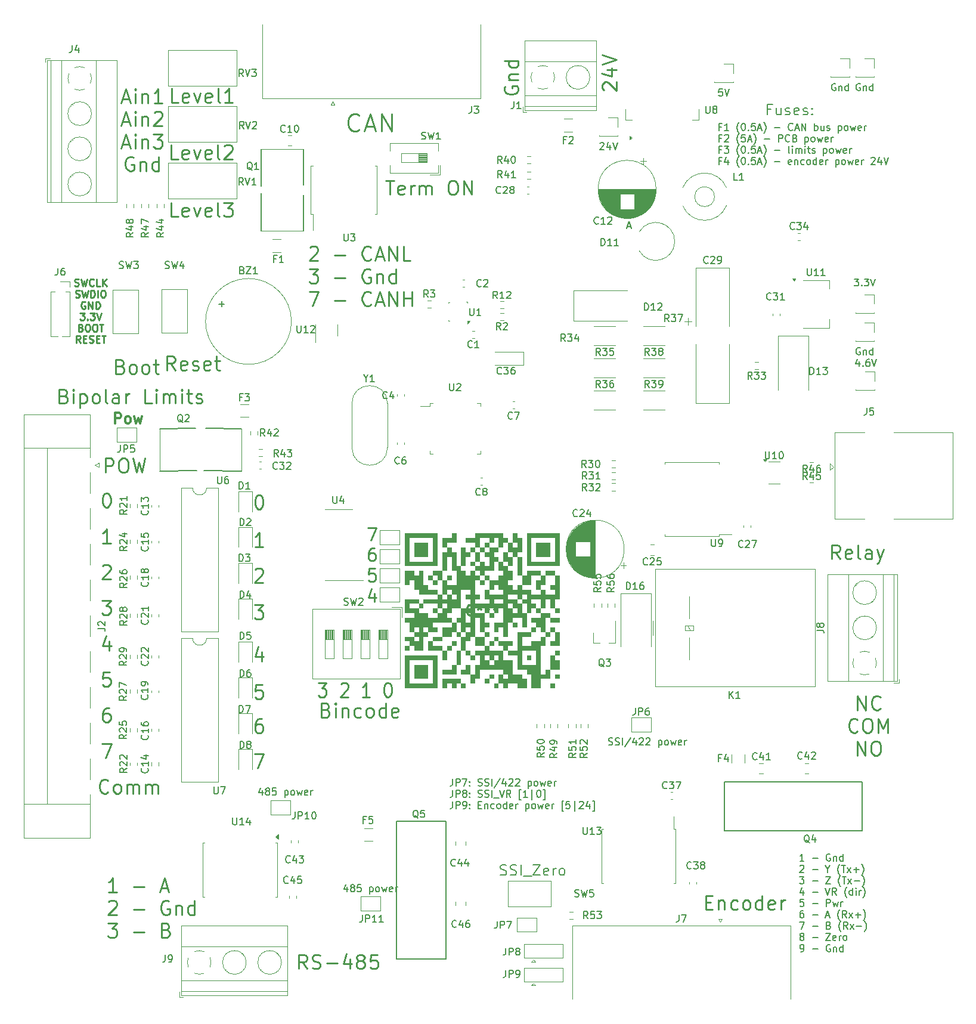
<source format=gbr>
%TF.GenerationSoftware,KiCad,Pcbnew,8.0.1*%
%TF.CreationDate,2024-04-11T20:56:08+03:00*%
%TF.ProjectId,stm32,73746d33-322e-46b6-9963-61645f706362,rev?*%
%TF.SameCoordinates,Original*%
%TF.FileFunction,Legend,Top*%
%TF.FilePolarity,Positive*%
%FSLAX46Y46*%
G04 Gerber Fmt 4.6, Leading zero omitted, Abs format (unit mm)*
G04 Created by KiCad (PCBNEW 8.0.1) date 2024-04-11 20:56:08*
%MOMM*%
%LPD*%
G01*
G04 APERTURE LIST*
%ADD10C,0.150000*%
%ADD11C,0.250000*%
%ADD12C,0.200000*%
%ADD13C,0.300000*%
%ADD14C,0.120000*%
%ADD15C,0.100000*%
%ADD16C,0.000000*%
G04 APERTURE END LIST*
D10*
X121383588Y-136596267D02*
X120812160Y-136596267D01*
X121097874Y-136596267D02*
X121097874Y-135596267D01*
X121097874Y-135596267D02*
X121002636Y-135739124D01*
X121002636Y-135739124D02*
X120907398Y-135834362D01*
X120907398Y-135834362D02*
X120812160Y-135881981D01*
X122574065Y-136215314D02*
X123335970Y-136215314D01*
X125097874Y-135643886D02*
X125002636Y-135596267D01*
X125002636Y-135596267D02*
X124859779Y-135596267D01*
X124859779Y-135596267D02*
X124716922Y-135643886D01*
X124716922Y-135643886D02*
X124621684Y-135739124D01*
X124621684Y-135739124D02*
X124574065Y-135834362D01*
X124574065Y-135834362D02*
X124526446Y-136024838D01*
X124526446Y-136024838D02*
X124526446Y-136167695D01*
X124526446Y-136167695D02*
X124574065Y-136358171D01*
X124574065Y-136358171D02*
X124621684Y-136453409D01*
X124621684Y-136453409D02*
X124716922Y-136548648D01*
X124716922Y-136548648D02*
X124859779Y-136596267D01*
X124859779Y-136596267D02*
X124955017Y-136596267D01*
X124955017Y-136596267D02*
X125097874Y-136548648D01*
X125097874Y-136548648D02*
X125145493Y-136501028D01*
X125145493Y-136501028D02*
X125145493Y-136167695D01*
X125145493Y-136167695D02*
X124955017Y-136167695D01*
X125574065Y-135929600D02*
X125574065Y-136596267D01*
X125574065Y-136024838D02*
X125621684Y-135977219D01*
X125621684Y-135977219D02*
X125716922Y-135929600D01*
X125716922Y-135929600D02*
X125859779Y-135929600D01*
X125859779Y-135929600D02*
X125955017Y-135977219D01*
X125955017Y-135977219D02*
X126002636Y-136072457D01*
X126002636Y-136072457D02*
X126002636Y-136596267D01*
X126907398Y-136596267D02*
X126907398Y-135596267D01*
X126907398Y-136548648D02*
X126812160Y-136596267D01*
X126812160Y-136596267D02*
X126621684Y-136596267D01*
X126621684Y-136596267D02*
X126526446Y-136548648D01*
X126526446Y-136548648D02*
X126478827Y-136501028D01*
X126478827Y-136501028D02*
X126431208Y-136405790D01*
X126431208Y-136405790D02*
X126431208Y-136120076D01*
X126431208Y-136120076D02*
X126478827Y-136024838D01*
X126478827Y-136024838D02*
X126526446Y-135977219D01*
X126526446Y-135977219D02*
X126621684Y-135929600D01*
X126621684Y-135929600D02*
X126812160Y-135929600D01*
X126812160Y-135929600D02*
X126907398Y-135977219D01*
X120812160Y-137301449D02*
X120859779Y-137253830D01*
X120859779Y-137253830D02*
X120955017Y-137206211D01*
X120955017Y-137206211D02*
X121193112Y-137206211D01*
X121193112Y-137206211D02*
X121288350Y-137253830D01*
X121288350Y-137253830D02*
X121335969Y-137301449D01*
X121335969Y-137301449D02*
X121383588Y-137396687D01*
X121383588Y-137396687D02*
X121383588Y-137491925D01*
X121383588Y-137491925D02*
X121335969Y-137634782D01*
X121335969Y-137634782D02*
X120764541Y-138206211D01*
X120764541Y-138206211D02*
X121383588Y-138206211D01*
X122574065Y-137825258D02*
X123335970Y-137825258D01*
X124764541Y-137730020D02*
X124764541Y-138206211D01*
X124431208Y-137206211D02*
X124764541Y-137730020D01*
X124764541Y-137730020D02*
X125097874Y-137206211D01*
X126478827Y-138587163D02*
X126431208Y-138539544D01*
X126431208Y-138539544D02*
X126335970Y-138396687D01*
X126335970Y-138396687D02*
X126288351Y-138301449D01*
X126288351Y-138301449D02*
X126240732Y-138158592D01*
X126240732Y-138158592D02*
X126193113Y-137920496D01*
X126193113Y-137920496D02*
X126193113Y-137730020D01*
X126193113Y-137730020D02*
X126240732Y-137491925D01*
X126240732Y-137491925D02*
X126288351Y-137349068D01*
X126288351Y-137349068D02*
X126335970Y-137253830D01*
X126335970Y-137253830D02*
X126431208Y-137110972D01*
X126431208Y-137110972D02*
X126478827Y-137063353D01*
X126716923Y-137206211D02*
X127288351Y-137206211D01*
X127002637Y-138206211D02*
X127002637Y-137206211D01*
X127526447Y-138206211D02*
X128050256Y-137539544D01*
X127526447Y-137539544D02*
X128050256Y-138206211D01*
X128431209Y-137825258D02*
X129193114Y-137825258D01*
X128812161Y-138206211D02*
X128812161Y-137444306D01*
X129574066Y-138587163D02*
X129621685Y-138539544D01*
X129621685Y-138539544D02*
X129716923Y-138396687D01*
X129716923Y-138396687D02*
X129764542Y-138301449D01*
X129764542Y-138301449D02*
X129812161Y-138158592D01*
X129812161Y-138158592D02*
X129859780Y-137920496D01*
X129859780Y-137920496D02*
X129859780Y-137730020D01*
X129859780Y-137730020D02*
X129812161Y-137491925D01*
X129812161Y-137491925D02*
X129764542Y-137349068D01*
X129764542Y-137349068D02*
X129716923Y-137253830D01*
X129716923Y-137253830D02*
X129621685Y-137110972D01*
X129621685Y-137110972D02*
X129574066Y-137063353D01*
X120764541Y-138816155D02*
X121383588Y-138816155D01*
X121383588Y-138816155D02*
X121050255Y-139197107D01*
X121050255Y-139197107D02*
X121193112Y-139197107D01*
X121193112Y-139197107D02*
X121288350Y-139244726D01*
X121288350Y-139244726D02*
X121335969Y-139292345D01*
X121335969Y-139292345D02*
X121383588Y-139387583D01*
X121383588Y-139387583D02*
X121383588Y-139625678D01*
X121383588Y-139625678D02*
X121335969Y-139720916D01*
X121335969Y-139720916D02*
X121288350Y-139768536D01*
X121288350Y-139768536D02*
X121193112Y-139816155D01*
X121193112Y-139816155D02*
X120907398Y-139816155D01*
X120907398Y-139816155D02*
X120812160Y-139768536D01*
X120812160Y-139768536D02*
X120764541Y-139720916D01*
X122574065Y-139435202D02*
X123335970Y-139435202D01*
X124478827Y-138816155D02*
X125145493Y-138816155D01*
X125145493Y-138816155D02*
X124478827Y-139816155D01*
X124478827Y-139816155D02*
X125145493Y-139816155D01*
X126574065Y-140197107D02*
X126526446Y-140149488D01*
X126526446Y-140149488D02*
X126431208Y-140006631D01*
X126431208Y-140006631D02*
X126383589Y-139911393D01*
X126383589Y-139911393D02*
X126335970Y-139768536D01*
X126335970Y-139768536D02*
X126288351Y-139530440D01*
X126288351Y-139530440D02*
X126288351Y-139339964D01*
X126288351Y-139339964D02*
X126335970Y-139101869D01*
X126335970Y-139101869D02*
X126383589Y-138959012D01*
X126383589Y-138959012D02*
X126431208Y-138863774D01*
X126431208Y-138863774D02*
X126526446Y-138720916D01*
X126526446Y-138720916D02*
X126574065Y-138673297D01*
X126812161Y-138816155D02*
X127383589Y-138816155D01*
X127097875Y-139816155D02*
X127097875Y-138816155D01*
X127621685Y-139816155D02*
X128145494Y-139149488D01*
X127621685Y-139149488D02*
X128145494Y-139816155D01*
X128526447Y-139435202D02*
X129288352Y-139435202D01*
X129669304Y-140197107D02*
X129716923Y-140149488D01*
X129716923Y-140149488D02*
X129812161Y-140006631D01*
X129812161Y-140006631D02*
X129859780Y-139911393D01*
X129859780Y-139911393D02*
X129907399Y-139768536D01*
X129907399Y-139768536D02*
X129955018Y-139530440D01*
X129955018Y-139530440D02*
X129955018Y-139339964D01*
X129955018Y-139339964D02*
X129907399Y-139101869D01*
X129907399Y-139101869D02*
X129859780Y-138959012D01*
X129859780Y-138959012D02*
X129812161Y-138863774D01*
X129812161Y-138863774D02*
X129716923Y-138720916D01*
X129716923Y-138720916D02*
X129669304Y-138673297D01*
X121288350Y-140759432D02*
X121288350Y-141426099D01*
X121050255Y-140378480D02*
X120812160Y-141092765D01*
X120812160Y-141092765D02*
X121431207Y-141092765D01*
X122574065Y-141045146D02*
X123335970Y-141045146D01*
X124431208Y-140426099D02*
X124764541Y-141426099D01*
X124764541Y-141426099D02*
X125097874Y-140426099D01*
X126002636Y-141426099D02*
X125669303Y-140949908D01*
X125431208Y-141426099D02*
X125431208Y-140426099D01*
X125431208Y-140426099D02*
X125812160Y-140426099D01*
X125812160Y-140426099D02*
X125907398Y-140473718D01*
X125907398Y-140473718D02*
X125955017Y-140521337D01*
X125955017Y-140521337D02*
X126002636Y-140616575D01*
X126002636Y-140616575D02*
X126002636Y-140759432D01*
X126002636Y-140759432D02*
X125955017Y-140854670D01*
X125955017Y-140854670D02*
X125907398Y-140902289D01*
X125907398Y-140902289D02*
X125812160Y-140949908D01*
X125812160Y-140949908D02*
X125431208Y-140949908D01*
X127478827Y-141807051D02*
X127431208Y-141759432D01*
X127431208Y-141759432D02*
X127335970Y-141616575D01*
X127335970Y-141616575D02*
X127288351Y-141521337D01*
X127288351Y-141521337D02*
X127240732Y-141378480D01*
X127240732Y-141378480D02*
X127193113Y-141140384D01*
X127193113Y-141140384D02*
X127193113Y-140949908D01*
X127193113Y-140949908D02*
X127240732Y-140711813D01*
X127240732Y-140711813D02*
X127288351Y-140568956D01*
X127288351Y-140568956D02*
X127335970Y-140473718D01*
X127335970Y-140473718D02*
X127431208Y-140330860D01*
X127431208Y-140330860D02*
X127478827Y-140283241D01*
X128288351Y-141426099D02*
X128288351Y-140426099D01*
X128288351Y-141378480D02*
X128193113Y-141426099D01*
X128193113Y-141426099D02*
X128002637Y-141426099D01*
X128002637Y-141426099D02*
X127907399Y-141378480D01*
X127907399Y-141378480D02*
X127859780Y-141330860D01*
X127859780Y-141330860D02*
X127812161Y-141235622D01*
X127812161Y-141235622D02*
X127812161Y-140949908D01*
X127812161Y-140949908D02*
X127859780Y-140854670D01*
X127859780Y-140854670D02*
X127907399Y-140807051D01*
X127907399Y-140807051D02*
X128002637Y-140759432D01*
X128002637Y-140759432D02*
X128193113Y-140759432D01*
X128193113Y-140759432D02*
X128288351Y-140807051D01*
X128764542Y-141426099D02*
X128764542Y-140759432D01*
X128764542Y-140426099D02*
X128716923Y-140473718D01*
X128716923Y-140473718D02*
X128764542Y-140521337D01*
X128764542Y-140521337D02*
X128812161Y-140473718D01*
X128812161Y-140473718D02*
X128764542Y-140426099D01*
X128764542Y-140426099D02*
X128764542Y-140521337D01*
X129240732Y-141426099D02*
X129240732Y-140759432D01*
X129240732Y-140949908D02*
X129288351Y-140854670D01*
X129288351Y-140854670D02*
X129335970Y-140807051D01*
X129335970Y-140807051D02*
X129431208Y-140759432D01*
X129431208Y-140759432D02*
X129526446Y-140759432D01*
X129764542Y-141807051D02*
X129812161Y-141759432D01*
X129812161Y-141759432D02*
X129907399Y-141616575D01*
X129907399Y-141616575D02*
X129955018Y-141521337D01*
X129955018Y-141521337D02*
X130002637Y-141378480D01*
X130002637Y-141378480D02*
X130050256Y-141140384D01*
X130050256Y-141140384D02*
X130050256Y-140949908D01*
X130050256Y-140949908D02*
X130002637Y-140711813D01*
X130002637Y-140711813D02*
X129955018Y-140568956D01*
X129955018Y-140568956D02*
X129907399Y-140473718D01*
X129907399Y-140473718D02*
X129812161Y-140330860D01*
X129812161Y-140330860D02*
X129764542Y-140283241D01*
X121335969Y-142036043D02*
X120859779Y-142036043D01*
X120859779Y-142036043D02*
X120812160Y-142512233D01*
X120812160Y-142512233D02*
X120859779Y-142464614D01*
X120859779Y-142464614D02*
X120955017Y-142416995D01*
X120955017Y-142416995D02*
X121193112Y-142416995D01*
X121193112Y-142416995D02*
X121288350Y-142464614D01*
X121288350Y-142464614D02*
X121335969Y-142512233D01*
X121335969Y-142512233D02*
X121383588Y-142607471D01*
X121383588Y-142607471D02*
X121383588Y-142845566D01*
X121383588Y-142845566D02*
X121335969Y-142940804D01*
X121335969Y-142940804D02*
X121288350Y-142988424D01*
X121288350Y-142988424D02*
X121193112Y-143036043D01*
X121193112Y-143036043D02*
X120955017Y-143036043D01*
X120955017Y-143036043D02*
X120859779Y-142988424D01*
X120859779Y-142988424D02*
X120812160Y-142940804D01*
X122574065Y-142655090D02*
X123335970Y-142655090D01*
X124574065Y-143036043D02*
X124574065Y-142036043D01*
X124574065Y-142036043D02*
X124955017Y-142036043D01*
X124955017Y-142036043D02*
X125050255Y-142083662D01*
X125050255Y-142083662D02*
X125097874Y-142131281D01*
X125097874Y-142131281D02*
X125145493Y-142226519D01*
X125145493Y-142226519D02*
X125145493Y-142369376D01*
X125145493Y-142369376D02*
X125097874Y-142464614D01*
X125097874Y-142464614D02*
X125050255Y-142512233D01*
X125050255Y-142512233D02*
X124955017Y-142559852D01*
X124955017Y-142559852D02*
X124574065Y-142559852D01*
X125478827Y-142369376D02*
X125669303Y-143036043D01*
X125669303Y-143036043D02*
X125859779Y-142559852D01*
X125859779Y-142559852D02*
X126050255Y-143036043D01*
X126050255Y-143036043D02*
X126240731Y-142369376D01*
X126621684Y-143036043D02*
X126621684Y-142369376D01*
X126621684Y-142559852D02*
X126669303Y-142464614D01*
X126669303Y-142464614D02*
X126716922Y-142416995D01*
X126716922Y-142416995D02*
X126812160Y-142369376D01*
X126812160Y-142369376D02*
X126907398Y-142369376D01*
X121288350Y-143645987D02*
X121097874Y-143645987D01*
X121097874Y-143645987D02*
X121002636Y-143693606D01*
X121002636Y-143693606D02*
X120955017Y-143741225D01*
X120955017Y-143741225D02*
X120859779Y-143884082D01*
X120859779Y-143884082D02*
X120812160Y-144074558D01*
X120812160Y-144074558D02*
X120812160Y-144455510D01*
X120812160Y-144455510D02*
X120859779Y-144550748D01*
X120859779Y-144550748D02*
X120907398Y-144598368D01*
X120907398Y-144598368D02*
X121002636Y-144645987D01*
X121002636Y-144645987D02*
X121193112Y-144645987D01*
X121193112Y-144645987D02*
X121288350Y-144598368D01*
X121288350Y-144598368D02*
X121335969Y-144550748D01*
X121335969Y-144550748D02*
X121383588Y-144455510D01*
X121383588Y-144455510D02*
X121383588Y-144217415D01*
X121383588Y-144217415D02*
X121335969Y-144122177D01*
X121335969Y-144122177D02*
X121288350Y-144074558D01*
X121288350Y-144074558D02*
X121193112Y-144026939D01*
X121193112Y-144026939D02*
X121002636Y-144026939D01*
X121002636Y-144026939D02*
X120907398Y-144074558D01*
X120907398Y-144074558D02*
X120859779Y-144122177D01*
X120859779Y-144122177D02*
X120812160Y-144217415D01*
X122574065Y-144265034D02*
X123335970Y-144265034D01*
X124526446Y-144360272D02*
X125002636Y-144360272D01*
X124431208Y-144645987D02*
X124764541Y-143645987D01*
X124764541Y-143645987D02*
X125097874Y-144645987D01*
X126478827Y-145026939D02*
X126431208Y-144979320D01*
X126431208Y-144979320D02*
X126335970Y-144836463D01*
X126335970Y-144836463D02*
X126288351Y-144741225D01*
X126288351Y-144741225D02*
X126240732Y-144598368D01*
X126240732Y-144598368D02*
X126193113Y-144360272D01*
X126193113Y-144360272D02*
X126193113Y-144169796D01*
X126193113Y-144169796D02*
X126240732Y-143931701D01*
X126240732Y-143931701D02*
X126288351Y-143788844D01*
X126288351Y-143788844D02*
X126335970Y-143693606D01*
X126335970Y-143693606D02*
X126431208Y-143550748D01*
X126431208Y-143550748D02*
X126478827Y-143503129D01*
X127431208Y-144645987D02*
X127097875Y-144169796D01*
X126859780Y-144645987D02*
X126859780Y-143645987D01*
X126859780Y-143645987D02*
X127240732Y-143645987D01*
X127240732Y-143645987D02*
X127335970Y-143693606D01*
X127335970Y-143693606D02*
X127383589Y-143741225D01*
X127383589Y-143741225D02*
X127431208Y-143836463D01*
X127431208Y-143836463D02*
X127431208Y-143979320D01*
X127431208Y-143979320D02*
X127383589Y-144074558D01*
X127383589Y-144074558D02*
X127335970Y-144122177D01*
X127335970Y-144122177D02*
X127240732Y-144169796D01*
X127240732Y-144169796D02*
X126859780Y-144169796D01*
X127764542Y-144645987D02*
X128288351Y-143979320D01*
X127764542Y-143979320D02*
X128288351Y-144645987D01*
X128669304Y-144265034D02*
X129431209Y-144265034D01*
X129050256Y-144645987D02*
X129050256Y-143884082D01*
X129812161Y-145026939D02*
X129859780Y-144979320D01*
X129859780Y-144979320D02*
X129955018Y-144836463D01*
X129955018Y-144836463D02*
X130002637Y-144741225D01*
X130002637Y-144741225D02*
X130050256Y-144598368D01*
X130050256Y-144598368D02*
X130097875Y-144360272D01*
X130097875Y-144360272D02*
X130097875Y-144169796D01*
X130097875Y-144169796D02*
X130050256Y-143931701D01*
X130050256Y-143931701D02*
X130002637Y-143788844D01*
X130002637Y-143788844D02*
X129955018Y-143693606D01*
X129955018Y-143693606D02*
X129859780Y-143550748D01*
X129859780Y-143550748D02*
X129812161Y-143503129D01*
X120764541Y-145255931D02*
X121431207Y-145255931D01*
X121431207Y-145255931D02*
X121002636Y-146255931D01*
X122574065Y-145874978D02*
X123335970Y-145874978D01*
X124907398Y-145732121D02*
X125050255Y-145779740D01*
X125050255Y-145779740D02*
X125097874Y-145827359D01*
X125097874Y-145827359D02*
X125145493Y-145922597D01*
X125145493Y-145922597D02*
X125145493Y-146065454D01*
X125145493Y-146065454D02*
X125097874Y-146160692D01*
X125097874Y-146160692D02*
X125050255Y-146208312D01*
X125050255Y-146208312D02*
X124955017Y-146255931D01*
X124955017Y-146255931D02*
X124574065Y-146255931D01*
X124574065Y-146255931D02*
X124574065Y-145255931D01*
X124574065Y-145255931D02*
X124907398Y-145255931D01*
X124907398Y-145255931D02*
X125002636Y-145303550D01*
X125002636Y-145303550D02*
X125050255Y-145351169D01*
X125050255Y-145351169D02*
X125097874Y-145446407D01*
X125097874Y-145446407D02*
X125097874Y-145541645D01*
X125097874Y-145541645D02*
X125050255Y-145636883D01*
X125050255Y-145636883D02*
X125002636Y-145684502D01*
X125002636Y-145684502D02*
X124907398Y-145732121D01*
X124907398Y-145732121D02*
X124574065Y-145732121D01*
X126621684Y-146636883D02*
X126574065Y-146589264D01*
X126574065Y-146589264D02*
X126478827Y-146446407D01*
X126478827Y-146446407D02*
X126431208Y-146351169D01*
X126431208Y-146351169D02*
X126383589Y-146208312D01*
X126383589Y-146208312D02*
X126335970Y-145970216D01*
X126335970Y-145970216D02*
X126335970Y-145779740D01*
X126335970Y-145779740D02*
X126383589Y-145541645D01*
X126383589Y-145541645D02*
X126431208Y-145398788D01*
X126431208Y-145398788D02*
X126478827Y-145303550D01*
X126478827Y-145303550D02*
X126574065Y-145160692D01*
X126574065Y-145160692D02*
X126621684Y-145113073D01*
X127574065Y-146255931D02*
X127240732Y-145779740D01*
X127002637Y-146255931D02*
X127002637Y-145255931D01*
X127002637Y-145255931D02*
X127383589Y-145255931D01*
X127383589Y-145255931D02*
X127478827Y-145303550D01*
X127478827Y-145303550D02*
X127526446Y-145351169D01*
X127526446Y-145351169D02*
X127574065Y-145446407D01*
X127574065Y-145446407D02*
X127574065Y-145589264D01*
X127574065Y-145589264D02*
X127526446Y-145684502D01*
X127526446Y-145684502D02*
X127478827Y-145732121D01*
X127478827Y-145732121D02*
X127383589Y-145779740D01*
X127383589Y-145779740D02*
X127002637Y-145779740D01*
X127907399Y-146255931D02*
X128431208Y-145589264D01*
X127907399Y-145589264D02*
X128431208Y-146255931D01*
X128812161Y-145874978D02*
X129574066Y-145874978D01*
X129955018Y-146636883D02*
X130002637Y-146589264D01*
X130002637Y-146589264D02*
X130097875Y-146446407D01*
X130097875Y-146446407D02*
X130145494Y-146351169D01*
X130145494Y-146351169D02*
X130193113Y-146208312D01*
X130193113Y-146208312D02*
X130240732Y-145970216D01*
X130240732Y-145970216D02*
X130240732Y-145779740D01*
X130240732Y-145779740D02*
X130193113Y-145541645D01*
X130193113Y-145541645D02*
X130145494Y-145398788D01*
X130145494Y-145398788D02*
X130097875Y-145303550D01*
X130097875Y-145303550D02*
X130002637Y-145160692D01*
X130002637Y-145160692D02*
X129955018Y-145113073D01*
X121002636Y-147294446D02*
X120907398Y-147246827D01*
X120907398Y-147246827D02*
X120859779Y-147199208D01*
X120859779Y-147199208D02*
X120812160Y-147103970D01*
X120812160Y-147103970D02*
X120812160Y-147056351D01*
X120812160Y-147056351D02*
X120859779Y-146961113D01*
X120859779Y-146961113D02*
X120907398Y-146913494D01*
X120907398Y-146913494D02*
X121002636Y-146865875D01*
X121002636Y-146865875D02*
X121193112Y-146865875D01*
X121193112Y-146865875D02*
X121288350Y-146913494D01*
X121288350Y-146913494D02*
X121335969Y-146961113D01*
X121335969Y-146961113D02*
X121383588Y-147056351D01*
X121383588Y-147056351D02*
X121383588Y-147103970D01*
X121383588Y-147103970D02*
X121335969Y-147199208D01*
X121335969Y-147199208D02*
X121288350Y-147246827D01*
X121288350Y-147246827D02*
X121193112Y-147294446D01*
X121193112Y-147294446D02*
X121002636Y-147294446D01*
X121002636Y-147294446D02*
X120907398Y-147342065D01*
X120907398Y-147342065D02*
X120859779Y-147389684D01*
X120859779Y-147389684D02*
X120812160Y-147484922D01*
X120812160Y-147484922D02*
X120812160Y-147675398D01*
X120812160Y-147675398D02*
X120859779Y-147770636D01*
X120859779Y-147770636D02*
X120907398Y-147818256D01*
X120907398Y-147818256D02*
X121002636Y-147865875D01*
X121002636Y-147865875D02*
X121193112Y-147865875D01*
X121193112Y-147865875D02*
X121288350Y-147818256D01*
X121288350Y-147818256D02*
X121335969Y-147770636D01*
X121335969Y-147770636D02*
X121383588Y-147675398D01*
X121383588Y-147675398D02*
X121383588Y-147484922D01*
X121383588Y-147484922D02*
X121335969Y-147389684D01*
X121335969Y-147389684D02*
X121288350Y-147342065D01*
X121288350Y-147342065D02*
X121193112Y-147294446D01*
X122574065Y-147484922D02*
X123335970Y-147484922D01*
X124478827Y-146865875D02*
X125145493Y-146865875D01*
X125145493Y-146865875D02*
X124478827Y-147865875D01*
X124478827Y-147865875D02*
X125145493Y-147865875D01*
X125907398Y-147818256D02*
X125812160Y-147865875D01*
X125812160Y-147865875D02*
X125621684Y-147865875D01*
X125621684Y-147865875D02*
X125526446Y-147818256D01*
X125526446Y-147818256D02*
X125478827Y-147723017D01*
X125478827Y-147723017D02*
X125478827Y-147342065D01*
X125478827Y-147342065D02*
X125526446Y-147246827D01*
X125526446Y-147246827D02*
X125621684Y-147199208D01*
X125621684Y-147199208D02*
X125812160Y-147199208D01*
X125812160Y-147199208D02*
X125907398Y-147246827D01*
X125907398Y-147246827D02*
X125955017Y-147342065D01*
X125955017Y-147342065D02*
X125955017Y-147437303D01*
X125955017Y-147437303D02*
X125478827Y-147532541D01*
X126383589Y-147865875D02*
X126383589Y-147199208D01*
X126383589Y-147389684D02*
X126431208Y-147294446D01*
X126431208Y-147294446D02*
X126478827Y-147246827D01*
X126478827Y-147246827D02*
X126574065Y-147199208D01*
X126574065Y-147199208D02*
X126669303Y-147199208D01*
X127145494Y-147865875D02*
X127050256Y-147818256D01*
X127050256Y-147818256D02*
X127002637Y-147770636D01*
X127002637Y-147770636D02*
X126955018Y-147675398D01*
X126955018Y-147675398D02*
X126955018Y-147389684D01*
X126955018Y-147389684D02*
X127002637Y-147294446D01*
X127002637Y-147294446D02*
X127050256Y-147246827D01*
X127050256Y-147246827D02*
X127145494Y-147199208D01*
X127145494Y-147199208D02*
X127288351Y-147199208D01*
X127288351Y-147199208D02*
X127383589Y-147246827D01*
X127383589Y-147246827D02*
X127431208Y-147294446D01*
X127431208Y-147294446D02*
X127478827Y-147389684D01*
X127478827Y-147389684D02*
X127478827Y-147675398D01*
X127478827Y-147675398D02*
X127431208Y-147770636D01*
X127431208Y-147770636D02*
X127383589Y-147818256D01*
X127383589Y-147818256D02*
X127288351Y-147865875D01*
X127288351Y-147865875D02*
X127145494Y-147865875D01*
X120907398Y-149475819D02*
X121097874Y-149475819D01*
X121097874Y-149475819D02*
X121193112Y-149428200D01*
X121193112Y-149428200D02*
X121240731Y-149380580D01*
X121240731Y-149380580D02*
X121335969Y-149237723D01*
X121335969Y-149237723D02*
X121383588Y-149047247D01*
X121383588Y-149047247D02*
X121383588Y-148666295D01*
X121383588Y-148666295D02*
X121335969Y-148571057D01*
X121335969Y-148571057D02*
X121288350Y-148523438D01*
X121288350Y-148523438D02*
X121193112Y-148475819D01*
X121193112Y-148475819D02*
X121002636Y-148475819D01*
X121002636Y-148475819D02*
X120907398Y-148523438D01*
X120907398Y-148523438D02*
X120859779Y-148571057D01*
X120859779Y-148571057D02*
X120812160Y-148666295D01*
X120812160Y-148666295D02*
X120812160Y-148904390D01*
X120812160Y-148904390D02*
X120859779Y-148999628D01*
X120859779Y-148999628D02*
X120907398Y-149047247D01*
X120907398Y-149047247D02*
X121002636Y-149094866D01*
X121002636Y-149094866D02*
X121193112Y-149094866D01*
X121193112Y-149094866D02*
X121288350Y-149047247D01*
X121288350Y-149047247D02*
X121335969Y-148999628D01*
X121335969Y-148999628D02*
X121383588Y-148904390D01*
X122574065Y-149094866D02*
X123335970Y-149094866D01*
X125097874Y-148523438D02*
X125002636Y-148475819D01*
X125002636Y-148475819D02*
X124859779Y-148475819D01*
X124859779Y-148475819D02*
X124716922Y-148523438D01*
X124716922Y-148523438D02*
X124621684Y-148618676D01*
X124621684Y-148618676D02*
X124574065Y-148713914D01*
X124574065Y-148713914D02*
X124526446Y-148904390D01*
X124526446Y-148904390D02*
X124526446Y-149047247D01*
X124526446Y-149047247D02*
X124574065Y-149237723D01*
X124574065Y-149237723D02*
X124621684Y-149332961D01*
X124621684Y-149332961D02*
X124716922Y-149428200D01*
X124716922Y-149428200D02*
X124859779Y-149475819D01*
X124859779Y-149475819D02*
X124955017Y-149475819D01*
X124955017Y-149475819D02*
X125097874Y-149428200D01*
X125097874Y-149428200D02*
X125145493Y-149380580D01*
X125145493Y-149380580D02*
X125145493Y-149047247D01*
X125145493Y-149047247D02*
X124955017Y-149047247D01*
X125574065Y-148809152D02*
X125574065Y-149475819D01*
X125574065Y-148904390D02*
X125621684Y-148856771D01*
X125621684Y-148856771D02*
X125716922Y-148809152D01*
X125716922Y-148809152D02*
X125859779Y-148809152D01*
X125859779Y-148809152D02*
X125955017Y-148856771D01*
X125955017Y-148856771D02*
X126002636Y-148952009D01*
X126002636Y-148952009D02*
X126002636Y-149475819D01*
X126907398Y-149475819D02*
X126907398Y-148475819D01*
X126907398Y-149428200D02*
X126812160Y-149475819D01*
X126812160Y-149475819D02*
X126621684Y-149475819D01*
X126621684Y-149475819D02*
X126526446Y-149428200D01*
X126526446Y-149428200D02*
X126478827Y-149380580D01*
X126478827Y-149380580D02*
X126431208Y-149285342D01*
X126431208Y-149285342D02*
X126431208Y-148999628D01*
X126431208Y-148999628D02*
X126478827Y-148904390D01*
X126478827Y-148904390D02*
X126526446Y-148856771D01*
X126526446Y-148856771D02*
X126621684Y-148809152D01*
X126621684Y-148809152D02*
X126812160Y-148809152D01*
X126812160Y-148809152D02*
X126907398Y-148856771D01*
D11*
X53504330Y-115153619D02*
X53790044Y-115248857D01*
X53790044Y-115248857D02*
X53885282Y-115344095D01*
X53885282Y-115344095D02*
X53980520Y-115534571D01*
X53980520Y-115534571D02*
X53980520Y-115820285D01*
X53980520Y-115820285D02*
X53885282Y-116010761D01*
X53885282Y-116010761D02*
X53790044Y-116106000D01*
X53790044Y-116106000D02*
X53599568Y-116201238D01*
X53599568Y-116201238D02*
X52837663Y-116201238D01*
X52837663Y-116201238D02*
X52837663Y-114201238D01*
X52837663Y-114201238D02*
X53504330Y-114201238D01*
X53504330Y-114201238D02*
X53694806Y-114296476D01*
X53694806Y-114296476D02*
X53790044Y-114391714D01*
X53790044Y-114391714D02*
X53885282Y-114582190D01*
X53885282Y-114582190D02*
X53885282Y-114772666D01*
X53885282Y-114772666D02*
X53790044Y-114963142D01*
X53790044Y-114963142D02*
X53694806Y-115058380D01*
X53694806Y-115058380D02*
X53504330Y-115153619D01*
X53504330Y-115153619D02*
X52837663Y-115153619D01*
X54837663Y-116201238D02*
X54837663Y-114867904D01*
X54837663Y-114201238D02*
X54742425Y-114296476D01*
X54742425Y-114296476D02*
X54837663Y-114391714D01*
X54837663Y-114391714D02*
X54932901Y-114296476D01*
X54932901Y-114296476D02*
X54837663Y-114201238D01*
X54837663Y-114201238D02*
X54837663Y-114391714D01*
X55790044Y-114867904D02*
X55790044Y-116201238D01*
X55790044Y-115058380D02*
X55885282Y-114963142D01*
X55885282Y-114963142D02*
X56075758Y-114867904D01*
X56075758Y-114867904D02*
X56361473Y-114867904D01*
X56361473Y-114867904D02*
X56551949Y-114963142D01*
X56551949Y-114963142D02*
X56647187Y-115153619D01*
X56647187Y-115153619D02*
X56647187Y-116201238D01*
X58456711Y-116106000D02*
X58266235Y-116201238D01*
X58266235Y-116201238D02*
X57885282Y-116201238D01*
X57885282Y-116201238D02*
X57694806Y-116106000D01*
X57694806Y-116106000D02*
X57599568Y-116010761D01*
X57599568Y-116010761D02*
X57504330Y-115820285D01*
X57504330Y-115820285D02*
X57504330Y-115248857D01*
X57504330Y-115248857D02*
X57599568Y-115058380D01*
X57599568Y-115058380D02*
X57694806Y-114963142D01*
X57694806Y-114963142D02*
X57885282Y-114867904D01*
X57885282Y-114867904D02*
X58266235Y-114867904D01*
X58266235Y-114867904D02*
X58456711Y-114963142D01*
X59599568Y-116201238D02*
X59409092Y-116106000D01*
X59409092Y-116106000D02*
X59313854Y-116010761D01*
X59313854Y-116010761D02*
X59218616Y-115820285D01*
X59218616Y-115820285D02*
X59218616Y-115248857D01*
X59218616Y-115248857D02*
X59313854Y-115058380D01*
X59313854Y-115058380D02*
X59409092Y-114963142D01*
X59409092Y-114963142D02*
X59599568Y-114867904D01*
X59599568Y-114867904D02*
X59885283Y-114867904D01*
X59885283Y-114867904D02*
X60075759Y-114963142D01*
X60075759Y-114963142D02*
X60170997Y-115058380D01*
X60170997Y-115058380D02*
X60266235Y-115248857D01*
X60266235Y-115248857D02*
X60266235Y-115820285D01*
X60266235Y-115820285D02*
X60170997Y-116010761D01*
X60170997Y-116010761D02*
X60075759Y-116106000D01*
X60075759Y-116106000D02*
X59885283Y-116201238D01*
X59885283Y-116201238D02*
X59599568Y-116201238D01*
X61980521Y-116201238D02*
X61980521Y-114201238D01*
X61980521Y-116106000D02*
X61790045Y-116201238D01*
X61790045Y-116201238D02*
X61409092Y-116201238D01*
X61409092Y-116201238D02*
X61218616Y-116106000D01*
X61218616Y-116106000D02*
X61123378Y-116010761D01*
X61123378Y-116010761D02*
X61028140Y-115820285D01*
X61028140Y-115820285D02*
X61028140Y-115248857D01*
X61028140Y-115248857D02*
X61123378Y-115058380D01*
X61123378Y-115058380D02*
X61218616Y-114963142D01*
X61218616Y-114963142D02*
X61409092Y-114867904D01*
X61409092Y-114867904D02*
X61790045Y-114867904D01*
X61790045Y-114867904D02*
X61980521Y-114963142D01*
X63694807Y-116106000D02*
X63504331Y-116201238D01*
X63504331Y-116201238D02*
X63123378Y-116201238D01*
X63123378Y-116201238D02*
X62932902Y-116106000D01*
X62932902Y-116106000D02*
X62837664Y-115915523D01*
X62837664Y-115915523D02*
X62837664Y-115153619D01*
X62837664Y-115153619D02*
X62932902Y-114963142D01*
X62932902Y-114963142D02*
X63123378Y-114867904D01*
X63123378Y-114867904D02*
X63504331Y-114867904D01*
X63504331Y-114867904D02*
X63694807Y-114963142D01*
X63694807Y-114963142D02*
X63790045Y-115153619D01*
X63790045Y-115153619D02*
X63790045Y-115344095D01*
X63790045Y-115344095D02*
X62837664Y-115534571D01*
D12*
X116685720Y-29881314D02*
X116185720Y-29881314D01*
X116185720Y-30667028D02*
X116185720Y-29167028D01*
X116185720Y-29167028D02*
X116900006Y-29167028D01*
X118114292Y-29667028D02*
X118114292Y-30667028D01*
X117471434Y-29667028D02*
X117471434Y-30452742D01*
X117471434Y-30452742D02*
X117542863Y-30595600D01*
X117542863Y-30595600D02*
X117685720Y-30667028D01*
X117685720Y-30667028D02*
X117900006Y-30667028D01*
X117900006Y-30667028D02*
X118042863Y-30595600D01*
X118042863Y-30595600D02*
X118114292Y-30524171D01*
X118757149Y-30595600D02*
X118900006Y-30667028D01*
X118900006Y-30667028D02*
X119185720Y-30667028D01*
X119185720Y-30667028D02*
X119328577Y-30595600D01*
X119328577Y-30595600D02*
X119400006Y-30452742D01*
X119400006Y-30452742D02*
X119400006Y-30381314D01*
X119400006Y-30381314D02*
X119328577Y-30238457D01*
X119328577Y-30238457D02*
X119185720Y-30167028D01*
X119185720Y-30167028D02*
X118971435Y-30167028D01*
X118971435Y-30167028D02*
X118828577Y-30095600D01*
X118828577Y-30095600D02*
X118757149Y-29952742D01*
X118757149Y-29952742D02*
X118757149Y-29881314D01*
X118757149Y-29881314D02*
X118828577Y-29738457D01*
X118828577Y-29738457D02*
X118971435Y-29667028D01*
X118971435Y-29667028D02*
X119185720Y-29667028D01*
X119185720Y-29667028D02*
X119328577Y-29738457D01*
X120614292Y-30595600D02*
X120471435Y-30667028D01*
X120471435Y-30667028D02*
X120185721Y-30667028D01*
X120185721Y-30667028D02*
X120042863Y-30595600D01*
X120042863Y-30595600D02*
X119971435Y-30452742D01*
X119971435Y-30452742D02*
X119971435Y-29881314D01*
X119971435Y-29881314D02*
X120042863Y-29738457D01*
X120042863Y-29738457D02*
X120185721Y-29667028D01*
X120185721Y-29667028D02*
X120471435Y-29667028D01*
X120471435Y-29667028D02*
X120614292Y-29738457D01*
X120614292Y-29738457D02*
X120685721Y-29881314D01*
X120685721Y-29881314D02*
X120685721Y-30024171D01*
X120685721Y-30024171D02*
X119971435Y-30167028D01*
X121257149Y-30595600D02*
X121400006Y-30667028D01*
X121400006Y-30667028D02*
X121685720Y-30667028D01*
X121685720Y-30667028D02*
X121828577Y-30595600D01*
X121828577Y-30595600D02*
X121900006Y-30452742D01*
X121900006Y-30452742D02*
X121900006Y-30381314D01*
X121900006Y-30381314D02*
X121828577Y-30238457D01*
X121828577Y-30238457D02*
X121685720Y-30167028D01*
X121685720Y-30167028D02*
X121471435Y-30167028D01*
X121471435Y-30167028D02*
X121328577Y-30095600D01*
X121328577Y-30095600D02*
X121257149Y-29952742D01*
X121257149Y-29952742D02*
X121257149Y-29881314D01*
X121257149Y-29881314D02*
X121328577Y-29738457D01*
X121328577Y-29738457D02*
X121471435Y-29667028D01*
X121471435Y-29667028D02*
X121685720Y-29667028D01*
X121685720Y-29667028D02*
X121828577Y-29738457D01*
X122542863Y-30524171D02*
X122614292Y-30595600D01*
X122614292Y-30595600D02*
X122542863Y-30667028D01*
X122542863Y-30667028D02*
X122471435Y-30595600D01*
X122471435Y-30595600D02*
X122542863Y-30524171D01*
X122542863Y-30524171D02*
X122542863Y-30667028D01*
X122542863Y-29738457D02*
X122614292Y-29809885D01*
X122614292Y-29809885D02*
X122542863Y-29881314D01*
X122542863Y-29881314D02*
X122471435Y-29809885D01*
X122471435Y-29809885D02*
X122542863Y-29738457D01*
X122542863Y-29738457D02*
X122542863Y-29881314D01*
D11*
X22732952Y-114863238D02*
X22351999Y-114863238D01*
X22351999Y-114863238D02*
X22161523Y-114958476D01*
X22161523Y-114958476D02*
X22066285Y-115053714D01*
X22066285Y-115053714D02*
X21875809Y-115339428D01*
X21875809Y-115339428D02*
X21780571Y-115720380D01*
X21780571Y-115720380D02*
X21780571Y-116482285D01*
X21780571Y-116482285D02*
X21875809Y-116672761D01*
X21875809Y-116672761D02*
X21971047Y-116768000D01*
X21971047Y-116768000D02*
X22161523Y-116863238D01*
X22161523Y-116863238D02*
X22542476Y-116863238D01*
X22542476Y-116863238D02*
X22732952Y-116768000D01*
X22732952Y-116768000D02*
X22828190Y-116672761D01*
X22828190Y-116672761D02*
X22923428Y-116482285D01*
X22923428Y-116482285D02*
X22923428Y-116006095D01*
X22923428Y-116006095D02*
X22828190Y-115815619D01*
X22828190Y-115815619D02*
X22732952Y-115720380D01*
X22732952Y-115720380D02*
X22542476Y-115625142D01*
X22542476Y-115625142D02*
X22161523Y-115625142D01*
X22161523Y-115625142D02*
X21971047Y-115720380D01*
X21971047Y-115720380D02*
X21875809Y-115815619D01*
X21875809Y-115815619D02*
X21780571Y-116006095D01*
X44481686Y-111561238D02*
X43529305Y-111561238D01*
X43529305Y-111561238D02*
X43434067Y-112513619D01*
X43434067Y-112513619D02*
X43529305Y-112418380D01*
X43529305Y-112418380D02*
X43719781Y-112323142D01*
X43719781Y-112323142D02*
X44195972Y-112323142D01*
X44195972Y-112323142D02*
X44386448Y-112418380D01*
X44386448Y-112418380D02*
X44481686Y-112513619D01*
X44481686Y-112513619D02*
X44576924Y-112704095D01*
X44576924Y-112704095D02*
X44576924Y-113180285D01*
X44576924Y-113180285D02*
X44481686Y-113370761D01*
X44481686Y-113370761D02*
X44386448Y-113466000D01*
X44386448Y-113466000D02*
X44195972Y-113561238D01*
X44195972Y-113561238D02*
X43719781Y-113561238D01*
X43719781Y-113561238D02*
X43529305Y-113466000D01*
X43529305Y-113466000D02*
X43434067Y-113370761D01*
X24622476Y-28403977D02*
X25574857Y-28403977D01*
X24432000Y-28975406D02*
X25098666Y-26975406D01*
X25098666Y-26975406D02*
X25765333Y-28975406D01*
X26432000Y-28975406D02*
X26432000Y-27642072D01*
X26432000Y-26975406D02*
X26336762Y-27070644D01*
X26336762Y-27070644D02*
X26432000Y-27165882D01*
X26432000Y-27165882D02*
X26527238Y-27070644D01*
X26527238Y-27070644D02*
X26432000Y-26975406D01*
X26432000Y-26975406D02*
X26432000Y-27165882D01*
X27384381Y-27642072D02*
X27384381Y-28975406D01*
X27384381Y-27832548D02*
X27479619Y-27737310D01*
X27479619Y-27737310D02*
X27670095Y-27642072D01*
X27670095Y-27642072D02*
X27955810Y-27642072D01*
X27955810Y-27642072D02*
X28146286Y-27737310D01*
X28146286Y-27737310D02*
X28241524Y-27927787D01*
X28241524Y-27927787D02*
X28241524Y-28975406D01*
X30241524Y-28975406D02*
X29098667Y-28975406D01*
X29670095Y-28975406D02*
X29670095Y-26975406D01*
X29670095Y-26975406D02*
X29479619Y-27261120D01*
X29479619Y-27261120D02*
X29289143Y-27451596D01*
X29289143Y-27451596D02*
X29098667Y-27546834D01*
X24622476Y-31623865D02*
X25574857Y-31623865D01*
X24432000Y-32195294D02*
X25098666Y-30195294D01*
X25098666Y-30195294D02*
X25765333Y-32195294D01*
X26432000Y-32195294D02*
X26432000Y-30861960D01*
X26432000Y-30195294D02*
X26336762Y-30290532D01*
X26336762Y-30290532D02*
X26432000Y-30385770D01*
X26432000Y-30385770D02*
X26527238Y-30290532D01*
X26527238Y-30290532D02*
X26432000Y-30195294D01*
X26432000Y-30195294D02*
X26432000Y-30385770D01*
X27384381Y-30861960D02*
X27384381Y-32195294D01*
X27384381Y-31052436D02*
X27479619Y-30957198D01*
X27479619Y-30957198D02*
X27670095Y-30861960D01*
X27670095Y-30861960D02*
X27955810Y-30861960D01*
X27955810Y-30861960D02*
X28146286Y-30957198D01*
X28146286Y-30957198D02*
X28241524Y-31147675D01*
X28241524Y-31147675D02*
X28241524Y-32195294D01*
X29098667Y-30385770D02*
X29193905Y-30290532D01*
X29193905Y-30290532D02*
X29384381Y-30195294D01*
X29384381Y-30195294D02*
X29860572Y-30195294D01*
X29860572Y-30195294D02*
X30051048Y-30290532D01*
X30051048Y-30290532D02*
X30146286Y-30385770D01*
X30146286Y-30385770D02*
X30241524Y-30576246D01*
X30241524Y-30576246D02*
X30241524Y-30766722D01*
X30241524Y-30766722D02*
X30146286Y-31052436D01*
X30146286Y-31052436D02*
X29003429Y-32195294D01*
X29003429Y-32195294D02*
X30241524Y-32195294D01*
X24622476Y-34843753D02*
X25574857Y-34843753D01*
X24432000Y-35415182D02*
X25098666Y-33415182D01*
X25098666Y-33415182D02*
X25765333Y-35415182D01*
X26432000Y-35415182D02*
X26432000Y-34081848D01*
X26432000Y-33415182D02*
X26336762Y-33510420D01*
X26336762Y-33510420D02*
X26432000Y-33605658D01*
X26432000Y-33605658D02*
X26527238Y-33510420D01*
X26527238Y-33510420D02*
X26432000Y-33415182D01*
X26432000Y-33415182D02*
X26432000Y-33605658D01*
X27384381Y-34081848D02*
X27384381Y-35415182D01*
X27384381Y-34272324D02*
X27479619Y-34177086D01*
X27479619Y-34177086D02*
X27670095Y-34081848D01*
X27670095Y-34081848D02*
X27955810Y-34081848D01*
X27955810Y-34081848D02*
X28146286Y-34177086D01*
X28146286Y-34177086D02*
X28241524Y-34367563D01*
X28241524Y-34367563D02*
X28241524Y-35415182D01*
X29003429Y-33415182D02*
X30241524Y-33415182D01*
X30241524Y-33415182D02*
X29574857Y-34177086D01*
X29574857Y-34177086D02*
X29860572Y-34177086D01*
X29860572Y-34177086D02*
X30051048Y-34272324D01*
X30051048Y-34272324D02*
X30146286Y-34367563D01*
X30146286Y-34367563D02*
X30241524Y-34558039D01*
X30241524Y-34558039D02*
X30241524Y-35034229D01*
X30241524Y-35034229D02*
X30146286Y-35224705D01*
X30146286Y-35224705D02*
X30051048Y-35319944D01*
X30051048Y-35319944D02*
X29860572Y-35415182D01*
X29860572Y-35415182D02*
X29289143Y-35415182D01*
X29289143Y-35415182D02*
X29098667Y-35319944D01*
X29098667Y-35319944D02*
X29003429Y-35224705D01*
X26146285Y-36730308D02*
X25955809Y-36635070D01*
X25955809Y-36635070D02*
X25670095Y-36635070D01*
X25670095Y-36635070D02*
X25384380Y-36730308D01*
X25384380Y-36730308D02*
X25193904Y-36920784D01*
X25193904Y-36920784D02*
X25098666Y-37111260D01*
X25098666Y-37111260D02*
X25003428Y-37492212D01*
X25003428Y-37492212D02*
X25003428Y-37777927D01*
X25003428Y-37777927D02*
X25098666Y-38158879D01*
X25098666Y-38158879D02*
X25193904Y-38349355D01*
X25193904Y-38349355D02*
X25384380Y-38539832D01*
X25384380Y-38539832D02*
X25670095Y-38635070D01*
X25670095Y-38635070D02*
X25860571Y-38635070D01*
X25860571Y-38635070D02*
X26146285Y-38539832D01*
X26146285Y-38539832D02*
X26241523Y-38444593D01*
X26241523Y-38444593D02*
X26241523Y-37777927D01*
X26241523Y-37777927D02*
X25860571Y-37777927D01*
X27098666Y-37301736D02*
X27098666Y-38635070D01*
X27098666Y-37492212D02*
X27193904Y-37396974D01*
X27193904Y-37396974D02*
X27384380Y-37301736D01*
X27384380Y-37301736D02*
X27670095Y-37301736D01*
X27670095Y-37301736D02*
X27860571Y-37396974D01*
X27860571Y-37396974D02*
X27955809Y-37587451D01*
X27955809Y-37587451D02*
X27955809Y-38635070D01*
X29765333Y-38635070D02*
X29765333Y-36635070D01*
X29765333Y-38539832D02*
X29574857Y-38635070D01*
X29574857Y-38635070D02*
X29193904Y-38635070D01*
X29193904Y-38635070D02*
X29003428Y-38539832D01*
X29003428Y-38539832D02*
X28908190Y-38444593D01*
X28908190Y-38444593D02*
X28812952Y-38254117D01*
X28812952Y-38254117D02*
X28812952Y-37682689D01*
X28812952Y-37682689D02*
X28908190Y-37492212D01*
X28908190Y-37492212D02*
X29003428Y-37396974D01*
X29003428Y-37396974D02*
X29193904Y-37301736D01*
X29193904Y-37301736D02*
X29574857Y-37301736D01*
X29574857Y-37301736D02*
X29765333Y-37396974D01*
X22256761Y-84383238D02*
X22447238Y-84383238D01*
X22447238Y-84383238D02*
X22637714Y-84478476D01*
X22637714Y-84478476D02*
X22732952Y-84573714D01*
X22732952Y-84573714D02*
X22828190Y-84764190D01*
X22828190Y-84764190D02*
X22923428Y-85145142D01*
X22923428Y-85145142D02*
X22923428Y-85621333D01*
X22923428Y-85621333D02*
X22828190Y-86002285D01*
X22828190Y-86002285D02*
X22732952Y-86192761D01*
X22732952Y-86192761D02*
X22637714Y-86288000D01*
X22637714Y-86288000D02*
X22447238Y-86383238D01*
X22447238Y-86383238D02*
X22256761Y-86383238D01*
X22256761Y-86383238D02*
X22066285Y-86288000D01*
X22066285Y-86288000D02*
X21971047Y-86192761D01*
X21971047Y-86192761D02*
X21875809Y-86002285D01*
X21875809Y-86002285D02*
X21780571Y-85621333D01*
X21780571Y-85621333D02*
X21780571Y-85145142D01*
X21780571Y-85145142D02*
X21875809Y-84764190D01*
X21875809Y-84764190D02*
X21971047Y-84573714D01*
X21971047Y-84573714D02*
X22066285Y-84478476D01*
X22066285Y-84478476D02*
X22256761Y-84383238D01*
X32506066Y-36954838D02*
X31553685Y-36954838D01*
X31553685Y-36954838D02*
X31553685Y-34954838D01*
X33934638Y-36859600D02*
X33744162Y-36954838D01*
X33744162Y-36954838D02*
X33363209Y-36954838D01*
X33363209Y-36954838D02*
X33172733Y-36859600D01*
X33172733Y-36859600D02*
X33077495Y-36669123D01*
X33077495Y-36669123D02*
X33077495Y-35907219D01*
X33077495Y-35907219D02*
X33172733Y-35716742D01*
X33172733Y-35716742D02*
X33363209Y-35621504D01*
X33363209Y-35621504D02*
X33744162Y-35621504D01*
X33744162Y-35621504D02*
X33934638Y-35716742D01*
X33934638Y-35716742D02*
X34029876Y-35907219D01*
X34029876Y-35907219D02*
X34029876Y-36097695D01*
X34029876Y-36097695D02*
X33077495Y-36288171D01*
X34696543Y-35621504D02*
X35172733Y-36954838D01*
X35172733Y-36954838D02*
X35648924Y-35621504D01*
X37172734Y-36859600D02*
X36982258Y-36954838D01*
X36982258Y-36954838D02*
X36601305Y-36954838D01*
X36601305Y-36954838D02*
X36410829Y-36859600D01*
X36410829Y-36859600D02*
X36315591Y-36669123D01*
X36315591Y-36669123D02*
X36315591Y-35907219D01*
X36315591Y-35907219D02*
X36410829Y-35716742D01*
X36410829Y-35716742D02*
X36601305Y-35621504D01*
X36601305Y-35621504D02*
X36982258Y-35621504D01*
X36982258Y-35621504D02*
X37172734Y-35716742D01*
X37172734Y-35716742D02*
X37267972Y-35907219D01*
X37267972Y-35907219D02*
X37267972Y-36097695D01*
X37267972Y-36097695D02*
X36315591Y-36288171D01*
X38410829Y-36954838D02*
X38220353Y-36859600D01*
X38220353Y-36859600D02*
X38125115Y-36669123D01*
X38125115Y-36669123D02*
X38125115Y-34954838D01*
X39077496Y-35145314D02*
X39172734Y-35050076D01*
X39172734Y-35050076D02*
X39363210Y-34954838D01*
X39363210Y-34954838D02*
X39839401Y-34954838D01*
X39839401Y-34954838D02*
X40029877Y-35050076D01*
X40029877Y-35050076D02*
X40125115Y-35145314D01*
X40125115Y-35145314D02*
X40220353Y-35335790D01*
X40220353Y-35335790D02*
X40220353Y-35526266D01*
X40220353Y-35526266D02*
X40125115Y-35811980D01*
X40125115Y-35811980D02*
X38982258Y-36954838D01*
X38982258Y-36954838D02*
X40220353Y-36954838D01*
X32506066Y-45133638D02*
X31553685Y-45133638D01*
X31553685Y-45133638D02*
X31553685Y-43133638D01*
X33934638Y-45038400D02*
X33744162Y-45133638D01*
X33744162Y-45133638D02*
X33363209Y-45133638D01*
X33363209Y-45133638D02*
X33172733Y-45038400D01*
X33172733Y-45038400D02*
X33077495Y-44847923D01*
X33077495Y-44847923D02*
X33077495Y-44086019D01*
X33077495Y-44086019D02*
X33172733Y-43895542D01*
X33172733Y-43895542D02*
X33363209Y-43800304D01*
X33363209Y-43800304D02*
X33744162Y-43800304D01*
X33744162Y-43800304D02*
X33934638Y-43895542D01*
X33934638Y-43895542D02*
X34029876Y-44086019D01*
X34029876Y-44086019D02*
X34029876Y-44276495D01*
X34029876Y-44276495D02*
X33077495Y-44466971D01*
X34696543Y-43800304D02*
X35172733Y-45133638D01*
X35172733Y-45133638D02*
X35648924Y-43800304D01*
X37172734Y-45038400D02*
X36982258Y-45133638D01*
X36982258Y-45133638D02*
X36601305Y-45133638D01*
X36601305Y-45133638D02*
X36410829Y-45038400D01*
X36410829Y-45038400D02*
X36315591Y-44847923D01*
X36315591Y-44847923D02*
X36315591Y-44086019D01*
X36315591Y-44086019D02*
X36410829Y-43895542D01*
X36410829Y-43895542D02*
X36601305Y-43800304D01*
X36601305Y-43800304D02*
X36982258Y-43800304D01*
X36982258Y-43800304D02*
X37172734Y-43895542D01*
X37172734Y-43895542D02*
X37267972Y-44086019D01*
X37267972Y-44086019D02*
X37267972Y-44276495D01*
X37267972Y-44276495D02*
X36315591Y-44466971D01*
X38410829Y-45133638D02*
X38220353Y-45038400D01*
X38220353Y-45038400D02*
X38125115Y-44847923D01*
X38125115Y-44847923D02*
X38125115Y-43133638D01*
X38982258Y-43133638D02*
X40220353Y-43133638D01*
X40220353Y-43133638D02*
X39553686Y-43895542D01*
X39553686Y-43895542D02*
X39839401Y-43895542D01*
X39839401Y-43895542D02*
X40029877Y-43990780D01*
X40029877Y-43990780D02*
X40125115Y-44086019D01*
X40125115Y-44086019D02*
X40220353Y-44276495D01*
X40220353Y-44276495D02*
X40220353Y-44752685D01*
X40220353Y-44752685D02*
X40125115Y-44943161D01*
X40125115Y-44943161D02*
X40029877Y-45038400D01*
X40029877Y-45038400D02*
X39839401Y-45133638D01*
X39839401Y-45133638D02*
X39267972Y-45133638D01*
X39267972Y-45133638D02*
X39077496Y-45038400D01*
X39077496Y-45038400D02*
X38982258Y-44943161D01*
X22574618Y-126832761D02*
X22479380Y-126928000D01*
X22479380Y-126928000D02*
X22193666Y-127023238D01*
X22193666Y-127023238D02*
X22003190Y-127023238D01*
X22003190Y-127023238D02*
X21717475Y-126928000D01*
X21717475Y-126928000D02*
X21526999Y-126737523D01*
X21526999Y-126737523D02*
X21431761Y-126547047D01*
X21431761Y-126547047D02*
X21336523Y-126166095D01*
X21336523Y-126166095D02*
X21336523Y-125880380D01*
X21336523Y-125880380D02*
X21431761Y-125499428D01*
X21431761Y-125499428D02*
X21526999Y-125308952D01*
X21526999Y-125308952D02*
X21717475Y-125118476D01*
X21717475Y-125118476D02*
X22003190Y-125023238D01*
X22003190Y-125023238D02*
X22193666Y-125023238D01*
X22193666Y-125023238D02*
X22479380Y-125118476D01*
X22479380Y-125118476D02*
X22574618Y-125213714D01*
X23717475Y-127023238D02*
X23526999Y-126928000D01*
X23526999Y-126928000D02*
X23431761Y-126832761D01*
X23431761Y-126832761D02*
X23336523Y-126642285D01*
X23336523Y-126642285D02*
X23336523Y-126070857D01*
X23336523Y-126070857D02*
X23431761Y-125880380D01*
X23431761Y-125880380D02*
X23526999Y-125785142D01*
X23526999Y-125785142D02*
X23717475Y-125689904D01*
X23717475Y-125689904D02*
X24003190Y-125689904D01*
X24003190Y-125689904D02*
X24193666Y-125785142D01*
X24193666Y-125785142D02*
X24288904Y-125880380D01*
X24288904Y-125880380D02*
X24384142Y-126070857D01*
X24384142Y-126070857D02*
X24384142Y-126642285D01*
X24384142Y-126642285D02*
X24288904Y-126832761D01*
X24288904Y-126832761D02*
X24193666Y-126928000D01*
X24193666Y-126928000D02*
X24003190Y-127023238D01*
X24003190Y-127023238D02*
X23717475Y-127023238D01*
X25241285Y-127023238D02*
X25241285Y-125689904D01*
X25241285Y-125880380D02*
X25336523Y-125785142D01*
X25336523Y-125785142D02*
X25526999Y-125689904D01*
X25526999Y-125689904D02*
X25812714Y-125689904D01*
X25812714Y-125689904D02*
X26003190Y-125785142D01*
X26003190Y-125785142D02*
X26098428Y-125975619D01*
X26098428Y-125975619D02*
X26098428Y-127023238D01*
X26098428Y-125975619D02*
X26193666Y-125785142D01*
X26193666Y-125785142D02*
X26384142Y-125689904D01*
X26384142Y-125689904D02*
X26669856Y-125689904D01*
X26669856Y-125689904D02*
X26860333Y-125785142D01*
X26860333Y-125785142D02*
X26955571Y-125975619D01*
X26955571Y-125975619D02*
X26955571Y-127023238D01*
X27907952Y-127023238D02*
X27907952Y-125689904D01*
X27907952Y-125880380D02*
X28003190Y-125785142D01*
X28003190Y-125785142D02*
X28193666Y-125689904D01*
X28193666Y-125689904D02*
X28479381Y-125689904D01*
X28479381Y-125689904D02*
X28669857Y-125785142D01*
X28669857Y-125785142D02*
X28765095Y-125975619D01*
X28765095Y-125975619D02*
X28765095Y-127023238D01*
X28765095Y-125975619D02*
X28860333Y-125785142D01*
X28860333Y-125785142D02*
X29050809Y-125689904D01*
X29050809Y-125689904D02*
X29336523Y-125689904D01*
X29336523Y-125689904D02*
X29527000Y-125785142D01*
X29527000Y-125785142D02*
X29622238Y-125975619D01*
X29622238Y-125975619D02*
X29622238Y-127023238D01*
X43434067Y-95241714D02*
X43529305Y-95146476D01*
X43529305Y-95146476D02*
X43719781Y-95051238D01*
X43719781Y-95051238D02*
X44195972Y-95051238D01*
X44195972Y-95051238D02*
X44386448Y-95146476D01*
X44386448Y-95146476D02*
X44481686Y-95241714D01*
X44481686Y-95241714D02*
X44576924Y-95432190D01*
X44576924Y-95432190D02*
X44576924Y-95622666D01*
X44576924Y-95622666D02*
X44481686Y-95908380D01*
X44481686Y-95908380D02*
X43338829Y-97051238D01*
X43338829Y-97051238D02*
X44576924Y-97051238D01*
X43910257Y-84637238D02*
X44100734Y-84637238D01*
X44100734Y-84637238D02*
X44291210Y-84732476D01*
X44291210Y-84732476D02*
X44386448Y-84827714D01*
X44386448Y-84827714D02*
X44481686Y-85018190D01*
X44481686Y-85018190D02*
X44576924Y-85399142D01*
X44576924Y-85399142D02*
X44576924Y-85875333D01*
X44576924Y-85875333D02*
X44481686Y-86256285D01*
X44481686Y-86256285D02*
X44386448Y-86446761D01*
X44386448Y-86446761D02*
X44291210Y-86542000D01*
X44291210Y-86542000D02*
X44100734Y-86637238D01*
X44100734Y-86637238D02*
X43910257Y-86637238D01*
X43910257Y-86637238D02*
X43719781Y-86542000D01*
X43719781Y-86542000D02*
X43624543Y-86446761D01*
X43624543Y-86446761D02*
X43529305Y-86256285D01*
X43529305Y-86256285D02*
X43434067Y-85875333D01*
X43434067Y-85875333D02*
X43434067Y-85399142D01*
X43434067Y-85399142D02*
X43529305Y-85018190D01*
X43529305Y-85018190D02*
X43624543Y-84827714D01*
X43624543Y-84827714D02*
X43719781Y-84732476D01*
X43719781Y-84732476D02*
X43910257Y-84637238D01*
X52429427Y-111307238D02*
X53543713Y-111307238D01*
X53543713Y-111307238D02*
X52943713Y-112069142D01*
X52943713Y-112069142D02*
X53200856Y-112069142D01*
X53200856Y-112069142D02*
X53372285Y-112164380D01*
X53372285Y-112164380D02*
X53457999Y-112259619D01*
X53457999Y-112259619D02*
X53543713Y-112450095D01*
X53543713Y-112450095D02*
X53543713Y-112926285D01*
X53543713Y-112926285D02*
X53457999Y-113116761D01*
X53457999Y-113116761D02*
X53372285Y-113212000D01*
X53372285Y-113212000D02*
X53200856Y-113307238D01*
X53200856Y-113307238D02*
X52686570Y-113307238D01*
X52686570Y-113307238D02*
X52515142Y-113212000D01*
X52515142Y-113212000D02*
X52429427Y-113116761D01*
X55600857Y-111497714D02*
X55686571Y-111402476D01*
X55686571Y-111402476D02*
X55858000Y-111307238D01*
X55858000Y-111307238D02*
X56286571Y-111307238D01*
X56286571Y-111307238D02*
X56458000Y-111402476D01*
X56458000Y-111402476D02*
X56543714Y-111497714D01*
X56543714Y-111497714D02*
X56629428Y-111688190D01*
X56629428Y-111688190D02*
X56629428Y-111878666D01*
X56629428Y-111878666D02*
X56543714Y-112164380D01*
X56543714Y-112164380D02*
X55515142Y-113307238D01*
X55515142Y-113307238D02*
X56629428Y-113307238D01*
X59715143Y-113307238D02*
X58686572Y-113307238D01*
X59200857Y-113307238D02*
X59200857Y-111307238D01*
X59200857Y-111307238D02*
X59029429Y-111592952D01*
X59029429Y-111592952D02*
X58858000Y-111783428D01*
X58858000Y-111783428D02*
X58686572Y-111878666D01*
X62200858Y-111307238D02*
X62372287Y-111307238D01*
X62372287Y-111307238D02*
X62543715Y-111402476D01*
X62543715Y-111402476D02*
X62629430Y-111497714D01*
X62629430Y-111497714D02*
X62715144Y-111688190D01*
X62715144Y-111688190D02*
X62800858Y-112069142D01*
X62800858Y-112069142D02*
X62800858Y-112545333D01*
X62800858Y-112545333D02*
X62715144Y-112926285D01*
X62715144Y-112926285D02*
X62629430Y-113116761D01*
X62629430Y-113116761D02*
X62543715Y-113212000D01*
X62543715Y-113212000D02*
X62372287Y-113307238D01*
X62372287Y-113307238D02*
X62200858Y-113307238D01*
X62200858Y-113307238D02*
X62029430Y-113212000D01*
X62029430Y-113212000D02*
X61943715Y-113116761D01*
X61943715Y-113116761D02*
X61858001Y-112926285D01*
X61858001Y-112926285D02*
X61772287Y-112545333D01*
X61772287Y-112545333D02*
X61772287Y-112069142D01*
X61772287Y-112069142D02*
X61858001Y-111688190D01*
X61858001Y-111688190D02*
X61943715Y-111497714D01*
X61943715Y-111497714D02*
X62029430Y-111402476D01*
X62029430Y-111402476D02*
X62200858Y-111307238D01*
X21780571Y-94733714D02*
X21875809Y-94638476D01*
X21875809Y-94638476D02*
X22066285Y-94543238D01*
X22066285Y-94543238D02*
X22542476Y-94543238D01*
X22542476Y-94543238D02*
X22732952Y-94638476D01*
X22732952Y-94638476D02*
X22828190Y-94733714D01*
X22828190Y-94733714D02*
X22923428Y-94924190D01*
X22923428Y-94924190D02*
X22923428Y-95114666D01*
X22923428Y-95114666D02*
X22828190Y-95400380D01*
X22828190Y-95400380D02*
X21685333Y-96543238D01*
X21685333Y-96543238D02*
X22923428Y-96543238D01*
X51218425Y-49531938D02*
X51313663Y-49436700D01*
X51313663Y-49436700D02*
X51504139Y-49341462D01*
X51504139Y-49341462D02*
X51980330Y-49341462D01*
X51980330Y-49341462D02*
X52170806Y-49436700D01*
X52170806Y-49436700D02*
X52266044Y-49531938D01*
X52266044Y-49531938D02*
X52361282Y-49722414D01*
X52361282Y-49722414D02*
X52361282Y-49912890D01*
X52361282Y-49912890D02*
X52266044Y-50198604D01*
X52266044Y-50198604D02*
X51123187Y-51341462D01*
X51123187Y-51341462D02*
X52361282Y-51341462D01*
X54742235Y-50579557D02*
X56266045Y-50579557D01*
X59885092Y-51150985D02*
X59789854Y-51246224D01*
X59789854Y-51246224D02*
X59504140Y-51341462D01*
X59504140Y-51341462D02*
X59313664Y-51341462D01*
X59313664Y-51341462D02*
X59027949Y-51246224D01*
X59027949Y-51246224D02*
X58837473Y-51055747D01*
X58837473Y-51055747D02*
X58742235Y-50865271D01*
X58742235Y-50865271D02*
X58646997Y-50484319D01*
X58646997Y-50484319D02*
X58646997Y-50198604D01*
X58646997Y-50198604D02*
X58742235Y-49817652D01*
X58742235Y-49817652D02*
X58837473Y-49627176D01*
X58837473Y-49627176D02*
X59027949Y-49436700D01*
X59027949Y-49436700D02*
X59313664Y-49341462D01*
X59313664Y-49341462D02*
X59504140Y-49341462D01*
X59504140Y-49341462D02*
X59789854Y-49436700D01*
X59789854Y-49436700D02*
X59885092Y-49531938D01*
X60646997Y-50770033D02*
X61599378Y-50770033D01*
X60456521Y-51341462D02*
X61123187Y-49341462D01*
X61123187Y-49341462D02*
X61789854Y-51341462D01*
X62456521Y-51341462D02*
X62456521Y-49341462D01*
X62456521Y-49341462D02*
X63599378Y-51341462D01*
X63599378Y-51341462D02*
X63599378Y-49341462D01*
X65504140Y-51341462D02*
X64551759Y-51341462D01*
X64551759Y-51341462D02*
X64551759Y-49341462D01*
X51123187Y-52561350D02*
X52361282Y-52561350D01*
X52361282Y-52561350D02*
X51694615Y-53323254D01*
X51694615Y-53323254D02*
X51980330Y-53323254D01*
X51980330Y-53323254D02*
X52170806Y-53418492D01*
X52170806Y-53418492D02*
X52266044Y-53513731D01*
X52266044Y-53513731D02*
X52361282Y-53704207D01*
X52361282Y-53704207D02*
X52361282Y-54180397D01*
X52361282Y-54180397D02*
X52266044Y-54370873D01*
X52266044Y-54370873D02*
X52170806Y-54466112D01*
X52170806Y-54466112D02*
X51980330Y-54561350D01*
X51980330Y-54561350D02*
X51408901Y-54561350D01*
X51408901Y-54561350D02*
X51218425Y-54466112D01*
X51218425Y-54466112D02*
X51123187Y-54370873D01*
X54742235Y-53799445D02*
X56266045Y-53799445D01*
X59789854Y-52656588D02*
X59599378Y-52561350D01*
X59599378Y-52561350D02*
X59313664Y-52561350D01*
X59313664Y-52561350D02*
X59027949Y-52656588D01*
X59027949Y-52656588D02*
X58837473Y-52847064D01*
X58837473Y-52847064D02*
X58742235Y-53037540D01*
X58742235Y-53037540D02*
X58646997Y-53418492D01*
X58646997Y-53418492D02*
X58646997Y-53704207D01*
X58646997Y-53704207D02*
X58742235Y-54085159D01*
X58742235Y-54085159D02*
X58837473Y-54275635D01*
X58837473Y-54275635D02*
X59027949Y-54466112D01*
X59027949Y-54466112D02*
X59313664Y-54561350D01*
X59313664Y-54561350D02*
X59504140Y-54561350D01*
X59504140Y-54561350D02*
X59789854Y-54466112D01*
X59789854Y-54466112D02*
X59885092Y-54370873D01*
X59885092Y-54370873D02*
X59885092Y-53704207D01*
X59885092Y-53704207D02*
X59504140Y-53704207D01*
X60742235Y-53228016D02*
X60742235Y-54561350D01*
X60742235Y-53418492D02*
X60837473Y-53323254D01*
X60837473Y-53323254D02*
X61027949Y-53228016D01*
X61027949Y-53228016D02*
X61313664Y-53228016D01*
X61313664Y-53228016D02*
X61504140Y-53323254D01*
X61504140Y-53323254D02*
X61599378Y-53513731D01*
X61599378Y-53513731D02*
X61599378Y-54561350D01*
X63408902Y-54561350D02*
X63408902Y-52561350D01*
X63408902Y-54466112D02*
X63218426Y-54561350D01*
X63218426Y-54561350D02*
X62837473Y-54561350D01*
X62837473Y-54561350D02*
X62646997Y-54466112D01*
X62646997Y-54466112D02*
X62551759Y-54370873D01*
X62551759Y-54370873D02*
X62456521Y-54180397D01*
X62456521Y-54180397D02*
X62456521Y-53608969D01*
X62456521Y-53608969D02*
X62551759Y-53418492D01*
X62551759Y-53418492D02*
X62646997Y-53323254D01*
X62646997Y-53323254D02*
X62837473Y-53228016D01*
X62837473Y-53228016D02*
X63218426Y-53228016D01*
X63218426Y-53228016D02*
X63408902Y-53323254D01*
X51123187Y-55781238D02*
X52456520Y-55781238D01*
X52456520Y-55781238D02*
X51599377Y-57781238D01*
X54742235Y-57019333D02*
X56266045Y-57019333D01*
X59885092Y-57590761D02*
X59789854Y-57686000D01*
X59789854Y-57686000D02*
X59504140Y-57781238D01*
X59504140Y-57781238D02*
X59313664Y-57781238D01*
X59313664Y-57781238D02*
X59027949Y-57686000D01*
X59027949Y-57686000D02*
X58837473Y-57495523D01*
X58837473Y-57495523D02*
X58742235Y-57305047D01*
X58742235Y-57305047D02*
X58646997Y-56924095D01*
X58646997Y-56924095D02*
X58646997Y-56638380D01*
X58646997Y-56638380D02*
X58742235Y-56257428D01*
X58742235Y-56257428D02*
X58837473Y-56066952D01*
X58837473Y-56066952D02*
X59027949Y-55876476D01*
X59027949Y-55876476D02*
X59313664Y-55781238D01*
X59313664Y-55781238D02*
X59504140Y-55781238D01*
X59504140Y-55781238D02*
X59789854Y-55876476D01*
X59789854Y-55876476D02*
X59885092Y-55971714D01*
X60646997Y-57209809D02*
X61599378Y-57209809D01*
X60456521Y-57781238D02*
X61123187Y-55781238D01*
X61123187Y-55781238D02*
X61789854Y-57781238D01*
X62456521Y-57781238D02*
X62456521Y-55781238D01*
X62456521Y-55781238D02*
X63599378Y-57781238D01*
X63599378Y-57781238D02*
X63599378Y-55781238D01*
X64551759Y-57781238D02*
X64551759Y-55781238D01*
X64551759Y-56733619D02*
X65694616Y-56733619D01*
X65694616Y-57781238D02*
X65694616Y-55781238D01*
X44386448Y-116401693D02*
X44005495Y-116401693D01*
X44005495Y-116401693D02*
X43815019Y-116496931D01*
X43815019Y-116496931D02*
X43719781Y-116592169D01*
X43719781Y-116592169D02*
X43529305Y-116877883D01*
X43529305Y-116877883D02*
X43434067Y-117258835D01*
X43434067Y-117258835D02*
X43434067Y-118020740D01*
X43434067Y-118020740D02*
X43529305Y-118211216D01*
X43529305Y-118211216D02*
X43624543Y-118306455D01*
X43624543Y-118306455D02*
X43815019Y-118401693D01*
X43815019Y-118401693D02*
X44195972Y-118401693D01*
X44195972Y-118401693D02*
X44386448Y-118306455D01*
X44386448Y-118306455D02*
X44481686Y-118211216D01*
X44481686Y-118211216D02*
X44576924Y-118020740D01*
X44576924Y-118020740D02*
X44576924Y-117544550D01*
X44576924Y-117544550D02*
X44481686Y-117354074D01*
X44481686Y-117354074D02*
X44386448Y-117258835D01*
X44386448Y-117258835D02*
X44195972Y-117163597D01*
X44195972Y-117163597D02*
X43815019Y-117163597D01*
X43815019Y-117163597D02*
X43624543Y-117258835D01*
X43624543Y-117258835D02*
X43529305Y-117354074D01*
X43529305Y-117354074D02*
X43434067Y-117544550D01*
X22177714Y-81430238D02*
X22177714Y-79430238D01*
X22177714Y-79430238D02*
X22939619Y-79430238D01*
X22939619Y-79430238D02*
X23130095Y-79525476D01*
X23130095Y-79525476D02*
X23225333Y-79620714D01*
X23225333Y-79620714D02*
X23320571Y-79811190D01*
X23320571Y-79811190D02*
X23320571Y-80096904D01*
X23320571Y-80096904D02*
X23225333Y-80287380D01*
X23225333Y-80287380D02*
X23130095Y-80382619D01*
X23130095Y-80382619D02*
X22939619Y-80477857D01*
X22939619Y-80477857D02*
X22177714Y-80477857D01*
X24558666Y-79430238D02*
X24939619Y-79430238D01*
X24939619Y-79430238D02*
X25130095Y-79525476D01*
X25130095Y-79525476D02*
X25320571Y-79715952D01*
X25320571Y-79715952D02*
X25415809Y-80096904D01*
X25415809Y-80096904D02*
X25415809Y-80763571D01*
X25415809Y-80763571D02*
X25320571Y-81144523D01*
X25320571Y-81144523D02*
X25130095Y-81335000D01*
X25130095Y-81335000D02*
X24939619Y-81430238D01*
X24939619Y-81430238D02*
X24558666Y-81430238D01*
X24558666Y-81430238D02*
X24368190Y-81335000D01*
X24368190Y-81335000D02*
X24177714Y-81144523D01*
X24177714Y-81144523D02*
X24082476Y-80763571D01*
X24082476Y-80763571D02*
X24082476Y-80096904D01*
X24082476Y-80096904D02*
X24177714Y-79715952D01*
X24177714Y-79715952D02*
X24368190Y-79525476D01*
X24368190Y-79525476D02*
X24558666Y-79430238D01*
X26082476Y-79430238D02*
X26558666Y-81430238D01*
X26558666Y-81430238D02*
X26939619Y-80001666D01*
X26939619Y-80001666D02*
X27320571Y-81430238D01*
X27320571Y-81430238D02*
X27796762Y-79430238D01*
D10*
X93634160Y-120091200D02*
X93777017Y-120138819D01*
X93777017Y-120138819D02*
X94015112Y-120138819D01*
X94015112Y-120138819D02*
X94110350Y-120091200D01*
X94110350Y-120091200D02*
X94157969Y-120043580D01*
X94157969Y-120043580D02*
X94205588Y-119948342D01*
X94205588Y-119948342D02*
X94205588Y-119853104D01*
X94205588Y-119853104D02*
X94157969Y-119757866D01*
X94157969Y-119757866D02*
X94110350Y-119710247D01*
X94110350Y-119710247D02*
X94015112Y-119662628D01*
X94015112Y-119662628D02*
X93824636Y-119615009D01*
X93824636Y-119615009D02*
X93729398Y-119567390D01*
X93729398Y-119567390D02*
X93681779Y-119519771D01*
X93681779Y-119519771D02*
X93634160Y-119424533D01*
X93634160Y-119424533D02*
X93634160Y-119329295D01*
X93634160Y-119329295D02*
X93681779Y-119234057D01*
X93681779Y-119234057D02*
X93729398Y-119186438D01*
X93729398Y-119186438D02*
X93824636Y-119138819D01*
X93824636Y-119138819D02*
X94062731Y-119138819D01*
X94062731Y-119138819D02*
X94205588Y-119186438D01*
X94586541Y-120091200D02*
X94729398Y-120138819D01*
X94729398Y-120138819D02*
X94967493Y-120138819D01*
X94967493Y-120138819D02*
X95062731Y-120091200D01*
X95062731Y-120091200D02*
X95110350Y-120043580D01*
X95110350Y-120043580D02*
X95157969Y-119948342D01*
X95157969Y-119948342D02*
X95157969Y-119853104D01*
X95157969Y-119853104D02*
X95110350Y-119757866D01*
X95110350Y-119757866D02*
X95062731Y-119710247D01*
X95062731Y-119710247D02*
X94967493Y-119662628D01*
X94967493Y-119662628D02*
X94777017Y-119615009D01*
X94777017Y-119615009D02*
X94681779Y-119567390D01*
X94681779Y-119567390D02*
X94634160Y-119519771D01*
X94634160Y-119519771D02*
X94586541Y-119424533D01*
X94586541Y-119424533D02*
X94586541Y-119329295D01*
X94586541Y-119329295D02*
X94634160Y-119234057D01*
X94634160Y-119234057D02*
X94681779Y-119186438D01*
X94681779Y-119186438D02*
X94777017Y-119138819D01*
X94777017Y-119138819D02*
X95015112Y-119138819D01*
X95015112Y-119138819D02*
X95157969Y-119186438D01*
X95586541Y-120138819D02*
X95586541Y-119138819D01*
X96777016Y-119091200D02*
X95919874Y-120376914D01*
X97538921Y-119472152D02*
X97538921Y-120138819D01*
X97300826Y-119091200D02*
X97062731Y-119805485D01*
X97062731Y-119805485D02*
X97681778Y-119805485D01*
X98015112Y-119234057D02*
X98062731Y-119186438D01*
X98062731Y-119186438D02*
X98157969Y-119138819D01*
X98157969Y-119138819D02*
X98396064Y-119138819D01*
X98396064Y-119138819D02*
X98491302Y-119186438D01*
X98491302Y-119186438D02*
X98538921Y-119234057D01*
X98538921Y-119234057D02*
X98586540Y-119329295D01*
X98586540Y-119329295D02*
X98586540Y-119424533D01*
X98586540Y-119424533D02*
X98538921Y-119567390D01*
X98538921Y-119567390D02*
X97967493Y-120138819D01*
X97967493Y-120138819D02*
X98586540Y-120138819D01*
X98967493Y-119234057D02*
X99015112Y-119186438D01*
X99015112Y-119186438D02*
X99110350Y-119138819D01*
X99110350Y-119138819D02*
X99348445Y-119138819D01*
X99348445Y-119138819D02*
X99443683Y-119186438D01*
X99443683Y-119186438D02*
X99491302Y-119234057D01*
X99491302Y-119234057D02*
X99538921Y-119329295D01*
X99538921Y-119329295D02*
X99538921Y-119424533D01*
X99538921Y-119424533D02*
X99491302Y-119567390D01*
X99491302Y-119567390D02*
X98919874Y-120138819D01*
X98919874Y-120138819D02*
X99538921Y-120138819D01*
X100729398Y-119472152D02*
X100729398Y-120472152D01*
X100729398Y-119519771D02*
X100824636Y-119472152D01*
X100824636Y-119472152D02*
X101015112Y-119472152D01*
X101015112Y-119472152D02*
X101110350Y-119519771D01*
X101110350Y-119519771D02*
X101157969Y-119567390D01*
X101157969Y-119567390D02*
X101205588Y-119662628D01*
X101205588Y-119662628D02*
X101205588Y-119948342D01*
X101205588Y-119948342D02*
X101157969Y-120043580D01*
X101157969Y-120043580D02*
X101110350Y-120091200D01*
X101110350Y-120091200D02*
X101015112Y-120138819D01*
X101015112Y-120138819D02*
X100824636Y-120138819D01*
X100824636Y-120138819D02*
X100729398Y-120091200D01*
X101777017Y-120138819D02*
X101681779Y-120091200D01*
X101681779Y-120091200D02*
X101634160Y-120043580D01*
X101634160Y-120043580D02*
X101586541Y-119948342D01*
X101586541Y-119948342D02*
X101586541Y-119662628D01*
X101586541Y-119662628D02*
X101634160Y-119567390D01*
X101634160Y-119567390D02*
X101681779Y-119519771D01*
X101681779Y-119519771D02*
X101777017Y-119472152D01*
X101777017Y-119472152D02*
X101919874Y-119472152D01*
X101919874Y-119472152D02*
X102015112Y-119519771D01*
X102015112Y-119519771D02*
X102062731Y-119567390D01*
X102062731Y-119567390D02*
X102110350Y-119662628D01*
X102110350Y-119662628D02*
X102110350Y-119948342D01*
X102110350Y-119948342D02*
X102062731Y-120043580D01*
X102062731Y-120043580D02*
X102015112Y-120091200D01*
X102015112Y-120091200D02*
X101919874Y-120138819D01*
X101919874Y-120138819D02*
X101777017Y-120138819D01*
X102443684Y-119472152D02*
X102634160Y-120138819D01*
X102634160Y-120138819D02*
X102824636Y-119662628D01*
X102824636Y-119662628D02*
X103015112Y-120138819D01*
X103015112Y-120138819D02*
X103205588Y-119472152D01*
X103967493Y-120091200D02*
X103872255Y-120138819D01*
X103872255Y-120138819D02*
X103681779Y-120138819D01*
X103681779Y-120138819D02*
X103586541Y-120091200D01*
X103586541Y-120091200D02*
X103538922Y-119995961D01*
X103538922Y-119995961D02*
X103538922Y-119615009D01*
X103538922Y-119615009D02*
X103586541Y-119519771D01*
X103586541Y-119519771D02*
X103681779Y-119472152D01*
X103681779Y-119472152D02*
X103872255Y-119472152D01*
X103872255Y-119472152D02*
X103967493Y-119519771D01*
X103967493Y-119519771D02*
X104015112Y-119615009D01*
X104015112Y-119615009D02*
X104015112Y-119710247D01*
X104015112Y-119710247D02*
X103538922Y-119805485D01*
X104443684Y-120138819D02*
X104443684Y-119472152D01*
X104443684Y-119662628D02*
X104491303Y-119567390D01*
X104491303Y-119567390D02*
X104538922Y-119519771D01*
X104538922Y-119519771D02*
X104634160Y-119472152D01*
X104634160Y-119472152D02*
X104729398Y-119472152D01*
D11*
X50805520Y-151888238D02*
X50138853Y-150935857D01*
X49662663Y-151888238D02*
X49662663Y-149888238D01*
X49662663Y-149888238D02*
X50424568Y-149888238D01*
X50424568Y-149888238D02*
X50615044Y-149983476D01*
X50615044Y-149983476D02*
X50710282Y-150078714D01*
X50710282Y-150078714D02*
X50805520Y-150269190D01*
X50805520Y-150269190D02*
X50805520Y-150554904D01*
X50805520Y-150554904D02*
X50710282Y-150745380D01*
X50710282Y-150745380D02*
X50615044Y-150840619D01*
X50615044Y-150840619D02*
X50424568Y-150935857D01*
X50424568Y-150935857D02*
X49662663Y-150935857D01*
X51567425Y-151793000D02*
X51853139Y-151888238D01*
X51853139Y-151888238D02*
X52329330Y-151888238D01*
X52329330Y-151888238D02*
X52519806Y-151793000D01*
X52519806Y-151793000D02*
X52615044Y-151697761D01*
X52615044Y-151697761D02*
X52710282Y-151507285D01*
X52710282Y-151507285D02*
X52710282Y-151316809D01*
X52710282Y-151316809D02*
X52615044Y-151126333D01*
X52615044Y-151126333D02*
X52519806Y-151031095D01*
X52519806Y-151031095D02*
X52329330Y-150935857D01*
X52329330Y-150935857D02*
X51948377Y-150840619D01*
X51948377Y-150840619D02*
X51757901Y-150745380D01*
X51757901Y-150745380D02*
X51662663Y-150650142D01*
X51662663Y-150650142D02*
X51567425Y-150459666D01*
X51567425Y-150459666D02*
X51567425Y-150269190D01*
X51567425Y-150269190D02*
X51662663Y-150078714D01*
X51662663Y-150078714D02*
X51757901Y-149983476D01*
X51757901Y-149983476D02*
X51948377Y-149888238D01*
X51948377Y-149888238D02*
X52424568Y-149888238D01*
X52424568Y-149888238D02*
X52710282Y-149983476D01*
X53567425Y-151126333D02*
X55091235Y-151126333D01*
X56900758Y-150554904D02*
X56900758Y-151888238D01*
X56424567Y-149793000D02*
X55948377Y-151221571D01*
X55948377Y-151221571D02*
X57186472Y-151221571D01*
X58234091Y-150745380D02*
X58043615Y-150650142D01*
X58043615Y-150650142D02*
X57948377Y-150554904D01*
X57948377Y-150554904D02*
X57853139Y-150364428D01*
X57853139Y-150364428D02*
X57853139Y-150269190D01*
X57853139Y-150269190D02*
X57948377Y-150078714D01*
X57948377Y-150078714D02*
X58043615Y-149983476D01*
X58043615Y-149983476D02*
X58234091Y-149888238D01*
X58234091Y-149888238D02*
X58615044Y-149888238D01*
X58615044Y-149888238D02*
X58805520Y-149983476D01*
X58805520Y-149983476D02*
X58900758Y-150078714D01*
X58900758Y-150078714D02*
X58995996Y-150269190D01*
X58995996Y-150269190D02*
X58995996Y-150364428D01*
X58995996Y-150364428D02*
X58900758Y-150554904D01*
X58900758Y-150554904D02*
X58805520Y-150650142D01*
X58805520Y-150650142D02*
X58615044Y-150745380D01*
X58615044Y-150745380D02*
X58234091Y-150745380D01*
X58234091Y-150745380D02*
X58043615Y-150840619D01*
X58043615Y-150840619D02*
X57948377Y-150935857D01*
X57948377Y-150935857D02*
X57853139Y-151126333D01*
X57853139Y-151126333D02*
X57853139Y-151507285D01*
X57853139Y-151507285D02*
X57948377Y-151697761D01*
X57948377Y-151697761D02*
X58043615Y-151793000D01*
X58043615Y-151793000D02*
X58234091Y-151888238D01*
X58234091Y-151888238D02*
X58615044Y-151888238D01*
X58615044Y-151888238D02*
X58805520Y-151793000D01*
X58805520Y-151793000D02*
X58900758Y-151697761D01*
X58900758Y-151697761D02*
X58995996Y-151507285D01*
X58995996Y-151507285D02*
X58995996Y-151126333D01*
X58995996Y-151126333D02*
X58900758Y-150935857D01*
X58900758Y-150935857D02*
X58805520Y-150840619D01*
X58805520Y-150840619D02*
X58615044Y-150745380D01*
X60805520Y-149888238D02*
X59853139Y-149888238D01*
X59853139Y-149888238D02*
X59757901Y-150840619D01*
X59757901Y-150840619D02*
X59853139Y-150745380D01*
X59853139Y-150745380D02*
X60043615Y-150650142D01*
X60043615Y-150650142D02*
X60519806Y-150650142D01*
X60519806Y-150650142D02*
X60710282Y-150745380D01*
X60710282Y-150745380D02*
X60805520Y-150840619D01*
X60805520Y-150840619D02*
X60900758Y-151031095D01*
X60900758Y-151031095D02*
X60900758Y-151507285D01*
X60900758Y-151507285D02*
X60805520Y-151697761D01*
X60805520Y-151697761D02*
X60710282Y-151793000D01*
X60710282Y-151793000D02*
X60519806Y-151888238D01*
X60519806Y-151888238D02*
X60043615Y-151888238D01*
X60043615Y-151888238D02*
X59853139Y-151793000D01*
X59853139Y-151793000D02*
X59757901Y-151697761D01*
D13*
X23541510Y-74476828D02*
X23541510Y-72976828D01*
X23541510Y-72976828D02*
X24112939Y-72976828D01*
X24112939Y-72976828D02*
X24255796Y-73048257D01*
X24255796Y-73048257D02*
X24327225Y-73119685D01*
X24327225Y-73119685D02*
X24398653Y-73262542D01*
X24398653Y-73262542D02*
X24398653Y-73476828D01*
X24398653Y-73476828D02*
X24327225Y-73619685D01*
X24327225Y-73619685D02*
X24255796Y-73691114D01*
X24255796Y-73691114D02*
X24112939Y-73762542D01*
X24112939Y-73762542D02*
X23541510Y-73762542D01*
X25255796Y-74476828D02*
X25112939Y-74405400D01*
X25112939Y-74405400D02*
X25041510Y-74333971D01*
X25041510Y-74333971D02*
X24970082Y-74191114D01*
X24970082Y-74191114D02*
X24970082Y-73762542D01*
X24970082Y-73762542D02*
X25041510Y-73619685D01*
X25041510Y-73619685D02*
X25112939Y-73548257D01*
X25112939Y-73548257D02*
X25255796Y-73476828D01*
X25255796Y-73476828D02*
X25470082Y-73476828D01*
X25470082Y-73476828D02*
X25612939Y-73548257D01*
X25612939Y-73548257D02*
X25684368Y-73619685D01*
X25684368Y-73619685D02*
X25755796Y-73762542D01*
X25755796Y-73762542D02*
X25755796Y-74191114D01*
X25755796Y-74191114D02*
X25684368Y-74333971D01*
X25684368Y-74333971D02*
X25612939Y-74405400D01*
X25612939Y-74405400D02*
X25470082Y-74476828D01*
X25470082Y-74476828D02*
X25255796Y-74476828D01*
X26255796Y-73476828D02*
X26541511Y-74476828D01*
X26541511Y-74476828D02*
X26827225Y-73762542D01*
X26827225Y-73762542D02*
X27112939Y-74476828D01*
X27112939Y-74476828D02*
X27398653Y-73476828D01*
D11*
X22732952Y-105369904D02*
X22732952Y-106703238D01*
X22256761Y-104608000D02*
X21780571Y-106036571D01*
X21780571Y-106036571D02*
X23018666Y-106036571D01*
X44386448Y-106893904D02*
X44386448Y-108227238D01*
X43910257Y-106132000D02*
X43434067Y-107560571D01*
X43434067Y-107560571D02*
X44672162Y-107560571D01*
X22828190Y-109783238D02*
X21875809Y-109783238D01*
X21875809Y-109783238D02*
X21780571Y-110735619D01*
X21780571Y-110735619D02*
X21875809Y-110640380D01*
X21875809Y-110640380D02*
X22066285Y-110545142D01*
X22066285Y-110545142D02*
X22542476Y-110545142D01*
X22542476Y-110545142D02*
X22732952Y-110640380D01*
X22732952Y-110640380D02*
X22828190Y-110735619D01*
X22828190Y-110735619D02*
X22923428Y-110926095D01*
X22923428Y-110926095D02*
X22923428Y-111402285D01*
X22923428Y-111402285D02*
X22828190Y-111592761D01*
X22828190Y-111592761D02*
X22732952Y-111688000D01*
X22732952Y-111688000D02*
X22542476Y-111783238D01*
X22542476Y-111783238D02*
X22066285Y-111783238D01*
X22066285Y-111783238D02*
X21875809Y-111688000D01*
X21875809Y-111688000D02*
X21780571Y-111592761D01*
D12*
X78268292Y-138545600D02*
X78482578Y-138617028D01*
X78482578Y-138617028D02*
X78839720Y-138617028D01*
X78839720Y-138617028D02*
X78982578Y-138545600D01*
X78982578Y-138545600D02*
X79054006Y-138474171D01*
X79054006Y-138474171D02*
X79125435Y-138331314D01*
X79125435Y-138331314D02*
X79125435Y-138188457D01*
X79125435Y-138188457D02*
X79054006Y-138045600D01*
X79054006Y-138045600D02*
X78982578Y-137974171D01*
X78982578Y-137974171D02*
X78839720Y-137902742D01*
X78839720Y-137902742D02*
X78554006Y-137831314D01*
X78554006Y-137831314D02*
X78411149Y-137759885D01*
X78411149Y-137759885D02*
X78339720Y-137688457D01*
X78339720Y-137688457D02*
X78268292Y-137545600D01*
X78268292Y-137545600D02*
X78268292Y-137402742D01*
X78268292Y-137402742D02*
X78339720Y-137259885D01*
X78339720Y-137259885D02*
X78411149Y-137188457D01*
X78411149Y-137188457D02*
X78554006Y-137117028D01*
X78554006Y-137117028D02*
X78911149Y-137117028D01*
X78911149Y-137117028D02*
X79125435Y-137188457D01*
X79696863Y-138545600D02*
X79911149Y-138617028D01*
X79911149Y-138617028D02*
X80268291Y-138617028D01*
X80268291Y-138617028D02*
X80411149Y-138545600D01*
X80411149Y-138545600D02*
X80482577Y-138474171D01*
X80482577Y-138474171D02*
X80554006Y-138331314D01*
X80554006Y-138331314D02*
X80554006Y-138188457D01*
X80554006Y-138188457D02*
X80482577Y-138045600D01*
X80482577Y-138045600D02*
X80411149Y-137974171D01*
X80411149Y-137974171D02*
X80268291Y-137902742D01*
X80268291Y-137902742D02*
X79982577Y-137831314D01*
X79982577Y-137831314D02*
X79839720Y-137759885D01*
X79839720Y-137759885D02*
X79768291Y-137688457D01*
X79768291Y-137688457D02*
X79696863Y-137545600D01*
X79696863Y-137545600D02*
X79696863Y-137402742D01*
X79696863Y-137402742D02*
X79768291Y-137259885D01*
X79768291Y-137259885D02*
X79839720Y-137188457D01*
X79839720Y-137188457D02*
X79982577Y-137117028D01*
X79982577Y-137117028D02*
X80339720Y-137117028D01*
X80339720Y-137117028D02*
X80554006Y-137188457D01*
X81196862Y-138617028D02*
X81196862Y-137117028D01*
X81554006Y-138759885D02*
X82696863Y-138759885D01*
X82911148Y-137117028D02*
X83911148Y-137117028D01*
X83911148Y-137117028D02*
X82911148Y-138617028D01*
X82911148Y-138617028D02*
X83911148Y-138617028D01*
X85054005Y-138545600D02*
X84911148Y-138617028D01*
X84911148Y-138617028D02*
X84625434Y-138617028D01*
X84625434Y-138617028D02*
X84482576Y-138545600D01*
X84482576Y-138545600D02*
X84411148Y-138402742D01*
X84411148Y-138402742D02*
X84411148Y-137831314D01*
X84411148Y-137831314D02*
X84482576Y-137688457D01*
X84482576Y-137688457D02*
X84625434Y-137617028D01*
X84625434Y-137617028D02*
X84911148Y-137617028D01*
X84911148Y-137617028D02*
X85054005Y-137688457D01*
X85054005Y-137688457D02*
X85125434Y-137831314D01*
X85125434Y-137831314D02*
X85125434Y-137974171D01*
X85125434Y-137974171D02*
X84411148Y-138117028D01*
X85768290Y-138617028D02*
X85768290Y-137617028D01*
X85768290Y-137902742D02*
X85839719Y-137759885D01*
X85839719Y-137759885D02*
X85911148Y-137688457D01*
X85911148Y-137688457D02*
X86054005Y-137617028D01*
X86054005Y-137617028D02*
X86196862Y-137617028D01*
X86911147Y-138617028D02*
X86768290Y-138545600D01*
X86768290Y-138545600D02*
X86696861Y-138474171D01*
X86696861Y-138474171D02*
X86625433Y-138331314D01*
X86625433Y-138331314D02*
X86625433Y-137902742D01*
X86625433Y-137902742D02*
X86696861Y-137759885D01*
X86696861Y-137759885D02*
X86768290Y-137688457D01*
X86768290Y-137688457D02*
X86911147Y-137617028D01*
X86911147Y-137617028D02*
X87125433Y-137617028D01*
X87125433Y-137617028D02*
X87268290Y-137688457D01*
X87268290Y-137688457D02*
X87339719Y-137759885D01*
X87339719Y-137759885D02*
X87411147Y-137902742D01*
X87411147Y-137902742D02*
X87411147Y-138331314D01*
X87411147Y-138331314D02*
X87339719Y-138474171D01*
X87339719Y-138474171D02*
X87268290Y-138545600D01*
X87268290Y-138545600D02*
X87125433Y-138617028D01*
X87125433Y-138617028D02*
X86911147Y-138617028D01*
D11*
X43338829Y-100258238D02*
X44576924Y-100258238D01*
X44576924Y-100258238D02*
X43910257Y-101020142D01*
X43910257Y-101020142D02*
X44195972Y-101020142D01*
X44195972Y-101020142D02*
X44386448Y-101115380D01*
X44386448Y-101115380D02*
X44481686Y-101210619D01*
X44481686Y-101210619D02*
X44576924Y-101401095D01*
X44576924Y-101401095D02*
X44576924Y-101877285D01*
X44576924Y-101877285D02*
X44481686Y-102067761D01*
X44481686Y-102067761D02*
X44386448Y-102163000D01*
X44386448Y-102163000D02*
X44195972Y-102258238D01*
X44195972Y-102258238D02*
X43624543Y-102258238D01*
X43624543Y-102258238D02*
X43434067Y-102163000D01*
X43434067Y-102163000D02*
X43338829Y-102067761D01*
X32556866Y-28928438D02*
X31604485Y-28928438D01*
X31604485Y-28928438D02*
X31604485Y-26928438D01*
X33985438Y-28833200D02*
X33794962Y-28928438D01*
X33794962Y-28928438D02*
X33414009Y-28928438D01*
X33414009Y-28928438D02*
X33223533Y-28833200D01*
X33223533Y-28833200D02*
X33128295Y-28642723D01*
X33128295Y-28642723D02*
X33128295Y-27880819D01*
X33128295Y-27880819D02*
X33223533Y-27690342D01*
X33223533Y-27690342D02*
X33414009Y-27595104D01*
X33414009Y-27595104D02*
X33794962Y-27595104D01*
X33794962Y-27595104D02*
X33985438Y-27690342D01*
X33985438Y-27690342D02*
X34080676Y-27880819D01*
X34080676Y-27880819D02*
X34080676Y-28071295D01*
X34080676Y-28071295D02*
X33128295Y-28261771D01*
X34747343Y-27595104D02*
X35223533Y-28928438D01*
X35223533Y-28928438D02*
X35699724Y-27595104D01*
X37223534Y-28833200D02*
X37033058Y-28928438D01*
X37033058Y-28928438D02*
X36652105Y-28928438D01*
X36652105Y-28928438D02*
X36461629Y-28833200D01*
X36461629Y-28833200D02*
X36366391Y-28642723D01*
X36366391Y-28642723D02*
X36366391Y-27880819D01*
X36366391Y-27880819D02*
X36461629Y-27690342D01*
X36461629Y-27690342D02*
X36652105Y-27595104D01*
X36652105Y-27595104D02*
X37033058Y-27595104D01*
X37033058Y-27595104D02*
X37223534Y-27690342D01*
X37223534Y-27690342D02*
X37318772Y-27880819D01*
X37318772Y-27880819D02*
X37318772Y-28071295D01*
X37318772Y-28071295D02*
X36366391Y-28261771D01*
X38461629Y-28928438D02*
X38271153Y-28833200D01*
X38271153Y-28833200D02*
X38175915Y-28642723D01*
X38175915Y-28642723D02*
X38175915Y-26928438D01*
X40271153Y-28928438D02*
X39128296Y-28928438D01*
X39699724Y-28928438D02*
X39699724Y-26928438D01*
X39699724Y-26928438D02*
X39509248Y-27214152D01*
X39509248Y-27214152D02*
X39318772Y-27404628D01*
X39318772Y-27404628D02*
X39128296Y-27499866D01*
D10*
X109636112Y-32362177D02*
X109302779Y-32362177D01*
X109302779Y-32885987D02*
X109302779Y-31885987D01*
X109302779Y-31885987D02*
X109778969Y-31885987D01*
X110683731Y-32885987D02*
X110112303Y-32885987D01*
X110398017Y-32885987D02*
X110398017Y-31885987D01*
X110398017Y-31885987D02*
X110302779Y-32028844D01*
X110302779Y-32028844D02*
X110207541Y-32124082D01*
X110207541Y-32124082D02*
X110112303Y-32171701D01*
X112159922Y-33266939D02*
X112112303Y-33219320D01*
X112112303Y-33219320D02*
X112017065Y-33076463D01*
X112017065Y-33076463D02*
X111969446Y-32981225D01*
X111969446Y-32981225D02*
X111921827Y-32838368D01*
X111921827Y-32838368D02*
X111874208Y-32600272D01*
X111874208Y-32600272D02*
X111874208Y-32409796D01*
X111874208Y-32409796D02*
X111921827Y-32171701D01*
X111921827Y-32171701D02*
X111969446Y-32028844D01*
X111969446Y-32028844D02*
X112017065Y-31933606D01*
X112017065Y-31933606D02*
X112112303Y-31790748D01*
X112112303Y-31790748D02*
X112159922Y-31743129D01*
X112731351Y-31885987D02*
X112826589Y-31885987D01*
X112826589Y-31885987D02*
X112921827Y-31933606D01*
X112921827Y-31933606D02*
X112969446Y-31981225D01*
X112969446Y-31981225D02*
X113017065Y-32076463D01*
X113017065Y-32076463D02*
X113064684Y-32266939D01*
X113064684Y-32266939D02*
X113064684Y-32505034D01*
X113064684Y-32505034D02*
X113017065Y-32695510D01*
X113017065Y-32695510D02*
X112969446Y-32790748D01*
X112969446Y-32790748D02*
X112921827Y-32838368D01*
X112921827Y-32838368D02*
X112826589Y-32885987D01*
X112826589Y-32885987D02*
X112731351Y-32885987D01*
X112731351Y-32885987D02*
X112636113Y-32838368D01*
X112636113Y-32838368D02*
X112588494Y-32790748D01*
X112588494Y-32790748D02*
X112540875Y-32695510D01*
X112540875Y-32695510D02*
X112493256Y-32505034D01*
X112493256Y-32505034D02*
X112493256Y-32266939D01*
X112493256Y-32266939D02*
X112540875Y-32076463D01*
X112540875Y-32076463D02*
X112588494Y-31981225D01*
X112588494Y-31981225D02*
X112636113Y-31933606D01*
X112636113Y-31933606D02*
X112731351Y-31885987D01*
X113493256Y-32790748D02*
X113540875Y-32838368D01*
X113540875Y-32838368D02*
X113493256Y-32885987D01*
X113493256Y-32885987D02*
X113445637Y-32838368D01*
X113445637Y-32838368D02*
X113493256Y-32790748D01*
X113493256Y-32790748D02*
X113493256Y-32885987D01*
X114445636Y-31885987D02*
X113969446Y-31885987D01*
X113969446Y-31885987D02*
X113921827Y-32362177D01*
X113921827Y-32362177D02*
X113969446Y-32314558D01*
X113969446Y-32314558D02*
X114064684Y-32266939D01*
X114064684Y-32266939D02*
X114302779Y-32266939D01*
X114302779Y-32266939D02*
X114398017Y-32314558D01*
X114398017Y-32314558D02*
X114445636Y-32362177D01*
X114445636Y-32362177D02*
X114493255Y-32457415D01*
X114493255Y-32457415D02*
X114493255Y-32695510D01*
X114493255Y-32695510D02*
X114445636Y-32790748D01*
X114445636Y-32790748D02*
X114398017Y-32838368D01*
X114398017Y-32838368D02*
X114302779Y-32885987D01*
X114302779Y-32885987D02*
X114064684Y-32885987D01*
X114064684Y-32885987D02*
X113969446Y-32838368D01*
X113969446Y-32838368D02*
X113921827Y-32790748D01*
X114874208Y-32600272D02*
X115350398Y-32600272D01*
X114778970Y-32885987D02*
X115112303Y-31885987D01*
X115112303Y-31885987D02*
X115445636Y-32885987D01*
X115683732Y-33266939D02*
X115731351Y-33219320D01*
X115731351Y-33219320D02*
X115826589Y-33076463D01*
X115826589Y-33076463D02*
X115874208Y-32981225D01*
X115874208Y-32981225D02*
X115921827Y-32838368D01*
X115921827Y-32838368D02*
X115969446Y-32600272D01*
X115969446Y-32600272D02*
X115969446Y-32409796D01*
X115969446Y-32409796D02*
X115921827Y-32171701D01*
X115921827Y-32171701D02*
X115874208Y-32028844D01*
X115874208Y-32028844D02*
X115826589Y-31933606D01*
X115826589Y-31933606D02*
X115731351Y-31790748D01*
X115731351Y-31790748D02*
X115683732Y-31743129D01*
X117207542Y-32505034D02*
X117969447Y-32505034D01*
X119778970Y-32790748D02*
X119731351Y-32838368D01*
X119731351Y-32838368D02*
X119588494Y-32885987D01*
X119588494Y-32885987D02*
X119493256Y-32885987D01*
X119493256Y-32885987D02*
X119350399Y-32838368D01*
X119350399Y-32838368D02*
X119255161Y-32743129D01*
X119255161Y-32743129D02*
X119207542Y-32647891D01*
X119207542Y-32647891D02*
X119159923Y-32457415D01*
X119159923Y-32457415D02*
X119159923Y-32314558D01*
X119159923Y-32314558D02*
X119207542Y-32124082D01*
X119207542Y-32124082D02*
X119255161Y-32028844D01*
X119255161Y-32028844D02*
X119350399Y-31933606D01*
X119350399Y-31933606D02*
X119493256Y-31885987D01*
X119493256Y-31885987D02*
X119588494Y-31885987D01*
X119588494Y-31885987D02*
X119731351Y-31933606D01*
X119731351Y-31933606D02*
X119778970Y-31981225D01*
X120159923Y-32600272D02*
X120636113Y-32600272D01*
X120064685Y-32885987D02*
X120398018Y-31885987D01*
X120398018Y-31885987D02*
X120731351Y-32885987D01*
X121064685Y-32885987D02*
X121064685Y-31885987D01*
X121064685Y-31885987D02*
X121636113Y-32885987D01*
X121636113Y-32885987D02*
X121636113Y-31885987D01*
X122874209Y-32885987D02*
X122874209Y-31885987D01*
X122874209Y-32266939D02*
X122969447Y-32219320D01*
X122969447Y-32219320D02*
X123159923Y-32219320D01*
X123159923Y-32219320D02*
X123255161Y-32266939D01*
X123255161Y-32266939D02*
X123302780Y-32314558D01*
X123302780Y-32314558D02*
X123350399Y-32409796D01*
X123350399Y-32409796D02*
X123350399Y-32695510D01*
X123350399Y-32695510D02*
X123302780Y-32790748D01*
X123302780Y-32790748D02*
X123255161Y-32838368D01*
X123255161Y-32838368D02*
X123159923Y-32885987D01*
X123159923Y-32885987D02*
X122969447Y-32885987D01*
X122969447Y-32885987D02*
X122874209Y-32838368D01*
X124207542Y-32219320D02*
X124207542Y-32885987D01*
X123778971Y-32219320D02*
X123778971Y-32743129D01*
X123778971Y-32743129D02*
X123826590Y-32838368D01*
X123826590Y-32838368D02*
X123921828Y-32885987D01*
X123921828Y-32885987D02*
X124064685Y-32885987D01*
X124064685Y-32885987D02*
X124159923Y-32838368D01*
X124159923Y-32838368D02*
X124207542Y-32790748D01*
X124636114Y-32838368D02*
X124731352Y-32885987D01*
X124731352Y-32885987D02*
X124921828Y-32885987D01*
X124921828Y-32885987D02*
X125017066Y-32838368D01*
X125017066Y-32838368D02*
X125064685Y-32743129D01*
X125064685Y-32743129D02*
X125064685Y-32695510D01*
X125064685Y-32695510D02*
X125017066Y-32600272D01*
X125017066Y-32600272D02*
X124921828Y-32552653D01*
X124921828Y-32552653D02*
X124778971Y-32552653D01*
X124778971Y-32552653D02*
X124683733Y-32505034D01*
X124683733Y-32505034D02*
X124636114Y-32409796D01*
X124636114Y-32409796D02*
X124636114Y-32362177D01*
X124636114Y-32362177D02*
X124683733Y-32266939D01*
X124683733Y-32266939D02*
X124778971Y-32219320D01*
X124778971Y-32219320D02*
X124921828Y-32219320D01*
X124921828Y-32219320D02*
X125017066Y-32266939D01*
X126255162Y-32219320D02*
X126255162Y-33219320D01*
X126255162Y-32266939D02*
X126350400Y-32219320D01*
X126350400Y-32219320D02*
X126540876Y-32219320D01*
X126540876Y-32219320D02*
X126636114Y-32266939D01*
X126636114Y-32266939D02*
X126683733Y-32314558D01*
X126683733Y-32314558D02*
X126731352Y-32409796D01*
X126731352Y-32409796D02*
X126731352Y-32695510D01*
X126731352Y-32695510D02*
X126683733Y-32790748D01*
X126683733Y-32790748D02*
X126636114Y-32838368D01*
X126636114Y-32838368D02*
X126540876Y-32885987D01*
X126540876Y-32885987D02*
X126350400Y-32885987D01*
X126350400Y-32885987D02*
X126255162Y-32838368D01*
X127302781Y-32885987D02*
X127207543Y-32838368D01*
X127207543Y-32838368D02*
X127159924Y-32790748D01*
X127159924Y-32790748D02*
X127112305Y-32695510D01*
X127112305Y-32695510D02*
X127112305Y-32409796D01*
X127112305Y-32409796D02*
X127159924Y-32314558D01*
X127159924Y-32314558D02*
X127207543Y-32266939D01*
X127207543Y-32266939D02*
X127302781Y-32219320D01*
X127302781Y-32219320D02*
X127445638Y-32219320D01*
X127445638Y-32219320D02*
X127540876Y-32266939D01*
X127540876Y-32266939D02*
X127588495Y-32314558D01*
X127588495Y-32314558D02*
X127636114Y-32409796D01*
X127636114Y-32409796D02*
X127636114Y-32695510D01*
X127636114Y-32695510D02*
X127588495Y-32790748D01*
X127588495Y-32790748D02*
X127540876Y-32838368D01*
X127540876Y-32838368D02*
X127445638Y-32885987D01*
X127445638Y-32885987D02*
X127302781Y-32885987D01*
X127969448Y-32219320D02*
X128159924Y-32885987D01*
X128159924Y-32885987D02*
X128350400Y-32409796D01*
X128350400Y-32409796D02*
X128540876Y-32885987D01*
X128540876Y-32885987D02*
X128731352Y-32219320D01*
X129493257Y-32838368D02*
X129398019Y-32885987D01*
X129398019Y-32885987D02*
X129207543Y-32885987D01*
X129207543Y-32885987D02*
X129112305Y-32838368D01*
X129112305Y-32838368D02*
X129064686Y-32743129D01*
X129064686Y-32743129D02*
X129064686Y-32362177D01*
X129064686Y-32362177D02*
X129112305Y-32266939D01*
X129112305Y-32266939D02*
X129207543Y-32219320D01*
X129207543Y-32219320D02*
X129398019Y-32219320D01*
X129398019Y-32219320D02*
X129493257Y-32266939D01*
X129493257Y-32266939D02*
X129540876Y-32362177D01*
X129540876Y-32362177D02*
X129540876Y-32457415D01*
X129540876Y-32457415D02*
X129064686Y-32552653D01*
X129969448Y-32885987D02*
X129969448Y-32219320D01*
X129969448Y-32409796D02*
X130017067Y-32314558D01*
X130017067Y-32314558D02*
X130064686Y-32266939D01*
X130064686Y-32266939D02*
X130159924Y-32219320D01*
X130159924Y-32219320D02*
X130255162Y-32219320D01*
X109636112Y-33972121D02*
X109302779Y-33972121D01*
X109302779Y-34495931D02*
X109302779Y-33495931D01*
X109302779Y-33495931D02*
X109778969Y-33495931D01*
X110112303Y-33591169D02*
X110159922Y-33543550D01*
X110159922Y-33543550D02*
X110255160Y-33495931D01*
X110255160Y-33495931D02*
X110493255Y-33495931D01*
X110493255Y-33495931D02*
X110588493Y-33543550D01*
X110588493Y-33543550D02*
X110636112Y-33591169D01*
X110636112Y-33591169D02*
X110683731Y-33686407D01*
X110683731Y-33686407D02*
X110683731Y-33781645D01*
X110683731Y-33781645D02*
X110636112Y-33924502D01*
X110636112Y-33924502D02*
X110064684Y-34495931D01*
X110064684Y-34495931D02*
X110683731Y-34495931D01*
X112159922Y-34876883D02*
X112112303Y-34829264D01*
X112112303Y-34829264D02*
X112017065Y-34686407D01*
X112017065Y-34686407D02*
X111969446Y-34591169D01*
X111969446Y-34591169D02*
X111921827Y-34448312D01*
X111921827Y-34448312D02*
X111874208Y-34210216D01*
X111874208Y-34210216D02*
X111874208Y-34019740D01*
X111874208Y-34019740D02*
X111921827Y-33781645D01*
X111921827Y-33781645D02*
X111969446Y-33638788D01*
X111969446Y-33638788D02*
X112017065Y-33543550D01*
X112017065Y-33543550D02*
X112112303Y-33400692D01*
X112112303Y-33400692D02*
X112159922Y-33353073D01*
X113017065Y-33495931D02*
X112540875Y-33495931D01*
X112540875Y-33495931D02*
X112493256Y-33972121D01*
X112493256Y-33972121D02*
X112540875Y-33924502D01*
X112540875Y-33924502D02*
X112636113Y-33876883D01*
X112636113Y-33876883D02*
X112874208Y-33876883D01*
X112874208Y-33876883D02*
X112969446Y-33924502D01*
X112969446Y-33924502D02*
X113017065Y-33972121D01*
X113017065Y-33972121D02*
X113064684Y-34067359D01*
X113064684Y-34067359D02*
X113064684Y-34305454D01*
X113064684Y-34305454D02*
X113017065Y-34400692D01*
X113017065Y-34400692D02*
X112969446Y-34448312D01*
X112969446Y-34448312D02*
X112874208Y-34495931D01*
X112874208Y-34495931D02*
X112636113Y-34495931D01*
X112636113Y-34495931D02*
X112540875Y-34448312D01*
X112540875Y-34448312D02*
X112493256Y-34400692D01*
X113445637Y-34210216D02*
X113921827Y-34210216D01*
X113350399Y-34495931D02*
X113683732Y-33495931D01*
X113683732Y-33495931D02*
X114017065Y-34495931D01*
X114255161Y-34876883D02*
X114302780Y-34829264D01*
X114302780Y-34829264D02*
X114398018Y-34686407D01*
X114398018Y-34686407D02*
X114445637Y-34591169D01*
X114445637Y-34591169D02*
X114493256Y-34448312D01*
X114493256Y-34448312D02*
X114540875Y-34210216D01*
X114540875Y-34210216D02*
X114540875Y-34019740D01*
X114540875Y-34019740D02*
X114493256Y-33781645D01*
X114493256Y-33781645D02*
X114445637Y-33638788D01*
X114445637Y-33638788D02*
X114398018Y-33543550D01*
X114398018Y-33543550D02*
X114302780Y-33400692D01*
X114302780Y-33400692D02*
X114255161Y-33353073D01*
X115778971Y-34114978D02*
X116540876Y-34114978D01*
X117778971Y-34495931D02*
X117778971Y-33495931D01*
X117778971Y-33495931D02*
X118159923Y-33495931D01*
X118159923Y-33495931D02*
X118255161Y-33543550D01*
X118255161Y-33543550D02*
X118302780Y-33591169D01*
X118302780Y-33591169D02*
X118350399Y-33686407D01*
X118350399Y-33686407D02*
X118350399Y-33829264D01*
X118350399Y-33829264D02*
X118302780Y-33924502D01*
X118302780Y-33924502D02*
X118255161Y-33972121D01*
X118255161Y-33972121D02*
X118159923Y-34019740D01*
X118159923Y-34019740D02*
X117778971Y-34019740D01*
X119350399Y-34400692D02*
X119302780Y-34448312D01*
X119302780Y-34448312D02*
X119159923Y-34495931D01*
X119159923Y-34495931D02*
X119064685Y-34495931D01*
X119064685Y-34495931D02*
X118921828Y-34448312D01*
X118921828Y-34448312D02*
X118826590Y-34353073D01*
X118826590Y-34353073D02*
X118778971Y-34257835D01*
X118778971Y-34257835D02*
X118731352Y-34067359D01*
X118731352Y-34067359D02*
X118731352Y-33924502D01*
X118731352Y-33924502D02*
X118778971Y-33734026D01*
X118778971Y-33734026D02*
X118826590Y-33638788D01*
X118826590Y-33638788D02*
X118921828Y-33543550D01*
X118921828Y-33543550D02*
X119064685Y-33495931D01*
X119064685Y-33495931D02*
X119159923Y-33495931D01*
X119159923Y-33495931D02*
X119302780Y-33543550D01*
X119302780Y-33543550D02*
X119350399Y-33591169D01*
X120112304Y-33972121D02*
X120255161Y-34019740D01*
X120255161Y-34019740D02*
X120302780Y-34067359D01*
X120302780Y-34067359D02*
X120350399Y-34162597D01*
X120350399Y-34162597D02*
X120350399Y-34305454D01*
X120350399Y-34305454D02*
X120302780Y-34400692D01*
X120302780Y-34400692D02*
X120255161Y-34448312D01*
X120255161Y-34448312D02*
X120159923Y-34495931D01*
X120159923Y-34495931D02*
X119778971Y-34495931D01*
X119778971Y-34495931D02*
X119778971Y-33495931D01*
X119778971Y-33495931D02*
X120112304Y-33495931D01*
X120112304Y-33495931D02*
X120207542Y-33543550D01*
X120207542Y-33543550D02*
X120255161Y-33591169D01*
X120255161Y-33591169D02*
X120302780Y-33686407D01*
X120302780Y-33686407D02*
X120302780Y-33781645D01*
X120302780Y-33781645D02*
X120255161Y-33876883D01*
X120255161Y-33876883D02*
X120207542Y-33924502D01*
X120207542Y-33924502D02*
X120112304Y-33972121D01*
X120112304Y-33972121D02*
X119778971Y-33972121D01*
X121540876Y-33829264D02*
X121540876Y-34829264D01*
X121540876Y-33876883D02*
X121636114Y-33829264D01*
X121636114Y-33829264D02*
X121826590Y-33829264D01*
X121826590Y-33829264D02*
X121921828Y-33876883D01*
X121921828Y-33876883D02*
X121969447Y-33924502D01*
X121969447Y-33924502D02*
X122017066Y-34019740D01*
X122017066Y-34019740D02*
X122017066Y-34305454D01*
X122017066Y-34305454D02*
X121969447Y-34400692D01*
X121969447Y-34400692D02*
X121921828Y-34448312D01*
X121921828Y-34448312D02*
X121826590Y-34495931D01*
X121826590Y-34495931D02*
X121636114Y-34495931D01*
X121636114Y-34495931D02*
X121540876Y-34448312D01*
X122588495Y-34495931D02*
X122493257Y-34448312D01*
X122493257Y-34448312D02*
X122445638Y-34400692D01*
X122445638Y-34400692D02*
X122398019Y-34305454D01*
X122398019Y-34305454D02*
X122398019Y-34019740D01*
X122398019Y-34019740D02*
X122445638Y-33924502D01*
X122445638Y-33924502D02*
X122493257Y-33876883D01*
X122493257Y-33876883D02*
X122588495Y-33829264D01*
X122588495Y-33829264D02*
X122731352Y-33829264D01*
X122731352Y-33829264D02*
X122826590Y-33876883D01*
X122826590Y-33876883D02*
X122874209Y-33924502D01*
X122874209Y-33924502D02*
X122921828Y-34019740D01*
X122921828Y-34019740D02*
X122921828Y-34305454D01*
X122921828Y-34305454D02*
X122874209Y-34400692D01*
X122874209Y-34400692D02*
X122826590Y-34448312D01*
X122826590Y-34448312D02*
X122731352Y-34495931D01*
X122731352Y-34495931D02*
X122588495Y-34495931D01*
X123255162Y-33829264D02*
X123445638Y-34495931D01*
X123445638Y-34495931D02*
X123636114Y-34019740D01*
X123636114Y-34019740D02*
X123826590Y-34495931D01*
X123826590Y-34495931D02*
X124017066Y-33829264D01*
X124778971Y-34448312D02*
X124683733Y-34495931D01*
X124683733Y-34495931D02*
X124493257Y-34495931D01*
X124493257Y-34495931D02*
X124398019Y-34448312D01*
X124398019Y-34448312D02*
X124350400Y-34353073D01*
X124350400Y-34353073D02*
X124350400Y-33972121D01*
X124350400Y-33972121D02*
X124398019Y-33876883D01*
X124398019Y-33876883D02*
X124493257Y-33829264D01*
X124493257Y-33829264D02*
X124683733Y-33829264D01*
X124683733Y-33829264D02*
X124778971Y-33876883D01*
X124778971Y-33876883D02*
X124826590Y-33972121D01*
X124826590Y-33972121D02*
X124826590Y-34067359D01*
X124826590Y-34067359D02*
X124350400Y-34162597D01*
X125255162Y-34495931D02*
X125255162Y-33829264D01*
X125255162Y-34019740D02*
X125302781Y-33924502D01*
X125302781Y-33924502D02*
X125350400Y-33876883D01*
X125350400Y-33876883D02*
X125445638Y-33829264D01*
X125445638Y-33829264D02*
X125540876Y-33829264D01*
X109636112Y-35582065D02*
X109302779Y-35582065D01*
X109302779Y-36105875D02*
X109302779Y-35105875D01*
X109302779Y-35105875D02*
X109778969Y-35105875D01*
X110064684Y-35105875D02*
X110683731Y-35105875D01*
X110683731Y-35105875D02*
X110350398Y-35486827D01*
X110350398Y-35486827D02*
X110493255Y-35486827D01*
X110493255Y-35486827D02*
X110588493Y-35534446D01*
X110588493Y-35534446D02*
X110636112Y-35582065D01*
X110636112Y-35582065D02*
X110683731Y-35677303D01*
X110683731Y-35677303D02*
X110683731Y-35915398D01*
X110683731Y-35915398D02*
X110636112Y-36010636D01*
X110636112Y-36010636D02*
X110588493Y-36058256D01*
X110588493Y-36058256D02*
X110493255Y-36105875D01*
X110493255Y-36105875D02*
X110207541Y-36105875D01*
X110207541Y-36105875D02*
X110112303Y-36058256D01*
X110112303Y-36058256D02*
X110064684Y-36010636D01*
X112159922Y-36486827D02*
X112112303Y-36439208D01*
X112112303Y-36439208D02*
X112017065Y-36296351D01*
X112017065Y-36296351D02*
X111969446Y-36201113D01*
X111969446Y-36201113D02*
X111921827Y-36058256D01*
X111921827Y-36058256D02*
X111874208Y-35820160D01*
X111874208Y-35820160D02*
X111874208Y-35629684D01*
X111874208Y-35629684D02*
X111921827Y-35391589D01*
X111921827Y-35391589D02*
X111969446Y-35248732D01*
X111969446Y-35248732D02*
X112017065Y-35153494D01*
X112017065Y-35153494D02*
X112112303Y-35010636D01*
X112112303Y-35010636D02*
X112159922Y-34963017D01*
X112731351Y-35105875D02*
X112826589Y-35105875D01*
X112826589Y-35105875D02*
X112921827Y-35153494D01*
X112921827Y-35153494D02*
X112969446Y-35201113D01*
X112969446Y-35201113D02*
X113017065Y-35296351D01*
X113017065Y-35296351D02*
X113064684Y-35486827D01*
X113064684Y-35486827D02*
X113064684Y-35724922D01*
X113064684Y-35724922D02*
X113017065Y-35915398D01*
X113017065Y-35915398D02*
X112969446Y-36010636D01*
X112969446Y-36010636D02*
X112921827Y-36058256D01*
X112921827Y-36058256D02*
X112826589Y-36105875D01*
X112826589Y-36105875D02*
X112731351Y-36105875D01*
X112731351Y-36105875D02*
X112636113Y-36058256D01*
X112636113Y-36058256D02*
X112588494Y-36010636D01*
X112588494Y-36010636D02*
X112540875Y-35915398D01*
X112540875Y-35915398D02*
X112493256Y-35724922D01*
X112493256Y-35724922D02*
X112493256Y-35486827D01*
X112493256Y-35486827D02*
X112540875Y-35296351D01*
X112540875Y-35296351D02*
X112588494Y-35201113D01*
X112588494Y-35201113D02*
X112636113Y-35153494D01*
X112636113Y-35153494D02*
X112731351Y-35105875D01*
X113493256Y-36010636D02*
X113540875Y-36058256D01*
X113540875Y-36058256D02*
X113493256Y-36105875D01*
X113493256Y-36105875D02*
X113445637Y-36058256D01*
X113445637Y-36058256D02*
X113493256Y-36010636D01*
X113493256Y-36010636D02*
X113493256Y-36105875D01*
X114445636Y-35105875D02*
X113969446Y-35105875D01*
X113969446Y-35105875D02*
X113921827Y-35582065D01*
X113921827Y-35582065D02*
X113969446Y-35534446D01*
X113969446Y-35534446D02*
X114064684Y-35486827D01*
X114064684Y-35486827D02*
X114302779Y-35486827D01*
X114302779Y-35486827D02*
X114398017Y-35534446D01*
X114398017Y-35534446D02*
X114445636Y-35582065D01*
X114445636Y-35582065D02*
X114493255Y-35677303D01*
X114493255Y-35677303D02*
X114493255Y-35915398D01*
X114493255Y-35915398D02*
X114445636Y-36010636D01*
X114445636Y-36010636D02*
X114398017Y-36058256D01*
X114398017Y-36058256D02*
X114302779Y-36105875D01*
X114302779Y-36105875D02*
X114064684Y-36105875D01*
X114064684Y-36105875D02*
X113969446Y-36058256D01*
X113969446Y-36058256D02*
X113921827Y-36010636D01*
X114874208Y-35820160D02*
X115350398Y-35820160D01*
X114778970Y-36105875D02*
X115112303Y-35105875D01*
X115112303Y-35105875D02*
X115445636Y-36105875D01*
X115683732Y-36486827D02*
X115731351Y-36439208D01*
X115731351Y-36439208D02*
X115826589Y-36296351D01*
X115826589Y-36296351D02*
X115874208Y-36201113D01*
X115874208Y-36201113D02*
X115921827Y-36058256D01*
X115921827Y-36058256D02*
X115969446Y-35820160D01*
X115969446Y-35820160D02*
X115969446Y-35629684D01*
X115969446Y-35629684D02*
X115921827Y-35391589D01*
X115921827Y-35391589D02*
X115874208Y-35248732D01*
X115874208Y-35248732D02*
X115826589Y-35153494D01*
X115826589Y-35153494D02*
X115731351Y-35010636D01*
X115731351Y-35010636D02*
X115683732Y-34963017D01*
X117207542Y-35724922D02*
X117969447Y-35724922D01*
X119350399Y-36105875D02*
X119255161Y-36058256D01*
X119255161Y-36058256D02*
X119207542Y-35963017D01*
X119207542Y-35963017D02*
X119207542Y-35105875D01*
X119731352Y-36105875D02*
X119731352Y-35439208D01*
X119731352Y-35105875D02*
X119683733Y-35153494D01*
X119683733Y-35153494D02*
X119731352Y-35201113D01*
X119731352Y-35201113D02*
X119778971Y-35153494D01*
X119778971Y-35153494D02*
X119731352Y-35105875D01*
X119731352Y-35105875D02*
X119731352Y-35201113D01*
X120207542Y-36105875D02*
X120207542Y-35439208D01*
X120207542Y-35534446D02*
X120255161Y-35486827D01*
X120255161Y-35486827D02*
X120350399Y-35439208D01*
X120350399Y-35439208D02*
X120493256Y-35439208D01*
X120493256Y-35439208D02*
X120588494Y-35486827D01*
X120588494Y-35486827D02*
X120636113Y-35582065D01*
X120636113Y-35582065D02*
X120636113Y-36105875D01*
X120636113Y-35582065D02*
X120683732Y-35486827D01*
X120683732Y-35486827D02*
X120778970Y-35439208D01*
X120778970Y-35439208D02*
X120921827Y-35439208D01*
X120921827Y-35439208D02*
X121017066Y-35486827D01*
X121017066Y-35486827D02*
X121064685Y-35582065D01*
X121064685Y-35582065D02*
X121064685Y-36105875D01*
X121540875Y-36105875D02*
X121540875Y-35439208D01*
X121540875Y-35105875D02*
X121493256Y-35153494D01*
X121493256Y-35153494D02*
X121540875Y-35201113D01*
X121540875Y-35201113D02*
X121588494Y-35153494D01*
X121588494Y-35153494D02*
X121540875Y-35105875D01*
X121540875Y-35105875D02*
X121540875Y-35201113D01*
X121874208Y-35439208D02*
X122255160Y-35439208D01*
X122017065Y-35105875D02*
X122017065Y-35963017D01*
X122017065Y-35963017D02*
X122064684Y-36058256D01*
X122064684Y-36058256D02*
X122159922Y-36105875D01*
X122159922Y-36105875D02*
X122255160Y-36105875D01*
X122540875Y-36058256D02*
X122636113Y-36105875D01*
X122636113Y-36105875D02*
X122826589Y-36105875D01*
X122826589Y-36105875D02*
X122921827Y-36058256D01*
X122921827Y-36058256D02*
X122969446Y-35963017D01*
X122969446Y-35963017D02*
X122969446Y-35915398D01*
X122969446Y-35915398D02*
X122921827Y-35820160D01*
X122921827Y-35820160D02*
X122826589Y-35772541D01*
X122826589Y-35772541D02*
X122683732Y-35772541D01*
X122683732Y-35772541D02*
X122588494Y-35724922D01*
X122588494Y-35724922D02*
X122540875Y-35629684D01*
X122540875Y-35629684D02*
X122540875Y-35582065D01*
X122540875Y-35582065D02*
X122588494Y-35486827D01*
X122588494Y-35486827D02*
X122683732Y-35439208D01*
X122683732Y-35439208D02*
X122826589Y-35439208D01*
X122826589Y-35439208D02*
X122921827Y-35486827D01*
X124159923Y-35439208D02*
X124159923Y-36439208D01*
X124159923Y-35486827D02*
X124255161Y-35439208D01*
X124255161Y-35439208D02*
X124445637Y-35439208D01*
X124445637Y-35439208D02*
X124540875Y-35486827D01*
X124540875Y-35486827D02*
X124588494Y-35534446D01*
X124588494Y-35534446D02*
X124636113Y-35629684D01*
X124636113Y-35629684D02*
X124636113Y-35915398D01*
X124636113Y-35915398D02*
X124588494Y-36010636D01*
X124588494Y-36010636D02*
X124540875Y-36058256D01*
X124540875Y-36058256D02*
X124445637Y-36105875D01*
X124445637Y-36105875D02*
X124255161Y-36105875D01*
X124255161Y-36105875D02*
X124159923Y-36058256D01*
X125207542Y-36105875D02*
X125112304Y-36058256D01*
X125112304Y-36058256D02*
X125064685Y-36010636D01*
X125064685Y-36010636D02*
X125017066Y-35915398D01*
X125017066Y-35915398D02*
X125017066Y-35629684D01*
X125017066Y-35629684D02*
X125064685Y-35534446D01*
X125064685Y-35534446D02*
X125112304Y-35486827D01*
X125112304Y-35486827D02*
X125207542Y-35439208D01*
X125207542Y-35439208D02*
X125350399Y-35439208D01*
X125350399Y-35439208D02*
X125445637Y-35486827D01*
X125445637Y-35486827D02*
X125493256Y-35534446D01*
X125493256Y-35534446D02*
X125540875Y-35629684D01*
X125540875Y-35629684D02*
X125540875Y-35915398D01*
X125540875Y-35915398D02*
X125493256Y-36010636D01*
X125493256Y-36010636D02*
X125445637Y-36058256D01*
X125445637Y-36058256D02*
X125350399Y-36105875D01*
X125350399Y-36105875D02*
X125207542Y-36105875D01*
X125874209Y-35439208D02*
X126064685Y-36105875D01*
X126064685Y-36105875D02*
X126255161Y-35629684D01*
X126255161Y-35629684D02*
X126445637Y-36105875D01*
X126445637Y-36105875D02*
X126636113Y-35439208D01*
X127398018Y-36058256D02*
X127302780Y-36105875D01*
X127302780Y-36105875D02*
X127112304Y-36105875D01*
X127112304Y-36105875D02*
X127017066Y-36058256D01*
X127017066Y-36058256D02*
X126969447Y-35963017D01*
X126969447Y-35963017D02*
X126969447Y-35582065D01*
X126969447Y-35582065D02*
X127017066Y-35486827D01*
X127017066Y-35486827D02*
X127112304Y-35439208D01*
X127112304Y-35439208D02*
X127302780Y-35439208D01*
X127302780Y-35439208D02*
X127398018Y-35486827D01*
X127398018Y-35486827D02*
X127445637Y-35582065D01*
X127445637Y-35582065D02*
X127445637Y-35677303D01*
X127445637Y-35677303D02*
X126969447Y-35772541D01*
X127874209Y-36105875D02*
X127874209Y-35439208D01*
X127874209Y-35629684D02*
X127921828Y-35534446D01*
X127921828Y-35534446D02*
X127969447Y-35486827D01*
X127969447Y-35486827D02*
X128064685Y-35439208D01*
X128064685Y-35439208D02*
X128159923Y-35439208D01*
X109636112Y-37192009D02*
X109302779Y-37192009D01*
X109302779Y-37715819D02*
X109302779Y-36715819D01*
X109302779Y-36715819D02*
X109778969Y-36715819D01*
X110588493Y-37049152D02*
X110588493Y-37715819D01*
X110350398Y-36668200D02*
X110112303Y-37382485D01*
X110112303Y-37382485D02*
X110731350Y-37382485D01*
X112159922Y-38096771D02*
X112112303Y-38049152D01*
X112112303Y-38049152D02*
X112017065Y-37906295D01*
X112017065Y-37906295D02*
X111969446Y-37811057D01*
X111969446Y-37811057D02*
X111921827Y-37668200D01*
X111921827Y-37668200D02*
X111874208Y-37430104D01*
X111874208Y-37430104D02*
X111874208Y-37239628D01*
X111874208Y-37239628D02*
X111921827Y-37001533D01*
X111921827Y-37001533D02*
X111969446Y-36858676D01*
X111969446Y-36858676D02*
X112017065Y-36763438D01*
X112017065Y-36763438D02*
X112112303Y-36620580D01*
X112112303Y-36620580D02*
X112159922Y-36572961D01*
X112731351Y-36715819D02*
X112826589Y-36715819D01*
X112826589Y-36715819D02*
X112921827Y-36763438D01*
X112921827Y-36763438D02*
X112969446Y-36811057D01*
X112969446Y-36811057D02*
X113017065Y-36906295D01*
X113017065Y-36906295D02*
X113064684Y-37096771D01*
X113064684Y-37096771D02*
X113064684Y-37334866D01*
X113064684Y-37334866D02*
X113017065Y-37525342D01*
X113017065Y-37525342D02*
X112969446Y-37620580D01*
X112969446Y-37620580D02*
X112921827Y-37668200D01*
X112921827Y-37668200D02*
X112826589Y-37715819D01*
X112826589Y-37715819D02*
X112731351Y-37715819D01*
X112731351Y-37715819D02*
X112636113Y-37668200D01*
X112636113Y-37668200D02*
X112588494Y-37620580D01*
X112588494Y-37620580D02*
X112540875Y-37525342D01*
X112540875Y-37525342D02*
X112493256Y-37334866D01*
X112493256Y-37334866D02*
X112493256Y-37096771D01*
X112493256Y-37096771D02*
X112540875Y-36906295D01*
X112540875Y-36906295D02*
X112588494Y-36811057D01*
X112588494Y-36811057D02*
X112636113Y-36763438D01*
X112636113Y-36763438D02*
X112731351Y-36715819D01*
X113493256Y-37620580D02*
X113540875Y-37668200D01*
X113540875Y-37668200D02*
X113493256Y-37715819D01*
X113493256Y-37715819D02*
X113445637Y-37668200D01*
X113445637Y-37668200D02*
X113493256Y-37620580D01*
X113493256Y-37620580D02*
X113493256Y-37715819D01*
X114445636Y-36715819D02*
X113969446Y-36715819D01*
X113969446Y-36715819D02*
X113921827Y-37192009D01*
X113921827Y-37192009D02*
X113969446Y-37144390D01*
X113969446Y-37144390D02*
X114064684Y-37096771D01*
X114064684Y-37096771D02*
X114302779Y-37096771D01*
X114302779Y-37096771D02*
X114398017Y-37144390D01*
X114398017Y-37144390D02*
X114445636Y-37192009D01*
X114445636Y-37192009D02*
X114493255Y-37287247D01*
X114493255Y-37287247D02*
X114493255Y-37525342D01*
X114493255Y-37525342D02*
X114445636Y-37620580D01*
X114445636Y-37620580D02*
X114398017Y-37668200D01*
X114398017Y-37668200D02*
X114302779Y-37715819D01*
X114302779Y-37715819D02*
X114064684Y-37715819D01*
X114064684Y-37715819D02*
X113969446Y-37668200D01*
X113969446Y-37668200D02*
X113921827Y-37620580D01*
X114874208Y-37430104D02*
X115350398Y-37430104D01*
X114778970Y-37715819D02*
X115112303Y-36715819D01*
X115112303Y-36715819D02*
X115445636Y-37715819D01*
X115683732Y-38096771D02*
X115731351Y-38049152D01*
X115731351Y-38049152D02*
X115826589Y-37906295D01*
X115826589Y-37906295D02*
X115874208Y-37811057D01*
X115874208Y-37811057D02*
X115921827Y-37668200D01*
X115921827Y-37668200D02*
X115969446Y-37430104D01*
X115969446Y-37430104D02*
X115969446Y-37239628D01*
X115969446Y-37239628D02*
X115921827Y-37001533D01*
X115921827Y-37001533D02*
X115874208Y-36858676D01*
X115874208Y-36858676D02*
X115826589Y-36763438D01*
X115826589Y-36763438D02*
X115731351Y-36620580D01*
X115731351Y-36620580D02*
X115683732Y-36572961D01*
X117207542Y-37334866D02*
X117969447Y-37334866D01*
X119588494Y-37668200D02*
X119493256Y-37715819D01*
X119493256Y-37715819D02*
X119302780Y-37715819D01*
X119302780Y-37715819D02*
X119207542Y-37668200D01*
X119207542Y-37668200D02*
X119159923Y-37572961D01*
X119159923Y-37572961D02*
X119159923Y-37192009D01*
X119159923Y-37192009D02*
X119207542Y-37096771D01*
X119207542Y-37096771D02*
X119302780Y-37049152D01*
X119302780Y-37049152D02*
X119493256Y-37049152D01*
X119493256Y-37049152D02*
X119588494Y-37096771D01*
X119588494Y-37096771D02*
X119636113Y-37192009D01*
X119636113Y-37192009D02*
X119636113Y-37287247D01*
X119636113Y-37287247D02*
X119159923Y-37382485D01*
X120064685Y-37049152D02*
X120064685Y-37715819D01*
X120064685Y-37144390D02*
X120112304Y-37096771D01*
X120112304Y-37096771D02*
X120207542Y-37049152D01*
X120207542Y-37049152D02*
X120350399Y-37049152D01*
X120350399Y-37049152D02*
X120445637Y-37096771D01*
X120445637Y-37096771D02*
X120493256Y-37192009D01*
X120493256Y-37192009D02*
X120493256Y-37715819D01*
X121398018Y-37668200D02*
X121302780Y-37715819D01*
X121302780Y-37715819D02*
X121112304Y-37715819D01*
X121112304Y-37715819D02*
X121017066Y-37668200D01*
X121017066Y-37668200D02*
X120969447Y-37620580D01*
X120969447Y-37620580D02*
X120921828Y-37525342D01*
X120921828Y-37525342D02*
X120921828Y-37239628D01*
X120921828Y-37239628D02*
X120969447Y-37144390D01*
X120969447Y-37144390D02*
X121017066Y-37096771D01*
X121017066Y-37096771D02*
X121112304Y-37049152D01*
X121112304Y-37049152D02*
X121302780Y-37049152D01*
X121302780Y-37049152D02*
X121398018Y-37096771D01*
X121969447Y-37715819D02*
X121874209Y-37668200D01*
X121874209Y-37668200D02*
X121826590Y-37620580D01*
X121826590Y-37620580D02*
X121778971Y-37525342D01*
X121778971Y-37525342D02*
X121778971Y-37239628D01*
X121778971Y-37239628D02*
X121826590Y-37144390D01*
X121826590Y-37144390D02*
X121874209Y-37096771D01*
X121874209Y-37096771D02*
X121969447Y-37049152D01*
X121969447Y-37049152D02*
X122112304Y-37049152D01*
X122112304Y-37049152D02*
X122207542Y-37096771D01*
X122207542Y-37096771D02*
X122255161Y-37144390D01*
X122255161Y-37144390D02*
X122302780Y-37239628D01*
X122302780Y-37239628D02*
X122302780Y-37525342D01*
X122302780Y-37525342D02*
X122255161Y-37620580D01*
X122255161Y-37620580D02*
X122207542Y-37668200D01*
X122207542Y-37668200D02*
X122112304Y-37715819D01*
X122112304Y-37715819D02*
X121969447Y-37715819D01*
X123159923Y-37715819D02*
X123159923Y-36715819D01*
X123159923Y-37668200D02*
X123064685Y-37715819D01*
X123064685Y-37715819D02*
X122874209Y-37715819D01*
X122874209Y-37715819D02*
X122778971Y-37668200D01*
X122778971Y-37668200D02*
X122731352Y-37620580D01*
X122731352Y-37620580D02*
X122683733Y-37525342D01*
X122683733Y-37525342D02*
X122683733Y-37239628D01*
X122683733Y-37239628D02*
X122731352Y-37144390D01*
X122731352Y-37144390D02*
X122778971Y-37096771D01*
X122778971Y-37096771D02*
X122874209Y-37049152D01*
X122874209Y-37049152D02*
X123064685Y-37049152D01*
X123064685Y-37049152D02*
X123159923Y-37096771D01*
X124017066Y-37668200D02*
X123921828Y-37715819D01*
X123921828Y-37715819D02*
X123731352Y-37715819D01*
X123731352Y-37715819D02*
X123636114Y-37668200D01*
X123636114Y-37668200D02*
X123588495Y-37572961D01*
X123588495Y-37572961D02*
X123588495Y-37192009D01*
X123588495Y-37192009D02*
X123636114Y-37096771D01*
X123636114Y-37096771D02*
X123731352Y-37049152D01*
X123731352Y-37049152D02*
X123921828Y-37049152D01*
X123921828Y-37049152D02*
X124017066Y-37096771D01*
X124017066Y-37096771D02*
X124064685Y-37192009D01*
X124064685Y-37192009D02*
X124064685Y-37287247D01*
X124064685Y-37287247D02*
X123588495Y-37382485D01*
X124493257Y-37715819D02*
X124493257Y-37049152D01*
X124493257Y-37239628D02*
X124540876Y-37144390D01*
X124540876Y-37144390D02*
X124588495Y-37096771D01*
X124588495Y-37096771D02*
X124683733Y-37049152D01*
X124683733Y-37049152D02*
X124778971Y-37049152D01*
X125874210Y-37049152D02*
X125874210Y-38049152D01*
X125874210Y-37096771D02*
X125969448Y-37049152D01*
X125969448Y-37049152D02*
X126159924Y-37049152D01*
X126159924Y-37049152D02*
X126255162Y-37096771D01*
X126255162Y-37096771D02*
X126302781Y-37144390D01*
X126302781Y-37144390D02*
X126350400Y-37239628D01*
X126350400Y-37239628D02*
X126350400Y-37525342D01*
X126350400Y-37525342D02*
X126302781Y-37620580D01*
X126302781Y-37620580D02*
X126255162Y-37668200D01*
X126255162Y-37668200D02*
X126159924Y-37715819D01*
X126159924Y-37715819D02*
X125969448Y-37715819D01*
X125969448Y-37715819D02*
X125874210Y-37668200D01*
X126921829Y-37715819D02*
X126826591Y-37668200D01*
X126826591Y-37668200D02*
X126778972Y-37620580D01*
X126778972Y-37620580D02*
X126731353Y-37525342D01*
X126731353Y-37525342D02*
X126731353Y-37239628D01*
X126731353Y-37239628D02*
X126778972Y-37144390D01*
X126778972Y-37144390D02*
X126826591Y-37096771D01*
X126826591Y-37096771D02*
X126921829Y-37049152D01*
X126921829Y-37049152D02*
X127064686Y-37049152D01*
X127064686Y-37049152D02*
X127159924Y-37096771D01*
X127159924Y-37096771D02*
X127207543Y-37144390D01*
X127207543Y-37144390D02*
X127255162Y-37239628D01*
X127255162Y-37239628D02*
X127255162Y-37525342D01*
X127255162Y-37525342D02*
X127207543Y-37620580D01*
X127207543Y-37620580D02*
X127159924Y-37668200D01*
X127159924Y-37668200D02*
X127064686Y-37715819D01*
X127064686Y-37715819D02*
X126921829Y-37715819D01*
X127588496Y-37049152D02*
X127778972Y-37715819D01*
X127778972Y-37715819D02*
X127969448Y-37239628D01*
X127969448Y-37239628D02*
X128159924Y-37715819D01*
X128159924Y-37715819D02*
X128350400Y-37049152D01*
X129112305Y-37668200D02*
X129017067Y-37715819D01*
X129017067Y-37715819D02*
X128826591Y-37715819D01*
X128826591Y-37715819D02*
X128731353Y-37668200D01*
X128731353Y-37668200D02*
X128683734Y-37572961D01*
X128683734Y-37572961D02*
X128683734Y-37192009D01*
X128683734Y-37192009D02*
X128731353Y-37096771D01*
X128731353Y-37096771D02*
X128826591Y-37049152D01*
X128826591Y-37049152D02*
X129017067Y-37049152D01*
X129017067Y-37049152D02*
X129112305Y-37096771D01*
X129112305Y-37096771D02*
X129159924Y-37192009D01*
X129159924Y-37192009D02*
X129159924Y-37287247D01*
X129159924Y-37287247D02*
X128683734Y-37382485D01*
X129588496Y-37715819D02*
X129588496Y-37049152D01*
X129588496Y-37239628D02*
X129636115Y-37144390D01*
X129636115Y-37144390D02*
X129683734Y-37096771D01*
X129683734Y-37096771D02*
X129778972Y-37049152D01*
X129778972Y-37049152D02*
X129874210Y-37049152D01*
X130921830Y-36811057D02*
X130969449Y-36763438D01*
X130969449Y-36763438D02*
X131064687Y-36715819D01*
X131064687Y-36715819D02*
X131302782Y-36715819D01*
X131302782Y-36715819D02*
X131398020Y-36763438D01*
X131398020Y-36763438D02*
X131445639Y-36811057D01*
X131445639Y-36811057D02*
X131493258Y-36906295D01*
X131493258Y-36906295D02*
X131493258Y-37001533D01*
X131493258Y-37001533D02*
X131445639Y-37144390D01*
X131445639Y-37144390D02*
X130874211Y-37715819D01*
X130874211Y-37715819D02*
X131493258Y-37715819D01*
X132350401Y-37049152D02*
X132350401Y-37715819D01*
X132112306Y-36668200D02*
X131874211Y-37382485D01*
X131874211Y-37382485D02*
X132493258Y-37382485D01*
X132731354Y-36715819D02*
X133064687Y-37715819D01*
X133064687Y-37715819D02*
X133398020Y-36715819D01*
D11*
X17804095Y-54924140D02*
X17946952Y-54971759D01*
X17946952Y-54971759D02*
X18185047Y-54971759D01*
X18185047Y-54971759D02*
X18280285Y-54924140D01*
X18280285Y-54924140D02*
X18327904Y-54876520D01*
X18327904Y-54876520D02*
X18375523Y-54781282D01*
X18375523Y-54781282D02*
X18375523Y-54686044D01*
X18375523Y-54686044D02*
X18327904Y-54590806D01*
X18327904Y-54590806D02*
X18280285Y-54543187D01*
X18280285Y-54543187D02*
X18185047Y-54495568D01*
X18185047Y-54495568D02*
X17994571Y-54447949D01*
X17994571Y-54447949D02*
X17899333Y-54400330D01*
X17899333Y-54400330D02*
X17851714Y-54352711D01*
X17851714Y-54352711D02*
X17804095Y-54257473D01*
X17804095Y-54257473D02*
X17804095Y-54162235D01*
X17804095Y-54162235D02*
X17851714Y-54066997D01*
X17851714Y-54066997D02*
X17899333Y-54019378D01*
X17899333Y-54019378D02*
X17994571Y-53971759D01*
X17994571Y-53971759D02*
X18232666Y-53971759D01*
X18232666Y-53971759D02*
X18375523Y-54019378D01*
X18708857Y-53971759D02*
X18946952Y-54971759D01*
X18946952Y-54971759D02*
X19137428Y-54257473D01*
X19137428Y-54257473D02*
X19327904Y-54971759D01*
X19327904Y-54971759D02*
X19566000Y-53971759D01*
X20518380Y-54876520D02*
X20470761Y-54924140D01*
X20470761Y-54924140D02*
X20327904Y-54971759D01*
X20327904Y-54971759D02*
X20232666Y-54971759D01*
X20232666Y-54971759D02*
X20089809Y-54924140D01*
X20089809Y-54924140D02*
X19994571Y-54828901D01*
X19994571Y-54828901D02*
X19946952Y-54733663D01*
X19946952Y-54733663D02*
X19899333Y-54543187D01*
X19899333Y-54543187D02*
X19899333Y-54400330D01*
X19899333Y-54400330D02*
X19946952Y-54209854D01*
X19946952Y-54209854D02*
X19994571Y-54114616D01*
X19994571Y-54114616D02*
X20089809Y-54019378D01*
X20089809Y-54019378D02*
X20232666Y-53971759D01*
X20232666Y-53971759D02*
X20327904Y-53971759D01*
X20327904Y-53971759D02*
X20470761Y-54019378D01*
X20470761Y-54019378D02*
X20518380Y-54066997D01*
X21423142Y-54971759D02*
X20946952Y-54971759D01*
X20946952Y-54971759D02*
X20946952Y-53971759D01*
X21756476Y-54971759D02*
X21756476Y-53971759D01*
X22327904Y-54971759D02*
X21899333Y-54400330D01*
X22327904Y-53971759D02*
X21756476Y-54543187D01*
X17946953Y-56534084D02*
X18089810Y-56581703D01*
X18089810Y-56581703D02*
X18327905Y-56581703D01*
X18327905Y-56581703D02*
X18423143Y-56534084D01*
X18423143Y-56534084D02*
X18470762Y-56486464D01*
X18470762Y-56486464D02*
X18518381Y-56391226D01*
X18518381Y-56391226D02*
X18518381Y-56295988D01*
X18518381Y-56295988D02*
X18470762Y-56200750D01*
X18470762Y-56200750D02*
X18423143Y-56153131D01*
X18423143Y-56153131D02*
X18327905Y-56105512D01*
X18327905Y-56105512D02*
X18137429Y-56057893D01*
X18137429Y-56057893D02*
X18042191Y-56010274D01*
X18042191Y-56010274D02*
X17994572Y-55962655D01*
X17994572Y-55962655D02*
X17946953Y-55867417D01*
X17946953Y-55867417D02*
X17946953Y-55772179D01*
X17946953Y-55772179D02*
X17994572Y-55676941D01*
X17994572Y-55676941D02*
X18042191Y-55629322D01*
X18042191Y-55629322D02*
X18137429Y-55581703D01*
X18137429Y-55581703D02*
X18375524Y-55581703D01*
X18375524Y-55581703D02*
X18518381Y-55629322D01*
X18851715Y-55581703D02*
X19089810Y-56581703D01*
X19089810Y-56581703D02*
X19280286Y-55867417D01*
X19280286Y-55867417D02*
X19470762Y-56581703D01*
X19470762Y-56581703D02*
X19708858Y-55581703D01*
X20089810Y-56581703D02*
X20089810Y-55581703D01*
X20089810Y-55581703D02*
X20327905Y-55581703D01*
X20327905Y-55581703D02*
X20470762Y-55629322D01*
X20470762Y-55629322D02*
X20566000Y-55724560D01*
X20566000Y-55724560D02*
X20613619Y-55819798D01*
X20613619Y-55819798D02*
X20661238Y-56010274D01*
X20661238Y-56010274D02*
X20661238Y-56153131D01*
X20661238Y-56153131D02*
X20613619Y-56343607D01*
X20613619Y-56343607D02*
X20566000Y-56438845D01*
X20566000Y-56438845D02*
X20470762Y-56534084D01*
X20470762Y-56534084D02*
X20327905Y-56581703D01*
X20327905Y-56581703D02*
X20089810Y-56581703D01*
X21089810Y-56581703D02*
X21089810Y-55581703D01*
X21756476Y-55581703D02*
X21946952Y-55581703D01*
X21946952Y-55581703D02*
X22042190Y-55629322D01*
X22042190Y-55629322D02*
X22137428Y-55724560D01*
X22137428Y-55724560D02*
X22185047Y-55915036D01*
X22185047Y-55915036D02*
X22185047Y-56248369D01*
X22185047Y-56248369D02*
X22137428Y-56438845D01*
X22137428Y-56438845D02*
X22042190Y-56534084D01*
X22042190Y-56534084D02*
X21946952Y-56581703D01*
X21946952Y-56581703D02*
X21756476Y-56581703D01*
X21756476Y-56581703D02*
X21661238Y-56534084D01*
X21661238Y-56534084D02*
X21566000Y-56438845D01*
X21566000Y-56438845D02*
X21518381Y-56248369D01*
X21518381Y-56248369D02*
X21518381Y-55915036D01*
X21518381Y-55915036D02*
X21566000Y-55724560D01*
X21566000Y-55724560D02*
X21661238Y-55629322D01*
X21661238Y-55629322D02*
X21756476Y-55581703D01*
X19304095Y-57239266D02*
X19208857Y-57191647D01*
X19208857Y-57191647D02*
X19066000Y-57191647D01*
X19066000Y-57191647D02*
X18923143Y-57239266D01*
X18923143Y-57239266D02*
X18827905Y-57334504D01*
X18827905Y-57334504D02*
X18780286Y-57429742D01*
X18780286Y-57429742D02*
X18732667Y-57620218D01*
X18732667Y-57620218D02*
X18732667Y-57763075D01*
X18732667Y-57763075D02*
X18780286Y-57953551D01*
X18780286Y-57953551D02*
X18827905Y-58048789D01*
X18827905Y-58048789D02*
X18923143Y-58144028D01*
X18923143Y-58144028D02*
X19066000Y-58191647D01*
X19066000Y-58191647D02*
X19161238Y-58191647D01*
X19161238Y-58191647D02*
X19304095Y-58144028D01*
X19304095Y-58144028D02*
X19351714Y-58096408D01*
X19351714Y-58096408D02*
X19351714Y-57763075D01*
X19351714Y-57763075D02*
X19161238Y-57763075D01*
X19780286Y-58191647D02*
X19780286Y-57191647D01*
X19780286Y-57191647D02*
X20351714Y-58191647D01*
X20351714Y-58191647D02*
X20351714Y-57191647D01*
X20827905Y-58191647D02*
X20827905Y-57191647D01*
X20827905Y-57191647D02*
X21066000Y-57191647D01*
X21066000Y-57191647D02*
X21208857Y-57239266D01*
X21208857Y-57239266D02*
X21304095Y-57334504D01*
X21304095Y-57334504D02*
X21351714Y-57429742D01*
X21351714Y-57429742D02*
X21399333Y-57620218D01*
X21399333Y-57620218D02*
X21399333Y-57763075D01*
X21399333Y-57763075D02*
X21351714Y-57953551D01*
X21351714Y-57953551D02*
X21304095Y-58048789D01*
X21304095Y-58048789D02*
X21208857Y-58144028D01*
X21208857Y-58144028D02*
X21066000Y-58191647D01*
X21066000Y-58191647D02*
X20827905Y-58191647D01*
X18589810Y-58801591D02*
X19208857Y-58801591D01*
X19208857Y-58801591D02*
X18875524Y-59182543D01*
X18875524Y-59182543D02*
X19018381Y-59182543D01*
X19018381Y-59182543D02*
X19113619Y-59230162D01*
X19113619Y-59230162D02*
X19161238Y-59277781D01*
X19161238Y-59277781D02*
X19208857Y-59373019D01*
X19208857Y-59373019D02*
X19208857Y-59611114D01*
X19208857Y-59611114D02*
X19161238Y-59706352D01*
X19161238Y-59706352D02*
X19113619Y-59753972D01*
X19113619Y-59753972D02*
X19018381Y-59801591D01*
X19018381Y-59801591D02*
X18732667Y-59801591D01*
X18732667Y-59801591D02*
X18637429Y-59753972D01*
X18637429Y-59753972D02*
X18589810Y-59706352D01*
X19637429Y-59706352D02*
X19685048Y-59753972D01*
X19685048Y-59753972D02*
X19637429Y-59801591D01*
X19637429Y-59801591D02*
X19589810Y-59753972D01*
X19589810Y-59753972D02*
X19637429Y-59706352D01*
X19637429Y-59706352D02*
X19637429Y-59801591D01*
X20018381Y-58801591D02*
X20637428Y-58801591D01*
X20637428Y-58801591D02*
X20304095Y-59182543D01*
X20304095Y-59182543D02*
X20446952Y-59182543D01*
X20446952Y-59182543D02*
X20542190Y-59230162D01*
X20542190Y-59230162D02*
X20589809Y-59277781D01*
X20589809Y-59277781D02*
X20637428Y-59373019D01*
X20637428Y-59373019D02*
X20637428Y-59611114D01*
X20637428Y-59611114D02*
X20589809Y-59706352D01*
X20589809Y-59706352D02*
X20542190Y-59753972D01*
X20542190Y-59753972D02*
X20446952Y-59801591D01*
X20446952Y-59801591D02*
X20161238Y-59801591D01*
X20161238Y-59801591D02*
X20066000Y-59753972D01*
X20066000Y-59753972D02*
X20018381Y-59706352D01*
X20923143Y-58801591D02*
X21256476Y-59801591D01*
X21256476Y-59801591D02*
X21589809Y-58801591D01*
X18708857Y-60887725D02*
X18851714Y-60935344D01*
X18851714Y-60935344D02*
X18899333Y-60982963D01*
X18899333Y-60982963D02*
X18946952Y-61078201D01*
X18946952Y-61078201D02*
X18946952Y-61221058D01*
X18946952Y-61221058D02*
X18899333Y-61316296D01*
X18899333Y-61316296D02*
X18851714Y-61363916D01*
X18851714Y-61363916D02*
X18756476Y-61411535D01*
X18756476Y-61411535D02*
X18375524Y-61411535D01*
X18375524Y-61411535D02*
X18375524Y-60411535D01*
X18375524Y-60411535D02*
X18708857Y-60411535D01*
X18708857Y-60411535D02*
X18804095Y-60459154D01*
X18804095Y-60459154D02*
X18851714Y-60506773D01*
X18851714Y-60506773D02*
X18899333Y-60602011D01*
X18899333Y-60602011D02*
X18899333Y-60697249D01*
X18899333Y-60697249D02*
X18851714Y-60792487D01*
X18851714Y-60792487D02*
X18804095Y-60840106D01*
X18804095Y-60840106D02*
X18708857Y-60887725D01*
X18708857Y-60887725D02*
X18375524Y-60887725D01*
X19566000Y-60411535D02*
X19756476Y-60411535D01*
X19756476Y-60411535D02*
X19851714Y-60459154D01*
X19851714Y-60459154D02*
X19946952Y-60554392D01*
X19946952Y-60554392D02*
X19994571Y-60744868D01*
X19994571Y-60744868D02*
X19994571Y-61078201D01*
X19994571Y-61078201D02*
X19946952Y-61268677D01*
X19946952Y-61268677D02*
X19851714Y-61363916D01*
X19851714Y-61363916D02*
X19756476Y-61411535D01*
X19756476Y-61411535D02*
X19566000Y-61411535D01*
X19566000Y-61411535D02*
X19470762Y-61363916D01*
X19470762Y-61363916D02*
X19375524Y-61268677D01*
X19375524Y-61268677D02*
X19327905Y-61078201D01*
X19327905Y-61078201D02*
X19327905Y-60744868D01*
X19327905Y-60744868D02*
X19375524Y-60554392D01*
X19375524Y-60554392D02*
X19470762Y-60459154D01*
X19470762Y-60459154D02*
X19566000Y-60411535D01*
X20613619Y-60411535D02*
X20804095Y-60411535D01*
X20804095Y-60411535D02*
X20899333Y-60459154D01*
X20899333Y-60459154D02*
X20994571Y-60554392D01*
X20994571Y-60554392D02*
X21042190Y-60744868D01*
X21042190Y-60744868D02*
X21042190Y-61078201D01*
X21042190Y-61078201D02*
X20994571Y-61268677D01*
X20994571Y-61268677D02*
X20899333Y-61363916D01*
X20899333Y-61363916D02*
X20804095Y-61411535D01*
X20804095Y-61411535D02*
X20613619Y-61411535D01*
X20613619Y-61411535D02*
X20518381Y-61363916D01*
X20518381Y-61363916D02*
X20423143Y-61268677D01*
X20423143Y-61268677D02*
X20375524Y-61078201D01*
X20375524Y-61078201D02*
X20375524Y-60744868D01*
X20375524Y-60744868D02*
X20423143Y-60554392D01*
X20423143Y-60554392D02*
X20518381Y-60459154D01*
X20518381Y-60459154D02*
X20613619Y-60411535D01*
X21327905Y-60411535D02*
X21899333Y-60411535D01*
X21613619Y-61411535D02*
X21613619Y-60411535D01*
X18613618Y-63021479D02*
X18280285Y-62545288D01*
X18042190Y-63021479D02*
X18042190Y-62021479D01*
X18042190Y-62021479D02*
X18423142Y-62021479D01*
X18423142Y-62021479D02*
X18518380Y-62069098D01*
X18518380Y-62069098D02*
X18565999Y-62116717D01*
X18565999Y-62116717D02*
X18613618Y-62211955D01*
X18613618Y-62211955D02*
X18613618Y-62354812D01*
X18613618Y-62354812D02*
X18565999Y-62450050D01*
X18565999Y-62450050D02*
X18518380Y-62497669D01*
X18518380Y-62497669D02*
X18423142Y-62545288D01*
X18423142Y-62545288D02*
X18042190Y-62545288D01*
X19042190Y-62497669D02*
X19375523Y-62497669D01*
X19518380Y-63021479D02*
X19042190Y-63021479D01*
X19042190Y-63021479D02*
X19042190Y-62021479D01*
X19042190Y-62021479D02*
X19518380Y-62021479D01*
X19899333Y-62973860D02*
X20042190Y-63021479D01*
X20042190Y-63021479D02*
X20280285Y-63021479D01*
X20280285Y-63021479D02*
X20375523Y-62973860D01*
X20375523Y-62973860D02*
X20423142Y-62926240D01*
X20423142Y-62926240D02*
X20470761Y-62831002D01*
X20470761Y-62831002D02*
X20470761Y-62735764D01*
X20470761Y-62735764D02*
X20423142Y-62640526D01*
X20423142Y-62640526D02*
X20375523Y-62592907D01*
X20375523Y-62592907D02*
X20280285Y-62545288D01*
X20280285Y-62545288D02*
X20089809Y-62497669D01*
X20089809Y-62497669D02*
X19994571Y-62450050D01*
X19994571Y-62450050D02*
X19946952Y-62402431D01*
X19946952Y-62402431D02*
X19899333Y-62307193D01*
X19899333Y-62307193D02*
X19899333Y-62211955D01*
X19899333Y-62211955D02*
X19946952Y-62116717D01*
X19946952Y-62116717D02*
X19994571Y-62069098D01*
X19994571Y-62069098D02*
X20089809Y-62021479D01*
X20089809Y-62021479D02*
X20327904Y-62021479D01*
X20327904Y-62021479D02*
X20470761Y-62069098D01*
X20899333Y-62497669D02*
X21232666Y-62497669D01*
X21375523Y-63021479D02*
X20899333Y-63021479D01*
X20899333Y-63021479D02*
X20899333Y-62021479D01*
X20899333Y-62021479D02*
X21375523Y-62021479D01*
X21661238Y-62021479D02*
X22232666Y-62021479D01*
X21946952Y-63021479D02*
X21946952Y-62021479D01*
X32063409Y-66922438D02*
X31396742Y-65970057D01*
X30920552Y-66922438D02*
X30920552Y-64922438D01*
X30920552Y-64922438D02*
X31682457Y-64922438D01*
X31682457Y-64922438D02*
X31872933Y-65017676D01*
X31872933Y-65017676D02*
X31968171Y-65112914D01*
X31968171Y-65112914D02*
X32063409Y-65303390D01*
X32063409Y-65303390D02*
X32063409Y-65589104D01*
X32063409Y-65589104D02*
X31968171Y-65779580D01*
X31968171Y-65779580D02*
X31872933Y-65874819D01*
X31872933Y-65874819D02*
X31682457Y-65970057D01*
X31682457Y-65970057D02*
X30920552Y-65970057D01*
X33682457Y-66827200D02*
X33491981Y-66922438D01*
X33491981Y-66922438D02*
X33111028Y-66922438D01*
X33111028Y-66922438D02*
X32920552Y-66827200D01*
X32920552Y-66827200D02*
X32825314Y-66636723D01*
X32825314Y-66636723D02*
X32825314Y-65874819D01*
X32825314Y-65874819D02*
X32920552Y-65684342D01*
X32920552Y-65684342D02*
X33111028Y-65589104D01*
X33111028Y-65589104D02*
X33491981Y-65589104D01*
X33491981Y-65589104D02*
X33682457Y-65684342D01*
X33682457Y-65684342D02*
X33777695Y-65874819D01*
X33777695Y-65874819D02*
X33777695Y-66065295D01*
X33777695Y-66065295D02*
X32825314Y-66255771D01*
X34539600Y-66827200D02*
X34730076Y-66922438D01*
X34730076Y-66922438D02*
X35111028Y-66922438D01*
X35111028Y-66922438D02*
X35301505Y-66827200D01*
X35301505Y-66827200D02*
X35396743Y-66636723D01*
X35396743Y-66636723D02*
X35396743Y-66541485D01*
X35396743Y-66541485D02*
X35301505Y-66351009D01*
X35301505Y-66351009D02*
X35111028Y-66255771D01*
X35111028Y-66255771D02*
X34825314Y-66255771D01*
X34825314Y-66255771D02*
X34634838Y-66160533D01*
X34634838Y-66160533D02*
X34539600Y-65970057D01*
X34539600Y-65970057D02*
X34539600Y-65874819D01*
X34539600Y-65874819D02*
X34634838Y-65684342D01*
X34634838Y-65684342D02*
X34825314Y-65589104D01*
X34825314Y-65589104D02*
X35111028Y-65589104D01*
X35111028Y-65589104D02*
X35301505Y-65684342D01*
X37015791Y-66827200D02*
X36825315Y-66922438D01*
X36825315Y-66922438D02*
X36444362Y-66922438D01*
X36444362Y-66922438D02*
X36253886Y-66827200D01*
X36253886Y-66827200D02*
X36158648Y-66636723D01*
X36158648Y-66636723D02*
X36158648Y-65874819D01*
X36158648Y-65874819D02*
X36253886Y-65684342D01*
X36253886Y-65684342D02*
X36444362Y-65589104D01*
X36444362Y-65589104D02*
X36825315Y-65589104D01*
X36825315Y-65589104D02*
X37015791Y-65684342D01*
X37015791Y-65684342D02*
X37111029Y-65874819D01*
X37111029Y-65874819D02*
X37111029Y-66065295D01*
X37111029Y-66065295D02*
X36158648Y-66255771D01*
X37682458Y-65589104D02*
X38444362Y-65589104D01*
X37968172Y-64922438D02*
X37968172Y-66636723D01*
X37968172Y-66636723D02*
X38063410Y-66827200D01*
X38063410Y-66827200D02*
X38253886Y-66922438D01*
X38253886Y-66922438D02*
X38444362Y-66922438D01*
X128984571Y-115167350D02*
X128984571Y-113167350D01*
X128984571Y-113167350D02*
X130127428Y-115167350D01*
X130127428Y-115167350D02*
X130127428Y-113167350D01*
X132222666Y-114976873D02*
X132127428Y-115072112D01*
X132127428Y-115072112D02*
X131841714Y-115167350D01*
X131841714Y-115167350D02*
X131651238Y-115167350D01*
X131651238Y-115167350D02*
X131365523Y-115072112D01*
X131365523Y-115072112D02*
X131175047Y-114881635D01*
X131175047Y-114881635D02*
X131079809Y-114691159D01*
X131079809Y-114691159D02*
X130984571Y-114310207D01*
X130984571Y-114310207D02*
X130984571Y-114024492D01*
X130984571Y-114024492D02*
X131079809Y-113643540D01*
X131079809Y-113643540D02*
X131175047Y-113453064D01*
X131175047Y-113453064D02*
X131365523Y-113262588D01*
X131365523Y-113262588D02*
X131651238Y-113167350D01*
X131651238Y-113167350D02*
X131841714Y-113167350D01*
X131841714Y-113167350D02*
X132127428Y-113262588D01*
X132127428Y-113262588D02*
X132222666Y-113357826D01*
X128984571Y-118196761D02*
X128889333Y-118292000D01*
X128889333Y-118292000D02*
X128603619Y-118387238D01*
X128603619Y-118387238D02*
X128413143Y-118387238D01*
X128413143Y-118387238D02*
X128127428Y-118292000D01*
X128127428Y-118292000D02*
X127936952Y-118101523D01*
X127936952Y-118101523D02*
X127841714Y-117911047D01*
X127841714Y-117911047D02*
X127746476Y-117530095D01*
X127746476Y-117530095D02*
X127746476Y-117244380D01*
X127746476Y-117244380D02*
X127841714Y-116863428D01*
X127841714Y-116863428D02*
X127936952Y-116672952D01*
X127936952Y-116672952D02*
X128127428Y-116482476D01*
X128127428Y-116482476D02*
X128413143Y-116387238D01*
X128413143Y-116387238D02*
X128603619Y-116387238D01*
X128603619Y-116387238D02*
X128889333Y-116482476D01*
X128889333Y-116482476D02*
X128984571Y-116577714D01*
X130222666Y-116387238D02*
X130603619Y-116387238D01*
X130603619Y-116387238D02*
X130794095Y-116482476D01*
X130794095Y-116482476D02*
X130984571Y-116672952D01*
X130984571Y-116672952D02*
X131079809Y-117053904D01*
X131079809Y-117053904D02*
X131079809Y-117720571D01*
X131079809Y-117720571D02*
X130984571Y-118101523D01*
X130984571Y-118101523D02*
X130794095Y-118292000D01*
X130794095Y-118292000D02*
X130603619Y-118387238D01*
X130603619Y-118387238D02*
X130222666Y-118387238D01*
X130222666Y-118387238D02*
X130032190Y-118292000D01*
X130032190Y-118292000D02*
X129841714Y-118101523D01*
X129841714Y-118101523D02*
X129746476Y-117720571D01*
X129746476Y-117720571D02*
X129746476Y-117053904D01*
X129746476Y-117053904D02*
X129841714Y-116672952D01*
X129841714Y-116672952D02*
X130032190Y-116482476D01*
X130032190Y-116482476D02*
X130222666Y-116387238D01*
X131936952Y-118387238D02*
X131936952Y-116387238D01*
X131936952Y-116387238D02*
X132603619Y-117815809D01*
X132603619Y-117815809D02*
X133270285Y-116387238D01*
X133270285Y-116387238D02*
X133270285Y-118387238D01*
X128936952Y-121607126D02*
X128936952Y-119607126D01*
X128936952Y-119607126D02*
X130079809Y-121607126D01*
X130079809Y-121607126D02*
X130079809Y-119607126D01*
X131413142Y-119607126D02*
X131794095Y-119607126D01*
X131794095Y-119607126D02*
X131984571Y-119702364D01*
X131984571Y-119702364D02*
X132175047Y-119892840D01*
X132175047Y-119892840D02*
X132270285Y-120273792D01*
X132270285Y-120273792D02*
X132270285Y-120940459D01*
X132270285Y-120940459D02*
X132175047Y-121321411D01*
X132175047Y-121321411D02*
X131984571Y-121511888D01*
X131984571Y-121511888D02*
X131794095Y-121607126D01*
X131794095Y-121607126D02*
X131413142Y-121607126D01*
X131413142Y-121607126D02*
X131222666Y-121511888D01*
X131222666Y-121511888D02*
X131032190Y-121321411D01*
X131032190Y-121321411D02*
X130936952Y-120940459D01*
X130936952Y-120940459D02*
X130936952Y-120273792D01*
X130936952Y-120273792D02*
X131032190Y-119892840D01*
X131032190Y-119892840D02*
X131222666Y-119702364D01*
X131222666Y-119702364D02*
X131413142Y-119607126D01*
X24325905Y-66382819D02*
X24611619Y-66478057D01*
X24611619Y-66478057D02*
X24706857Y-66573295D01*
X24706857Y-66573295D02*
X24802095Y-66763771D01*
X24802095Y-66763771D02*
X24802095Y-67049485D01*
X24802095Y-67049485D02*
X24706857Y-67239961D01*
X24706857Y-67239961D02*
X24611619Y-67335200D01*
X24611619Y-67335200D02*
X24421143Y-67430438D01*
X24421143Y-67430438D02*
X23659238Y-67430438D01*
X23659238Y-67430438D02*
X23659238Y-65430438D01*
X23659238Y-65430438D02*
X24325905Y-65430438D01*
X24325905Y-65430438D02*
X24516381Y-65525676D01*
X24516381Y-65525676D02*
X24611619Y-65620914D01*
X24611619Y-65620914D02*
X24706857Y-65811390D01*
X24706857Y-65811390D02*
X24706857Y-66001866D01*
X24706857Y-66001866D02*
X24611619Y-66192342D01*
X24611619Y-66192342D02*
X24516381Y-66287580D01*
X24516381Y-66287580D02*
X24325905Y-66382819D01*
X24325905Y-66382819D02*
X23659238Y-66382819D01*
X25944952Y-67430438D02*
X25754476Y-67335200D01*
X25754476Y-67335200D02*
X25659238Y-67239961D01*
X25659238Y-67239961D02*
X25564000Y-67049485D01*
X25564000Y-67049485D02*
X25564000Y-66478057D01*
X25564000Y-66478057D02*
X25659238Y-66287580D01*
X25659238Y-66287580D02*
X25754476Y-66192342D01*
X25754476Y-66192342D02*
X25944952Y-66097104D01*
X25944952Y-66097104D02*
X26230667Y-66097104D01*
X26230667Y-66097104D02*
X26421143Y-66192342D01*
X26421143Y-66192342D02*
X26516381Y-66287580D01*
X26516381Y-66287580D02*
X26611619Y-66478057D01*
X26611619Y-66478057D02*
X26611619Y-67049485D01*
X26611619Y-67049485D02*
X26516381Y-67239961D01*
X26516381Y-67239961D02*
X26421143Y-67335200D01*
X26421143Y-67335200D02*
X26230667Y-67430438D01*
X26230667Y-67430438D02*
X25944952Y-67430438D01*
X27754476Y-67430438D02*
X27564000Y-67335200D01*
X27564000Y-67335200D02*
X27468762Y-67239961D01*
X27468762Y-67239961D02*
X27373524Y-67049485D01*
X27373524Y-67049485D02*
X27373524Y-66478057D01*
X27373524Y-66478057D02*
X27468762Y-66287580D01*
X27468762Y-66287580D02*
X27564000Y-66192342D01*
X27564000Y-66192342D02*
X27754476Y-66097104D01*
X27754476Y-66097104D02*
X28040191Y-66097104D01*
X28040191Y-66097104D02*
X28230667Y-66192342D01*
X28230667Y-66192342D02*
X28325905Y-66287580D01*
X28325905Y-66287580D02*
X28421143Y-66478057D01*
X28421143Y-66478057D02*
X28421143Y-67049485D01*
X28421143Y-67049485D02*
X28325905Y-67239961D01*
X28325905Y-67239961D02*
X28230667Y-67335200D01*
X28230667Y-67335200D02*
X28040191Y-67430438D01*
X28040191Y-67430438D02*
X27754476Y-67430438D01*
X28992572Y-66097104D02*
X29754476Y-66097104D01*
X29278286Y-65430438D02*
X29278286Y-67144723D01*
X29278286Y-67144723D02*
X29373524Y-67335200D01*
X29373524Y-67335200D02*
X29564000Y-67430438D01*
X29564000Y-67430438D02*
X29754476Y-67430438D01*
X78900476Y-26637214D02*
X78805238Y-26827690D01*
X78805238Y-26827690D02*
X78805238Y-27113404D01*
X78805238Y-27113404D02*
X78900476Y-27399119D01*
X78900476Y-27399119D02*
X79090952Y-27589595D01*
X79090952Y-27589595D02*
X79281428Y-27684833D01*
X79281428Y-27684833D02*
X79662380Y-27780071D01*
X79662380Y-27780071D02*
X79948095Y-27780071D01*
X79948095Y-27780071D02*
X80329047Y-27684833D01*
X80329047Y-27684833D02*
X80519523Y-27589595D01*
X80519523Y-27589595D02*
X80710000Y-27399119D01*
X80710000Y-27399119D02*
X80805238Y-27113404D01*
X80805238Y-27113404D02*
X80805238Y-26922928D01*
X80805238Y-26922928D02*
X80710000Y-26637214D01*
X80710000Y-26637214D02*
X80614761Y-26541976D01*
X80614761Y-26541976D02*
X79948095Y-26541976D01*
X79948095Y-26541976D02*
X79948095Y-26922928D01*
X79471904Y-25684833D02*
X80805238Y-25684833D01*
X79662380Y-25684833D02*
X79567142Y-25589595D01*
X79567142Y-25589595D02*
X79471904Y-25399119D01*
X79471904Y-25399119D02*
X79471904Y-25113404D01*
X79471904Y-25113404D02*
X79567142Y-24922928D01*
X79567142Y-24922928D02*
X79757619Y-24827690D01*
X79757619Y-24827690D02*
X80805238Y-24827690D01*
X80805238Y-23018166D02*
X78805238Y-23018166D01*
X80710000Y-23018166D02*
X80805238Y-23208642D01*
X80805238Y-23208642D02*
X80805238Y-23589595D01*
X80805238Y-23589595D02*
X80710000Y-23780071D01*
X80710000Y-23780071D02*
X80614761Y-23875309D01*
X80614761Y-23875309D02*
X80424285Y-23970547D01*
X80424285Y-23970547D02*
X79852857Y-23970547D01*
X79852857Y-23970547D02*
X79662380Y-23875309D01*
X79662380Y-23875309D02*
X79567142Y-23780071D01*
X79567142Y-23780071D02*
X79471904Y-23589595D01*
X79471904Y-23589595D02*
X79471904Y-23208642D01*
X79471904Y-23208642D02*
X79567142Y-23018166D01*
X21685333Y-99623238D02*
X22923428Y-99623238D01*
X22923428Y-99623238D02*
X22256761Y-100385142D01*
X22256761Y-100385142D02*
X22542476Y-100385142D01*
X22542476Y-100385142D02*
X22732952Y-100480380D01*
X22732952Y-100480380D02*
X22828190Y-100575619D01*
X22828190Y-100575619D02*
X22923428Y-100766095D01*
X22923428Y-100766095D02*
X22923428Y-101242285D01*
X22923428Y-101242285D02*
X22828190Y-101432761D01*
X22828190Y-101432761D02*
X22732952Y-101528000D01*
X22732952Y-101528000D02*
X22542476Y-101623238D01*
X22542476Y-101623238D02*
X21971047Y-101623238D01*
X21971047Y-101623238D02*
X21780571Y-101528000D01*
X21780571Y-101528000D02*
X21685333Y-101432761D01*
X92955714Y-27145952D02*
X92860476Y-27050714D01*
X92860476Y-27050714D02*
X92765238Y-26860238D01*
X92765238Y-26860238D02*
X92765238Y-26384047D01*
X92765238Y-26384047D02*
X92860476Y-26193571D01*
X92860476Y-26193571D02*
X92955714Y-26098333D01*
X92955714Y-26098333D02*
X93146190Y-26003095D01*
X93146190Y-26003095D02*
X93336666Y-26003095D01*
X93336666Y-26003095D02*
X93622380Y-26098333D01*
X93622380Y-26098333D02*
X94765238Y-27241190D01*
X94765238Y-27241190D02*
X94765238Y-26003095D01*
X93431904Y-24288809D02*
X94765238Y-24288809D01*
X92670000Y-24765000D02*
X94098571Y-25241190D01*
X94098571Y-25241190D02*
X94098571Y-24003095D01*
X92765238Y-23526904D02*
X94765238Y-22860238D01*
X94765238Y-22860238D02*
X92765238Y-22193571D01*
X22923428Y-91463238D02*
X21780571Y-91463238D01*
X22351999Y-91463238D02*
X22351999Y-89463238D01*
X22351999Y-89463238D02*
X22161523Y-89748952D01*
X22161523Y-89748952D02*
X21971047Y-89939428D01*
X21971047Y-89939428D02*
X21780571Y-90034666D01*
X62011704Y-40009438D02*
X63154561Y-40009438D01*
X62583132Y-42009438D02*
X62583132Y-40009438D01*
X64583133Y-41914200D02*
X64392657Y-42009438D01*
X64392657Y-42009438D02*
X64011704Y-42009438D01*
X64011704Y-42009438D02*
X63821228Y-41914200D01*
X63821228Y-41914200D02*
X63725990Y-41723723D01*
X63725990Y-41723723D02*
X63725990Y-40961819D01*
X63725990Y-40961819D02*
X63821228Y-40771342D01*
X63821228Y-40771342D02*
X64011704Y-40676104D01*
X64011704Y-40676104D02*
X64392657Y-40676104D01*
X64392657Y-40676104D02*
X64583133Y-40771342D01*
X64583133Y-40771342D02*
X64678371Y-40961819D01*
X64678371Y-40961819D02*
X64678371Y-41152295D01*
X64678371Y-41152295D02*
X63725990Y-41342771D01*
X65535514Y-42009438D02*
X65535514Y-40676104D01*
X65535514Y-41057057D02*
X65630752Y-40866580D01*
X65630752Y-40866580D02*
X65725990Y-40771342D01*
X65725990Y-40771342D02*
X65916466Y-40676104D01*
X65916466Y-40676104D02*
X66106943Y-40676104D01*
X66773609Y-42009438D02*
X66773609Y-40676104D01*
X66773609Y-40866580D02*
X66868847Y-40771342D01*
X66868847Y-40771342D02*
X67059323Y-40676104D01*
X67059323Y-40676104D02*
X67345038Y-40676104D01*
X67345038Y-40676104D02*
X67535514Y-40771342D01*
X67535514Y-40771342D02*
X67630752Y-40961819D01*
X67630752Y-40961819D02*
X67630752Y-42009438D01*
X67630752Y-40961819D02*
X67725990Y-40771342D01*
X67725990Y-40771342D02*
X67916466Y-40676104D01*
X67916466Y-40676104D02*
X68202180Y-40676104D01*
X68202180Y-40676104D02*
X68392657Y-40771342D01*
X68392657Y-40771342D02*
X68487895Y-40961819D01*
X68487895Y-40961819D02*
X68487895Y-42009438D01*
X71345038Y-40009438D02*
X71725991Y-40009438D01*
X71725991Y-40009438D02*
X71916467Y-40104676D01*
X71916467Y-40104676D02*
X72106943Y-40295152D01*
X72106943Y-40295152D02*
X72202181Y-40676104D01*
X72202181Y-40676104D02*
X72202181Y-41342771D01*
X72202181Y-41342771D02*
X72106943Y-41723723D01*
X72106943Y-41723723D02*
X71916467Y-41914200D01*
X71916467Y-41914200D02*
X71725991Y-42009438D01*
X71725991Y-42009438D02*
X71345038Y-42009438D01*
X71345038Y-42009438D02*
X71154562Y-41914200D01*
X71154562Y-41914200D02*
X70964086Y-41723723D01*
X70964086Y-41723723D02*
X70868848Y-41342771D01*
X70868848Y-41342771D02*
X70868848Y-40676104D01*
X70868848Y-40676104D02*
X70964086Y-40295152D01*
X70964086Y-40295152D02*
X71154562Y-40104676D01*
X71154562Y-40104676D02*
X71345038Y-40009438D01*
X73059324Y-42009438D02*
X73059324Y-40009438D01*
X73059324Y-40009438D02*
X74202181Y-42009438D01*
X74202181Y-42009438D02*
X74202181Y-40009438D01*
X16293330Y-70576619D02*
X16579044Y-70671857D01*
X16579044Y-70671857D02*
X16674282Y-70767095D01*
X16674282Y-70767095D02*
X16769520Y-70957571D01*
X16769520Y-70957571D02*
X16769520Y-71243285D01*
X16769520Y-71243285D02*
X16674282Y-71433761D01*
X16674282Y-71433761D02*
X16579044Y-71529000D01*
X16579044Y-71529000D02*
X16388568Y-71624238D01*
X16388568Y-71624238D02*
X15626663Y-71624238D01*
X15626663Y-71624238D02*
X15626663Y-69624238D01*
X15626663Y-69624238D02*
X16293330Y-69624238D01*
X16293330Y-69624238D02*
X16483806Y-69719476D01*
X16483806Y-69719476D02*
X16579044Y-69814714D01*
X16579044Y-69814714D02*
X16674282Y-70005190D01*
X16674282Y-70005190D02*
X16674282Y-70195666D01*
X16674282Y-70195666D02*
X16579044Y-70386142D01*
X16579044Y-70386142D02*
X16483806Y-70481380D01*
X16483806Y-70481380D02*
X16293330Y-70576619D01*
X16293330Y-70576619D02*
X15626663Y-70576619D01*
X17626663Y-71624238D02*
X17626663Y-70290904D01*
X17626663Y-69624238D02*
X17531425Y-69719476D01*
X17531425Y-69719476D02*
X17626663Y-69814714D01*
X17626663Y-69814714D02*
X17721901Y-69719476D01*
X17721901Y-69719476D02*
X17626663Y-69624238D01*
X17626663Y-69624238D02*
X17626663Y-69814714D01*
X18579044Y-70290904D02*
X18579044Y-72290904D01*
X18579044Y-70386142D02*
X18769520Y-70290904D01*
X18769520Y-70290904D02*
X19150473Y-70290904D01*
X19150473Y-70290904D02*
X19340949Y-70386142D01*
X19340949Y-70386142D02*
X19436187Y-70481380D01*
X19436187Y-70481380D02*
X19531425Y-70671857D01*
X19531425Y-70671857D02*
X19531425Y-71243285D01*
X19531425Y-71243285D02*
X19436187Y-71433761D01*
X19436187Y-71433761D02*
X19340949Y-71529000D01*
X19340949Y-71529000D02*
X19150473Y-71624238D01*
X19150473Y-71624238D02*
X18769520Y-71624238D01*
X18769520Y-71624238D02*
X18579044Y-71529000D01*
X20674282Y-71624238D02*
X20483806Y-71529000D01*
X20483806Y-71529000D02*
X20388568Y-71433761D01*
X20388568Y-71433761D02*
X20293330Y-71243285D01*
X20293330Y-71243285D02*
X20293330Y-70671857D01*
X20293330Y-70671857D02*
X20388568Y-70481380D01*
X20388568Y-70481380D02*
X20483806Y-70386142D01*
X20483806Y-70386142D02*
X20674282Y-70290904D01*
X20674282Y-70290904D02*
X20959997Y-70290904D01*
X20959997Y-70290904D02*
X21150473Y-70386142D01*
X21150473Y-70386142D02*
X21245711Y-70481380D01*
X21245711Y-70481380D02*
X21340949Y-70671857D01*
X21340949Y-70671857D02*
X21340949Y-71243285D01*
X21340949Y-71243285D02*
X21245711Y-71433761D01*
X21245711Y-71433761D02*
X21150473Y-71529000D01*
X21150473Y-71529000D02*
X20959997Y-71624238D01*
X20959997Y-71624238D02*
X20674282Y-71624238D01*
X22483806Y-71624238D02*
X22293330Y-71529000D01*
X22293330Y-71529000D02*
X22198092Y-71338523D01*
X22198092Y-71338523D02*
X22198092Y-69624238D01*
X24102854Y-71624238D02*
X24102854Y-70576619D01*
X24102854Y-70576619D02*
X24007616Y-70386142D01*
X24007616Y-70386142D02*
X23817140Y-70290904D01*
X23817140Y-70290904D02*
X23436187Y-70290904D01*
X23436187Y-70290904D02*
X23245711Y-70386142D01*
X24102854Y-71529000D02*
X23912378Y-71624238D01*
X23912378Y-71624238D02*
X23436187Y-71624238D01*
X23436187Y-71624238D02*
X23245711Y-71529000D01*
X23245711Y-71529000D02*
X23150473Y-71338523D01*
X23150473Y-71338523D02*
X23150473Y-71148047D01*
X23150473Y-71148047D02*
X23245711Y-70957571D01*
X23245711Y-70957571D02*
X23436187Y-70862333D01*
X23436187Y-70862333D02*
X23912378Y-70862333D01*
X23912378Y-70862333D02*
X24102854Y-70767095D01*
X25055235Y-71624238D02*
X25055235Y-70290904D01*
X25055235Y-70671857D02*
X25150473Y-70481380D01*
X25150473Y-70481380D02*
X25245711Y-70386142D01*
X25245711Y-70386142D02*
X25436187Y-70290904D01*
X25436187Y-70290904D02*
X25626664Y-70290904D01*
X28769521Y-71624238D02*
X27817140Y-71624238D01*
X27817140Y-71624238D02*
X27817140Y-69624238D01*
X29436188Y-71624238D02*
X29436188Y-70290904D01*
X29436188Y-69624238D02*
X29340950Y-69719476D01*
X29340950Y-69719476D02*
X29436188Y-69814714D01*
X29436188Y-69814714D02*
X29531426Y-69719476D01*
X29531426Y-69719476D02*
X29436188Y-69624238D01*
X29436188Y-69624238D02*
X29436188Y-69814714D01*
X30388569Y-71624238D02*
X30388569Y-70290904D01*
X30388569Y-70481380D02*
X30483807Y-70386142D01*
X30483807Y-70386142D02*
X30674283Y-70290904D01*
X30674283Y-70290904D02*
X30959998Y-70290904D01*
X30959998Y-70290904D02*
X31150474Y-70386142D01*
X31150474Y-70386142D02*
X31245712Y-70576619D01*
X31245712Y-70576619D02*
X31245712Y-71624238D01*
X31245712Y-70576619D02*
X31340950Y-70386142D01*
X31340950Y-70386142D02*
X31531426Y-70290904D01*
X31531426Y-70290904D02*
X31817140Y-70290904D01*
X31817140Y-70290904D02*
X32007617Y-70386142D01*
X32007617Y-70386142D02*
X32102855Y-70576619D01*
X32102855Y-70576619D02*
X32102855Y-71624238D01*
X33055236Y-71624238D02*
X33055236Y-70290904D01*
X33055236Y-69624238D02*
X32959998Y-69719476D01*
X32959998Y-69719476D02*
X33055236Y-69814714D01*
X33055236Y-69814714D02*
X33150474Y-69719476D01*
X33150474Y-69719476D02*
X33055236Y-69624238D01*
X33055236Y-69624238D02*
X33055236Y-69814714D01*
X33721903Y-70290904D02*
X34483807Y-70290904D01*
X34007617Y-69624238D02*
X34007617Y-71338523D01*
X34007617Y-71338523D02*
X34102855Y-71529000D01*
X34102855Y-71529000D02*
X34293331Y-71624238D01*
X34293331Y-71624238D02*
X34483807Y-71624238D01*
X35055236Y-71529000D02*
X35245712Y-71624238D01*
X35245712Y-71624238D02*
X35626664Y-71624238D01*
X35626664Y-71624238D02*
X35817141Y-71529000D01*
X35817141Y-71529000D02*
X35912379Y-71338523D01*
X35912379Y-71338523D02*
X35912379Y-71243285D01*
X35912379Y-71243285D02*
X35817141Y-71052809D01*
X35817141Y-71052809D02*
X35626664Y-70957571D01*
X35626664Y-70957571D02*
X35340950Y-70957571D01*
X35340950Y-70957571D02*
X35150474Y-70862333D01*
X35150474Y-70862333D02*
X35055236Y-70671857D01*
X35055236Y-70671857D02*
X35055236Y-70576619D01*
X35055236Y-70576619D02*
X35150474Y-70386142D01*
X35150474Y-70386142D02*
X35340950Y-70290904D01*
X35340950Y-70290904D02*
X35626664Y-70290904D01*
X35626664Y-70290904D02*
X35817141Y-70386142D01*
X126497520Y-93722238D02*
X125830853Y-92769857D01*
X125354663Y-93722238D02*
X125354663Y-91722238D01*
X125354663Y-91722238D02*
X126116568Y-91722238D01*
X126116568Y-91722238D02*
X126307044Y-91817476D01*
X126307044Y-91817476D02*
X126402282Y-91912714D01*
X126402282Y-91912714D02*
X126497520Y-92103190D01*
X126497520Y-92103190D02*
X126497520Y-92388904D01*
X126497520Y-92388904D02*
X126402282Y-92579380D01*
X126402282Y-92579380D02*
X126307044Y-92674619D01*
X126307044Y-92674619D02*
X126116568Y-92769857D01*
X126116568Y-92769857D02*
X125354663Y-92769857D01*
X128116568Y-93627000D02*
X127926092Y-93722238D01*
X127926092Y-93722238D02*
X127545139Y-93722238D01*
X127545139Y-93722238D02*
X127354663Y-93627000D01*
X127354663Y-93627000D02*
X127259425Y-93436523D01*
X127259425Y-93436523D02*
X127259425Y-92674619D01*
X127259425Y-92674619D02*
X127354663Y-92484142D01*
X127354663Y-92484142D02*
X127545139Y-92388904D01*
X127545139Y-92388904D02*
X127926092Y-92388904D01*
X127926092Y-92388904D02*
X128116568Y-92484142D01*
X128116568Y-92484142D02*
X128211806Y-92674619D01*
X128211806Y-92674619D02*
X128211806Y-92865095D01*
X128211806Y-92865095D02*
X127259425Y-93055571D01*
X129354663Y-93722238D02*
X129164187Y-93627000D01*
X129164187Y-93627000D02*
X129068949Y-93436523D01*
X129068949Y-93436523D02*
X129068949Y-91722238D01*
X130973711Y-93722238D02*
X130973711Y-92674619D01*
X130973711Y-92674619D02*
X130878473Y-92484142D01*
X130878473Y-92484142D02*
X130687997Y-92388904D01*
X130687997Y-92388904D02*
X130307044Y-92388904D01*
X130307044Y-92388904D02*
X130116568Y-92484142D01*
X130973711Y-93627000D02*
X130783235Y-93722238D01*
X130783235Y-93722238D02*
X130307044Y-93722238D01*
X130307044Y-93722238D02*
X130116568Y-93627000D01*
X130116568Y-93627000D02*
X130021330Y-93436523D01*
X130021330Y-93436523D02*
X130021330Y-93246047D01*
X130021330Y-93246047D02*
X130116568Y-93055571D01*
X130116568Y-93055571D02*
X130307044Y-92960333D01*
X130307044Y-92960333D02*
X130783235Y-92960333D01*
X130783235Y-92960333D02*
X130973711Y-92865095D01*
X131735616Y-92388904D02*
X132211806Y-93722238D01*
X132687997Y-92388904D02*
X132211806Y-93722238D01*
X132211806Y-93722238D02*
X132021330Y-94198428D01*
X132021330Y-94198428D02*
X131926092Y-94293666D01*
X131926092Y-94293666D02*
X131735616Y-94388904D01*
X44576924Y-91971238D02*
X43434067Y-91971238D01*
X44005495Y-91971238D02*
X44005495Y-89971238D01*
X44005495Y-89971238D02*
X43815019Y-90256952D01*
X43815019Y-90256952D02*
X43624543Y-90447428D01*
X43624543Y-90447428D02*
X43434067Y-90542666D01*
D10*
X56518350Y-140300152D02*
X56518350Y-140966819D01*
X56280255Y-139919200D02*
X56042160Y-140633485D01*
X56042160Y-140633485D02*
X56661207Y-140633485D01*
X57185017Y-140395390D02*
X57089779Y-140347771D01*
X57089779Y-140347771D02*
X57042160Y-140300152D01*
X57042160Y-140300152D02*
X56994541Y-140204914D01*
X56994541Y-140204914D02*
X56994541Y-140157295D01*
X56994541Y-140157295D02*
X57042160Y-140062057D01*
X57042160Y-140062057D02*
X57089779Y-140014438D01*
X57089779Y-140014438D02*
X57185017Y-139966819D01*
X57185017Y-139966819D02*
X57375493Y-139966819D01*
X57375493Y-139966819D02*
X57470731Y-140014438D01*
X57470731Y-140014438D02*
X57518350Y-140062057D01*
X57518350Y-140062057D02*
X57565969Y-140157295D01*
X57565969Y-140157295D02*
X57565969Y-140204914D01*
X57565969Y-140204914D02*
X57518350Y-140300152D01*
X57518350Y-140300152D02*
X57470731Y-140347771D01*
X57470731Y-140347771D02*
X57375493Y-140395390D01*
X57375493Y-140395390D02*
X57185017Y-140395390D01*
X57185017Y-140395390D02*
X57089779Y-140443009D01*
X57089779Y-140443009D02*
X57042160Y-140490628D01*
X57042160Y-140490628D02*
X56994541Y-140585866D01*
X56994541Y-140585866D02*
X56994541Y-140776342D01*
X56994541Y-140776342D02*
X57042160Y-140871580D01*
X57042160Y-140871580D02*
X57089779Y-140919200D01*
X57089779Y-140919200D02*
X57185017Y-140966819D01*
X57185017Y-140966819D02*
X57375493Y-140966819D01*
X57375493Y-140966819D02*
X57470731Y-140919200D01*
X57470731Y-140919200D02*
X57518350Y-140871580D01*
X57518350Y-140871580D02*
X57565969Y-140776342D01*
X57565969Y-140776342D02*
X57565969Y-140585866D01*
X57565969Y-140585866D02*
X57518350Y-140490628D01*
X57518350Y-140490628D02*
X57470731Y-140443009D01*
X57470731Y-140443009D02*
X57375493Y-140395390D01*
X58470731Y-139966819D02*
X57994541Y-139966819D01*
X57994541Y-139966819D02*
X57946922Y-140443009D01*
X57946922Y-140443009D02*
X57994541Y-140395390D01*
X57994541Y-140395390D02*
X58089779Y-140347771D01*
X58089779Y-140347771D02*
X58327874Y-140347771D01*
X58327874Y-140347771D02*
X58423112Y-140395390D01*
X58423112Y-140395390D02*
X58470731Y-140443009D01*
X58470731Y-140443009D02*
X58518350Y-140538247D01*
X58518350Y-140538247D02*
X58518350Y-140776342D01*
X58518350Y-140776342D02*
X58470731Y-140871580D01*
X58470731Y-140871580D02*
X58423112Y-140919200D01*
X58423112Y-140919200D02*
X58327874Y-140966819D01*
X58327874Y-140966819D02*
X58089779Y-140966819D01*
X58089779Y-140966819D02*
X57994541Y-140919200D01*
X57994541Y-140919200D02*
X57946922Y-140871580D01*
X59708827Y-140300152D02*
X59708827Y-141300152D01*
X59708827Y-140347771D02*
X59804065Y-140300152D01*
X59804065Y-140300152D02*
X59994541Y-140300152D01*
X59994541Y-140300152D02*
X60089779Y-140347771D01*
X60089779Y-140347771D02*
X60137398Y-140395390D01*
X60137398Y-140395390D02*
X60185017Y-140490628D01*
X60185017Y-140490628D02*
X60185017Y-140776342D01*
X60185017Y-140776342D02*
X60137398Y-140871580D01*
X60137398Y-140871580D02*
X60089779Y-140919200D01*
X60089779Y-140919200D02*
X59994541Y-140966819D01*
X59994541Y-140966819D02*
X59804065Y-140966819D01*
X59804065Y-140966819D02*
X59708827Y-140919200D01*
X60756446Y-140966819D02*
X60661208Y-140919200D01*
X60661208Y-140919200D02*
X60613589Y-140871580D01*
X60613589Y-140871580D02*
X60565970Y-140776342D01*
X60565970Y-140776342D02*
X60565970Y-140490628D01*
X60565970Y-140490628D02*
X60613589Y-140395390D01*
X60613589Y-140395390D02*
X60661208Y-140347771D01*
X60661208Y-140347771D02*
X60756446Y-140300152D01*
X60756446Y-140300152D02*
X60899303Y-140300152D01*
X60899303Y-140300152D02*
X60994541Y-140347771D01*
X60994541Y-140347771D02*
X61042160Y-140395390D01*
X61042160Y-140395390D02*
X61089779Y-140490628D01*
X61089779Y-140490628D02*
X61089779Y-140776342D01*
X61089779Y-140776342D02*
X61042160Y-140871580D01*
X61042160Y-140871580D02*
X60994541Y-140919200D01*
X60994541Y-140919200D02*
X60899303Y-140966819D01*
X60899303Y-140966819D02*
X60756446Y-140966819D01*
X61423113Y-140300152D02*
X61613589Y-140966819D01*
X61613589Y-140966819D02*
X61804065Y-140490628D01*
X61804065Y-140490628D02*
X61994541Y-140966819D01*
X61994541Y-140966819D02*
X62185017Y-140300152D01*
X62946922Y-140919200D02*
X62851684Y-140966819D01*
X62851684Y-140966819D02*
X62661208Y-140966819D01*
X62661208Y-140966819D02*
X62565970Y-140919200D01*
X62565970Y-140919200D02*
X62518351Y-140823961D01*
X62518351Y-140823961D02*
X62518351Y-140443009D01*
X62518351Y-140443009D02*
X62565970Y-140347771D01*
X62565970Y-140347771D02*
X62661208Y-140300152D01*
X62661208Y-140300152D02*
X62851684Y-140300152D01*
X62851684Y-140300152D02*
X62946922Y-140347771D01*
X62946922Y-140347771D02*
X62994541Y-140443009D01*
X62994541Y-140443009D02*
X62994541Y-140538247D01*
X62994541Y-140538247D02*
X62518351Y-140633485D01*
X63423113Y-140966819D02*
X63423113Y-140300152D01*
X63423113Y-140490628D02*
X63470732Y-140395390D01*
X63470732Y-140395390D02*
X63518351Y-140347771D01*
X63518351Y-140347771D02*
X63613589Y-140300152D01*
X63613589Y-140300152D02*
X63708827Y-140300152D01*
D11*
X59470999Y-89287866D02*
X60670999Y-89287866D01*
X60670999Y-89287866D02*
X59899571Y-91087866D01*
X60413857Y-92185765D02*
X60070999Y-92185765D01*
X60070999Y-92185765D02*
X59899571Y-92271479D01*
X59899571Y-92271479D02*
X59813857Y-92357193D01*
X59813857Y-92357193D02*
X59642428Y-92614336D01*
X59642428Y-92614336D02*
X59556714Y-92957193D01*
X59556714Y-92957193D02*
X59556714Y-93642908D01*
X59556714Y-93642908D02*
X59642428Y-93814336D01*
X59642428Y-93814336D02*
X59728142Y-93900051D01*
X59728142Y-93900051D02*
X59899571Y-93985765D01*
X59899571Y-93985765D02*
X60242428Y-93985765D01*
X60242428Y-93985765D02*
X60413857Y-93900051D01*
X60413857Y-93900051D02*
X60499571Y-93814336D01*
X60499571Y-93814336D02*
X60585285Y-93642908D01*
X60585285Y-93642908D02*
X60585285Y-93214336D01*
X60585285Y-93214336D02*
X60499571Y-93042908D01*
X60499571Y-93042908D02*
X60413857Y-92957193D01*
X60413857Y-92957193D02*
X60242428Y-92871479D01*
X60242428Y-92871479D02*
X59899571Y-92871479D01*
X59899571Y-92871479D02*
X59728142Y-92957193D01*
X59728142Y-92957193D02*
X59642428Y-93042908D01*
X59642428Y-93042908D02*
X59556714Y-93214336D01*
X60499571Y-95083664D02*
X59642428Y-95083664D01*
X59642428Y-95083664D02*
X59556714Y-95940807D01*
X59556714Y-95940807D02*
X59642428Y-95855092D01*
X59642428Y-95855092D02*
X59813857Y-95769378D01*
X59813857Y-95769378D02*
X60242428Y-95769378D01*
X60242428Y-95769378D02*
X60413857Y-95855092D01*
X60413857Y-95855092D02*
X60499571Y-95940807D01*
X60499571Y-95940807D02*
X60585285Y-96112235D01*
X60585285Y-96112235D02*
X60585285Y-96540807D01*
X60585285Y-96540807D02*
X60499571Y-96712235D01*
X60499571Y-96712235D02*
X60413857Y-96797950D01*
X60413857Y-96797950D02*
X60242428Y-96883664D01*
X60242428Y-96883664D02*
X59813857Y-96883664D01*
X59813857Y-96883664D02*
X59642428Y-96797950D01*
X59642428Y-96797950D02*
X59556714Y-96712235D01*
X60413857Y-98581563D02*
X60413857Y-99781563D01*
X59985285Y-97895849D02*
X59556714Y-99181563D01*
X59556714Y-99181563D02*
X60670999Y-99181563D01*
X107447663Y-142458619D02*
X108114330Y-142458619D01*
X108400044Y-143506238D02*
X107447663Y-143506238D01*
X107447663Y-143506238D02*
X107447663Y-141506238D01*
X107447663Y-141506238D02*
X108400044Y-141506238D01*
X109257187Y-142172904D02*
X109257187Y-143506238D01*
X109257187Y-142363380D02*
X109352425Y-142268142D01*
X109352425Y-142268142D02*
X109542901Y-142172904D01*
X109542901Y-142172904D02*
X109828616Y-142172904D01*
X109828616Y-142172904D02*
X110019092Y-142268142D01*
X110019092Y-142268142D02*
X110114330Y-142458619D01*
X110114330Y-142458619D02*
X110114330Y-143506238D01*
X111923854Y-143411000D02*
X111733378Y-143506238D01*
X111733378Y-143506238D02*
X111352425Y-143506238D01*
X111352425Y-143506238D02*
X111161949Y-143411000D01*
X111161949Y-143411000D02*
X111066711Y-143315761D01*
X111066711Y-143315761D02*
X110971473Y-143125285D01*
X110971473Y-143125285D02*
X110971473Y-142553857D01*
X110971473Y-142553857D02*
X111066711Y-142363380D01*
X111066711Y-142363380D02*
X111161949Y-142268142D01*
X111161949Y-142268142D02*
X111352425Y-142172904D01*
X111352425Y-142172904D02*
X111733378Y-142172904D01*
X111733378Y-142172904D02*
X111923854Y-142268142D01*
X113066711Y-143506238D02*
X112876235Y-143411000D01*
X112876235Y-143411000D02*
X112780997Y-143315761D01*
X112780997Y-143315761D02*
X112685759Y-143125285D01*
X112685759Y-143125285D02*
X112685759Y-142553857D01*
X112685759Y-142553857D02*
X112780997Y-142363380D01*
X112780997Y-142363380D02*
X112876235Y-142268142D01*
X112876235Y-142268142D02*
X113066711Y-142172904D01*
X113066711Y-142172904D02*
X113352426Y-142172904D01*
X113352426Y-142172904D02*
X113542902Y-142268142D01*
X113542902Y-142268142D02*
X113638140Y-142363380D01*
X113638140Y-142363380D02*
X113733378Y-142553857D01*
X113733378Y-142553857D02*
X113733378Y-143125285D01*
X113733378Y-143125285D02*
X113638140Y-143315761D01*
X113638140Y-143315761D02*
X113542902Y-143411000D01*
X113542902Y-143411000D02*
X113352426Y-143506238D01*
X113352426Y-143506238D02*
X113066711Y-143506238D01*
X115447664Y-143506238D02*
X115447664Y-141506238D01*
X115447664Y-143411000D02*
X115257188Y-143506238D01*
X115257188Y-143506238D02*
X114876235Y-143506238D01*
X114876235Y-143506238D02*
X114685759Y-143411000D01*
X114685759Y-143411000D02*
X114590521Y-143315761D01*
X114590521Y-143315761D02*
X114495283Y-143125285D01*
X114495283Y-143125285D02*
X114495283Y-142553857D01*
X114495283Y-142553857D02*
X114590521Y-142363380D01*
X114590521Y-142363380D02*
X114685759Y-142268142D01*
X114685759Y-142268142D02*
X114876235Y-142172904D01*
X114876235Y-142172904D02*
X115257188Y-142172904D01*
X115257188Y-142172904D02*
X115447664Y-142268142D01*
X117161950Y-143411000D02*
X116971474Y-143506238D01*
X116971474Y-143506238D02*
X116590521Y-143506238D01*
X116590521Y-143506238D02*
X116400045Y-143411000D01*
X116400045Y-143411000D02*
X116304807Y-143220523D01*
X116304807Y-143220523D02*
X116304807Y-142458619D01*
X116304807Y-142458619D02*
X116400045Y-142268142D01*
X116400045Y-142268142D02*
X116590521Y-142172904D01*
X116590521Y-142172904D02*
X116971474Y-142172904D01*
X116971474Y-142172904D02*
X117161950Y-142268142D01*
X117161950Y-142268142D02*
X117257188Y-142458619D01*
X117257188Y-142458619D02*
X117257188Y-142649095D01*
X117257188Y-142649095D02*
X116304807Y-142839571D01*
X118114331Y-143506238D02*
X118114331Y-142172904D01*
X118114331Y-142553857D02*
X118209569Y-142363380D01*
X118209569Y-142363380D02*
X118304807Y-142268142D01*
X118304807Y-142268142D02*
X118495283Y-142172904D01*
X118495283Y-142172904D02*
X118685760Y-142172904D01*
X23786282Y-141003462D02*
X22643425Y-141003462D01*
X23214853Y-141003462D02*
X23214853Y-139003462D01*
X23214853Y-139003462D02*
X23024377Y-139289176D01*
X23024377Y-139289176D02*
X22833901Y-139479652D01*
X22833901Y-139479652D02*
X22643425Y-139574890D01*
X26167235Y-140241557D02*
X27691045Y-140241557D01*
X30071997Y-140432033D02*
X31024378Y-140432033D01*
X29881521Y-141003462D02*
X30548187Y-139003462D01*
X30548187Y-139003462D02*
X31214854Y-141003462D01*
X22643425Y-142413826D02*
X22738663Y-142318588D01*
X22738663Y-142318588D02*
X22929139Y-142223350D01*
X22929139Y-142223350D02*
X23405330Y-142223350D01*
X23405330Y-142223350D02*
X23595806Y-142318588D01*
X23595806Y-142318588D02*
X23691044Y-142413826D01*
X23691044Y-142413826D02*
X23786282Y-142604302D01*
X23786282Y-142604302D02*
X23786282Y-142794778D01*
X23786282Y-142794778D02*
X23691044Y-143080492D01*
X23691044Y-143080492D02*
X22548187Y-144223350D01*
X22548187Y-144223350D02*
X23786282Y-144223350D01*
X26167235Y-143461445D02*
X27691045Y-143461445D01*
X31214854Y-142318588D02*
X31024378Y-142223350D01*
X31024378Y-142223350D02*
X30738664Y-142223350D01*
X30738664Y-142223350D02*
X30452949Y-142318588D01*
X30452949Y-142318588D02*
X30262473Y-142509064D01*
X30262473Y-142509064D02*
X30167235Y-142699540D01*
X30167235Y-142699540D02*
X30071997Y-143080492D01*
X30071997Y-143080492D02*
X30071997Y-143366207D01*
X30071997Y-143366207D02*
X30167235Y-143747159D01*
X30167235Y-143747159D02*
X30262473Y-143937635D01*
X30262473Y-143937635D02*
X30452949Y-144128112D01*
X30452949Y-144128112D02*
X30738664Y-144223350D01*
X30738664Y-144223350D02*
X30929140Y-144223350D01*
X30929140Y-144223350D02*
X31214854Y-144128112D01*
X31214854Y-144128112D02*
X31310092Y-144032873D01*
X31310092Y-144032873D02*
X31310092Y-143366207D01*
X31310092Y-143366207D02*
X30929140Y-143366207D01*
X32167235Y-142890016D02*
X32167235Y-144223350D01*
X32167235Y-143080492D02*
X32262473Y-142985254D01*
X32262473Y-142985254D02*
X32452949Y-142890016D01*
X32452949Y-142890016D02*
X32738664Y-142890016D01*
X32738664Y-142890016D02*
X32929140Y-142985254D01*
X32929140Y-142985254D02*
X33024378Y-143175731D01*
X33024378Y-143175731D02*
X33024378Y-144223350D01*
X34833902Y-144223350D02*
X34833902Y-142223350D01*
X34833902Y-144128112D02*
X34643426Y-144223350D01*
X34643426Y-144223350D02*
X34262473Y-144223350D01*
X34262473Y-144223350D02*
X34071997Y-144128112D01*
X34071997Y-144128112D02*
X33976759Y-144032873D01*
X33976759Y-144032873D02*
X33881521Y-143842397D01*
X33881521Y-143842397D02*
X33881521Y-143270969D01*
X33881521Y-143270969D02*
X33976759Y-143080492D01*
X33976759Y-143080492D02*
X34071997Y-142985254D01*
X34071997Y-142985254D02*
X34262473Y-142890016D01*
X34262473Y-142890016D02*
X34643426Y-142890016D01*
X34643426Y-142890016D02*
X34833902Y-142985254D01*
X22548187Y-145443238D02*
X23786282Y-145443238D01*
X23786282Y-145443238D02*
X23119615Y-146205142D01*
X23119615Y-146205142D02*
X23405330Y-146205142D01*
X23405330Y-146205142D02*
X23595806Y-146300380D01*
X23595806Y-146300380D02*
X23691044Y-146395619D01*
X23691044Y-146395619D02*
X23786282Y-146586095D01*
X23786282Y-146586095D02*
X23786282Y-147062285D01*
X23786282Y-147062285D02*
X23691044Y-147252761D01*
X23691044Y-147252761D02*
X23595806Y-147348000D01*
X23595806Y-147348000D02*
X23405330Y-147443238D01*
X23405330Y-147443238D02*
X22833901Y-147443238D01*
X22833901Y-147443238D02*
X22643425Y-147348000D01*
X22643425Y-147348000D02*
X22548187Y-147252761D01*
X26167235Y-146681333D02*
X27691045Y-146681333D01*
X30833902Y-146395619D02*
X31119616Y-146490857D01*
X31119616Y-146490857D02*
X31214854Y-146586095D01*
X31214854Y-146586095D02*
X31310092Y-146776571D01*
X31310092Y-146776571D02*
X31310092Y-147062285D01*
X31310092Y-147062285D02*
X31214854Y-147252761D01*
X31214854Y-147252761D02*
X31119616Y-147348000D01*
X31119616Y-147348000D02*
X30929140Y-147443238D01*
X30929140Y-147443238D02*
X30167235Y-147443238D01*
X30167235Y-147443238D02*
X30167235Y-145443238D01*
X30167235Y-145443238D02*
X30833902Y-145443238D01*
X30833902Y-145443238D02*
X31024378Y-145538476D01*
X31024378Y-145538476D02*
X31119616Y-145633714D01*
X31119616Y-145633714D02*
X31214854Y-145824190D01*
X31214854Y-145824190D02*
X31214854Y-146014666D01*
X31214854Y-146014666D02*
X31119616Y-146205142D01*
X31119616Y-146205142D02*
X31024378Y-146300380D01*
X31024378Y-146300380D02*
X30833902Y-146395619D01*
X30833902Y-146395619D02*
X30167235Y-146395619D01*
D10*
X71488493Y-124935931D02*
X71488493Y-125650216D01*
X71488493Y-125650216D02*
X71440874Y-125793073D01*
X71440874Y-125793073D02*
X71345636Y-125888312D01*
X71345636Y-125888312D02*
X71202779Y-125935931D01*
X71202779Y-125935931D02*
X71107541Y-125935931D01*
X71964684Y-125935931D02*
X71964684Y-124935931D01*
X71964684Y-124935931D02*
X72345636Y-124935931D01*
X72345636Y-124935931D02*
X72440874Y-124983550D01*
X72440874Y-124983550D02*
X72488493Y-125031169D01*
X72488493Y-125031169D02*
X72536112Y-125126407D01*
X72536112Y-125126407D02*
X72536112Y-125269264D01*
X72536112Y-125269264D02*
X72488493Y-125364502D01*
X72488493Y-125364502D02*
X72440874Y-125412121D01*
X72440874Y-125412121D02*
X72345636Y-125459740D01*
X72345636Y-125459740D02*
X71964684Y-125459740D01*
X72869446Y-124935931D02*
X73536112Y-124935931D01*
X73536112Y-124935931D02*
X73107541Y-125935931D01*
X73917065Y-125840692D02*
X73964684Y-125888312D01*
X73964684Y-125888312D02*
X73917065Y-125935931D01*
X73917065Y-125935931D02*
X73869446Y-125888312D01*
X73869446Y-125888312D02*
X73917065Y-125840692D01*
X73917065Y-125840692D02*
X73917065Y-125935931D01*
X73917065Y-125316883D02*
X73964684Y-125364502D01*
X73964684Y-125364502D02*
X73917065Y-125412121D01*
X73917065Y-125412121D02*
X73869446Y-125364502D01*
X73869446Y-125364502D02*
X73917065Y-125316883D01*
X73917065Y-125316883D02*
X73917065Y-125412121D01*
X75107541Y-125888312D02*
X75250398Y-125935931D01*
X75250398Y-125935931D02*
X75488493Y-125935931D01*
X75488493Y-125935931D02*
X75583731Y-125888312D01*
X75583731Y-125888312D02*
X75631350Y-125840692D01*
X75631350Y-125840692D02*
X75678969Y-125745454D01*
X75678969Y-125745454D02*
X75678969Y-125650216D01*
X75678969Y-125650216D02*
X75631350Y-125554978D01*
X75631350Y-125554978D02*
X75583731Y-125507359D01*
X75583731Y-125507359D02*
X75488493Y-125459740D01*
X75488493Y-125459740D02*
X75298017Y-125412121D01*
X75298017Y-125412121D02*
X75202779Y-125364502D01*
X75202779Y-125364502D02*
X75155160Y-125316883D01*
X75155160Y-125316883D02*
X75107541Y-125221645D01*
X75107541Y-125221645D02*
X75107541Y-125126407D01*
X75107541Y-125126407D02*
X75155160Y-125031169D01*
X75155160Y-125031169D02*
X75202779Y-124983550D01*
X75202779Y-124983550D02*
X75298017Y-124935931D01*
X75298017Y-124935931D02*
X75536112Y-124935931D01*
X75536112Y-124935931D02*
X75678969Y-124983550D01*
X76059922Y-125888312D02*
X76202779Y-125935931D01*
X76202779Y-125935931D02*
X76440874Y-125935931D01*
X76440874Y-125935931D02*
X76536112Y-125888312D01*
X76536112Y-125888312D02*
X76583731Y-125840692D01*
X76583731Y-125840692D02*
X76631350Y-125745454D01*
X76631350Y-125745454D02*
X76631350Y-125650216D01*
X76631350Y-125650216D02*
X76583731Y-125554978D01*
X76583731Y-125554978D02*
X76536112Y-125507359D01*
X76536112Y-125507359D02*
X76440874Y-125459740D01*
X76440874Y-125459740D02*
X76250398Y-125412121D01*
X76250398Y-125412121D02*
X76155160Y-125364502D01*
X76155160Y-125364502D02*
X76107541Y-125316883D01*
X76107541Y-125316883D02*
X76059922Y-125221645D01*
X76059922Y-125221645D02*
X76059922Y-125126407D01*
X76059922Y-125126407D02*
X76107541Y-125031169D01*
X76107541Y-125031169D02*
X76155160Y-124983550D01*
X76155160Y-124983550D02*
X76250398Y-124935931D01*
X76250398Y-124935931D02*
X76488493Y-124935931D01*
X76488493Y-124935931D02*
X76631350Y-124983550D01*
X77059922Y-125935931D02*
X77059922Y-124935931D01*
X78250397Y-124888312D02*
X77393255Y-126174026D01*
X79012302Y-125269264D02*
X79012302Y-125935931D01*
X78774207Y-124888312D02*
X78536112Y-125602597D01*
X78536112Y-125602597D02*
X79155159Y-125602597D01*
X79488493Y-125031169D02*
X79536112Y-124983550D01*
X79536112Y-124983550D02*
X79631350Y-124935931D01*
X79631350Y-124935931D02*
X79869445Y-124935931D01*
X79869445Y-124935931D02*
X79964683Y-124983550D01*
X79964683Y-124983550D02*
X80012302Y-125031169D01*
X80012302Y-125031169D02*
X80059921Y-125126407D01*
X80059921Y-125126407D02*
X80059921Y-125221645D01*
X80059921Y-125221645D02*
X80012302Y-125364502D01*
X80012302Y-125364502D02*
X79440874Y-125935931D01*
X79440874Y-125935931D02*
X80059921Y-125935931D01*
X80440874Y-125031169D02*
X80488493Y-124983550D01*
X80488493Y-124983550D02*
X80583731Y-124935931D01*
X80583731Y-124935931D02*
X80821826Y-124935931D01*
X80821826Y-124935931D02*
X80917064Y-124983550D01*
X80917064Y-124983550D02*
X80964683Y-125031169D01*
X80964683Y-125031169D02*
X81012302Y-125126407D01*
X81012302Y-125126407D02*
X81012302Y-125221645D01*
X81012302Y-125221645D02*
X80964683Y-125364502D01*
X80964683Y-125364502D02*
X80393255Y-125935931D01*
X80393255Y-125935931D02*
X81012302Y-125935931D01*
X82202779Y-125269264D02*
X82202779Y-126269264D01*
X82202779Y-125316883D02*
X82298017Y-125269264D01*
X82298017Y-125269264D02*
X82488493Y-125269264D01*
X82488493Y-125269264D02*
X82583731Y-125316883D01*
X82583731Y-125316883D02*
X82631350Y-125364502D01*
X82631350Y-125364502D02*
X82678969Y-125459740D01*
X82678969Y-125459740D02*
X82678969Y-125745454D01*
X82678969Y-125745454D02*
X82631350Y-125840692D01*
X82631350Y-125840692D02*
X82583731Y-125888312D01*
X82583731Y-125888312D02*
X82488493Y-125935931D01*
X82488493Y-125935931D02*
X82298017Y-125935931D01*
X82298017Y-125935931D02*
X82202779Y-125888312D01*
X83250398Y-125935931D02*
X83155160Y-125888312D01*
X83155160Y-125888312D02*
X83107541Y-125840692D01*
X83107541Y-125840692D02*
X83059922Y-125745454D01*
X83059922Y-125745454D02*
X83059922Y-125459740D01*
X83059922Y-125459740D02*
X83107541Y-125364502D01*
X83107541Y-125364502D02*
X83155160Y-125316883D01*
X83155160Y-125316883D02*
X83250398Y-125269264D01*
X83250398Y-125269264D02*
X83393255Y-125269264D01*
X83393255Y-125269264D02*
X83488493Y-125316883D01*
X83488493Y-125316883D02*
X83536112Y-125364502D01*
X83536112Y-125364502D02*
X83583731Y-125459740D01*
X83583731Y-125459740D02*
X83583731Y-125745454D01*
X83583731Y-125745454D02*
X83536112Y-125840692D01*
X83536112Y-125840692D02*
X83488493Y-125888312D01*
X83488493Y-125888312D02*
X83393255Y-125935931D01*
X83393255Y-125935931D02*
X83250398Y-125935931D01*
X83917065Y-125269264D02*
X84107541Y-125935931D01*
X84107541Y-125935931D02*
X84298017Y-125459740D01*
X84298017Y-125459740D02*
X84488493Y-125935931D01*
X84488493Y-125935931D02*
X84678969Y-125269264D01*
X85440874Y-125888312D02*
X85345636Y-125935931D01*
X85345636Y-125935931D02*
X85155160Y-125935931D01*
X85155160Y-125935931D02*
X85059922Y-125888312D01*
X85059922Y-125888312D02*
X85012303Y-125793073D01*
X85012303Y-125793073D02*
X85012303Y-125412121D01*
X85012303Y-125412121D02*
X85059922Y-125316883D01*
X85059922Y-125316883D02*
X85155160Y-125269264D01*
X85155160Y-125269264D02*
X85345636Y-125269264D01*
X85345636Y-125269264D02*
X85440874Y-125316883D01*
X85440874Y-125316883D02*
X85488493Y-125412121D01*
X85488493Y-125412121D02*
X85488493Y-125507359D01*
X85488493Y-125507359D02*
X85012303Y-125602597D01*
X85917065Y-125935931D02*
X85917065Y-125269264D01*
X85917065Y-125459740D02*
X85964684Y-125364502D01*
X85964684Y-125364502D02*
X86012303Y-125316883D01*
X86012303Y-125316883D02*
X86107541Y-125269264D01*
X86107541Y-125269264D02*
X86202779Y-125269264D01*
X71488493Y-126545875D02*
X71488493Y-127260160D01*
X71488493Y-127260160D02*
X71440874Y-127403017D01*
X71440874Y-127403017D02*
X71345636Y-127498256D01*
X71345636Y-127498256D02*
X71202779Y-127545875D01*
X71202779Y-127545875D02*
X71107541Y-127545875D01*
X71964684Y-127545875D02*
X71964684Y-126545875D01*
X71964684Y-126545875D02*
X72345636Y-126545875D01*
X72345636Y-126545875D02*
X72440874Y-126593494D01*
X72440874Y-126593494D02*
X72488493Y-126641113D01*
X72488493Y-126641113D02*
X72536112Y-126736351D01*
X72536112Y-126736351D02*
X72536112Y-126879208D01*
X72536112Y-126879208D02*
X72488493Y-126974446D01*
X72488493Y-126974446D02*
X72440874Y-127022065D01*
X72440874Y-127022065D02*
X72345636Y-127069684D01*
X72345636Y-127069684D02*
X71964684Y-127069684D01*
X73107541Y-126974446D02*
X73012303Y-126926827D01*
X73012303Y-126926827D02*
X72964684Y-126879208D01*
X72964684Y-126879208D02*
X72917065Y-126783970D01*
X72917065Y-126783970D02*
X72917065Y-126736351D01*
X72917065Y-126736351D02*
X72964684Y-126641113D01*
X72964684Y-126641113D02*
X73012303Y-126593494D01*
X73012303Y-126593494D02*
X73107541Y-126545875D01*
X73107541Y-126545875D02*
X73298017Y-126545875D01*
X73298017Y-126545875D02*
X73393255Y-126593494D01*
X73393255Y-126593494D02*
X73440874Y-126641113D01*
X73440874Y-126641113D02*
X73488493Y-126736351D01*
X73488493Y-126736351D02*
X73488493Y-126783970D01*
X73488493Y-126783970D02*
X73440874Y-126879208D01*
X73440874Y-126879208D02*
X73393255Y-126926827D01*
X73393255Y-126926827D02*
X73298017Y-126974446D01*
X73298017Y-126974446D02*
X73107541Y-126974446D01*
X73107541Y-126974446D02*
X73012303Y-127022065D01*
X73012303Y-127022065D02*
X72964684Y-127069684D01*
X72964684Y-127069684D02*
X72917065Y-127164922D01*
X72917065Y-127164922D02*
X72917065Y-127355398D01*
X72917065Y-127355398D02*
X72964684Y-127450636D01*
X72964684Y-127450636D02*
X73012303Y-127498256D01*
X73012303Y-127498256D02*
X73107541Y-127545875D01*
X73107541Y-127545875D02*
X73298017Y-127545875D01*
X73298017Y-127545875D02*
X73393255Y-127498256D01*
X73393255Y-127498256D02*
X73440874Y-127450636D01*
X73440874Y-127450636D02*
X73488493Y-127355398D01*
X73488493Y-127355398D02*
X73488493Y-127164922D01*
X73488493Y-127164922D02*
X73440874Y-127069684D01*
X73440874Y-127069684D02*
X73393255Y-127022065D01*
X73393255Y-127022065D02*
X73298017Y-126974446D01*
X73917065Y-127450636D02*
X73964684Y-127498256D01*
X73964684Y-127498256D02*
X73917065Y-127545875D01*
X73917065Y-127545875D02*
X73869446Y-127498256D01*
X73869446Y-127498256D02*
X73917065Y-127450636D01*
X73917065Y-127450636D02*
X73917065Y-127545875D01*
X73917065Y-126926827D02*
X73964684Y-126974446D01*
X73964684Y-126974446D02*
X73917065Y-127022065D01*
X73917065Y-127022065D02*
X73869446Y-126974446D01*
X73869446Y-126974446D02*
X73917065Y-126926827D01*
X73917065Y-126926827D02*
X73917065Y-127022065D01*
X75107541Y-127498256D02*
X75250398Y-127545875D01*
X75250398Y-127545875D02*
X75488493Y-127545875D01*
X75488493Y-127545875D02*
X75583731Y-127498256D01*
X75583731Y-127498256D02*
X75631350Y-127450636D01*
X75631350Y-127450636D02*
X75678969Y-127355398D01*
X75678969Y-127355398D02*
X75678969Y-127260160D01*
X75678969Y-127260160D02*
X75631350Y-127164922D01*
X75631350Y-127164922D02*
X75583731Y-127117303D01*
X75583731Y-127117303D02*
X75488493Y-127069684D01*
X75488493Y-127069684D02*
X75298017Y-127022065D01*
X75298017Y-127022065D02*
X75202779Y-126974446D01*
X75202779Y-126974446D02*
X75155160Y-126926827D01*
X75155160Y-126926827D02*
X75107541Y-126831589D01*
X75107541Y-126831589D02*
X75107541Y-126736351D01*
X75107541Y-126736351D02*
X75155160Y-126641113D01*
X75155160Y-126641113D02*
X75202779Y-126593494D01*
X75202779Y-126593494D02*
X75298017Y-126545875D01*
X75298017Y-126545875D02*
X75536112Y-126545875D01*
X75536112Y-126545875D02*
X75678969Y-126593494D01*
X76059922Y-127498256D02*
X76202779Y-127545875D01*
X76202779Y-127545875D02*
X76440874Y-127545875D01*
X76440874Y-127545875D02*
X76536112Y-127498256D01*
X76536112Y-127498256D02*
X76583731Y-127450636D01*
X76583731Y-127450636D02*
X76631350Y-127355398D01*
X76631350Y-127355398D02*
X76631350Y-127260160D01*
X76631350Y-127260160D02*
X76583731Y-127164922D01*
X76583731Y-127164922D02*
X76536112Y-127117303D01*
X76536112Y-127117303D02*
X76440874Y-127069684D01*
X76440874Y-127069684D02*
X76250398Y-127022065D01*
X76250398Y-127022065D02*
X76155160Y-126974446D01*
X76155160Y-126974446D02*
X76107541Y-126926827D01*
X76107541Y-126926827D02*
X76059922Y-126831589D01*
X76059922Y-126831589D02*
X76059922Y-126736351D01*
X76059922Y-126736351D02*
X76107541Y-126641113D01*
X76107541Y-126641113D02*
X76155160Y-126593494D01*
X76155160Y-126593494D02*
X76250398Y-126545875D01*
X76250398Y-126545875D02*
X76488493Y-126545875D01*
X76488493Y-126545875D02*
X76631350Y-126593494D01*
X77059922Y-127545875D02*
X77059922Y-126545875D01*
X77298017Y-127641113D02*
X78059921Y-127641113D01*
X78155160Y-126545875D02*
X78488493Y-127545875D01*
X78488493Y-127545875D02*
X78821826Y-126545875D01*
X79726588Y-127545875D02*
X79393255Y-127069684D01*
X79155160Y-127545875D02*
X79155160Y-126545875D01*
X79155160Y-126545875D02*
X79536112Y-126545875D01*
X79536112Y-126545875D02*
X79631350Y-126593494D01*
X79631350Y-126593494D02*
X79678969Y-126641113D01*
X79678969Y-126641113D02*
X79726588Y-126736351D01*
X79726588Y-126736351D02*
X79726588Y-126879208D01*
X79726588Y-126879208D02*
X79678969Y-126974446D01*
X79678969Y-126974446D02*
X79631350Y-127022065D01*
X79631350Y-127022065D02*
X79536112Y-127069684D01*
X79536112Y-127069684D02*
X79155160Y-127069684D01*
X81202779Y-127879208D02*
X80964684Y-127879208D01*
X80964684Y-127879208D02*
X80964684Y-126450636D01*
X80964684Y-126450636D02*
X81202779Y-126450636D01*
X82107541Y-127545875D02*
X81536113Y-127545875D01*
X81821827Y-127545875D02*
X81821827Y-126545875D01*
X81821827Y-126545875D02*
X81726589Y-126688732D01*
X81726589Y-126688732D02*
X81631351Y-126783970D01*
X81631351Y-126783970D02*
X81536113Y-126831589D01*
X82774208Y-127879208D02*
X82774208Y-126450636D01*
X83678970Y-126545875D02*
X83774208Y-126545875D01*
X83774208Y-126545875D02*
X83869446Y-126593494D01*
X83869446Y-126593494D02*
X83917065Y-126641113D01*
X83917065Y-126641113D02*
X83964684Y-126736351D01*
X83964684Y-126736351D02*
X84012303Y-126926827D01*
X84012303Y-126926827D02*
X84012303Y-127164922D01*
X84012303Y-127164922D02*
X83964684Y-127355398D01*
X83964684Y-127355398D02*
X83917065Y-127450636D01*
X83917065Y-127450636D02*
X83869446Y-127498256D01*
X83869446Y-127498256D02*
X83774208Y-127545875D01*
X83774208Y-127545875D02*
X83678970Y-127545875D01*
X83678970Y-127545875D02*
X83583732Y-127498256D01*
X83583732Y-127498256D02*
X83536113Y-127450636D01*
X83536113Y-127450636D02*
X83488494Y-127355398D01*
X83488494Y-127355398D02*
X83440875Y-127164922D01*
X83440875Y-127164922D02*
X83440875Y-126926827D01*
X83440875Y-126926827D02*
X83488494Y-126736351D01*
X83488494Y-126736351D02*
X83536113Y-126641113D01*
X83536113Y-126641113D02*
X83583732Y-126593494D01*
X83583732Y-126593494D02*
X83678970Y-126545875D01*
X84345637Y-127879208D02*
X84583732Y-127879208D01*
X84583732Y-127879208D02*
X84583732Y-126450636D01*
X84583732Y-126450636D02*
X84345637Y-126450636D01*
X71488493Y-128155819D02*
X71488493Y-128870104D01*
X71488493Y-128870104D02*
X71440874Y-129012961D01*
X71440874Y-129012961D02*
X71345636Y-129108200D01*
X71345636Y-129108200D02*
X71202779Y-129155819D01*
X71202779Y-129155819D02*
X71107541Y-129155819D01*
X71964684Y-129155819D02*
X71964684Y-128155819D01*
X71964684Y-128155819D02*
X72345636Y-128155819D01*
X72345636Y-128155819D02*
X72440874Y-128203438D01*
X72440874Y-128203438D02*
X72488493Y-128251057D01*
X72488493Y-128251057D02*
X72536112Y-128346295D01*
X72536112Y-128346295D02*
X72536112Y-128489152D01*
X72536112Y-128489152D02*
X72488493Y-128584390D01*
X72488493Y-128584390D02*
X72440874Y-128632009D01*
X72440874Y-128632009D02*
X72345636Y-128679628D01*
X72345636Y-128679628D02*
X71964684Y-128679628D01*
X73012303Y-129155819D02*
X73202779Y-129155819D01*
X73202779Y-129155819D02*
X73298017Y-129108200D01*
X73298017Y-129108200D02*
X73345636Y-129060580D01*
X73345636Y-129060580D02*
X73440874Y-128917723D01*
X73440874Y-128917723D02*
X73488493Y-128727247D01*
X73488493Y-128727247D02*
X73488493Y-128346295D01*
X73488493Y-128346295D02*
X73440874Y-128251057D01*
X73440874Y-128251057D02*
X73393255Y-128203438D01*
X73393255Y-128203438D02*
X73298017Y-128155819D01*
X73298017Y-128155819D02*
X73107541Y-128155819D01*
X73107541Y-128155819D02*
X73012303Y-128203438D01*
X73012303Y-128203438D02*
X72964684Y-128251057D01*
X72964684Y-128251057D02*
X72917065Y-128346295D01*
X72917065Y-128346295D02*
X72917065Y-128584390D01*
X72917065Y-128584390D02*
X72964684Y-128679628D01*
X72964684Y-128679628D02*
X73012303Y-128727247D01*
X73012303Y-128727247D02*
X73107541Y-128774866D01*
X73107541Y-128774866D02*
X73298017Y-128774866D01*
X73298017Y-128774866D02*
X73393255Y-128727247D01*
X73393255Y-128727247D02*
X73440874Y-128679628D01*
X73440874Y-128679628D02*
X73488493Y-128584390D01*
X73917065Y-129060580D02*
X73964684Y-129108200D01*
X73964684Y-129108200D02*
X73917065Y-129155819D01*
X73917065Y-129155819D02*
X73869446Y-129108200D01*
X73869446Y-129108200D02*
X73917065Y-129060580D01*
X73917065Y-129060580D02*
X73917065Y-129155819D01*
X73917065Y-128536771D02*
X73964684Y-128584390D01*
X73964684Y-128584390D02*
X73917065Y-128632009D01*
X73917065Y-128632009D02*
X73869446Y-128584390D01*
X73869446Y-128584390D02*
X73917065Y-128536771D01*
X73917065Y-128536771D02*
X73917065Y-128632009D01*
X75155160Y-128632009D02*
X75488493Y-128632009D01*
X75631350Y-129155819D02*
X75155160Y-129155819D01*
X75155160Y-129155819D02*
X75155160Y-128155819D01*
X75155160Y-128155819D02*
X75631350Y-128155819D01*
X76059922Y-128489152D02*
X76059922Y-129155819D01*
X76059922Y-128584390D02*
X76107541Y-128536771D01*
X76107541Y-128536771D02*
X76202779Y-128489152D01*
X76202779Y-128489152D02*
X76345636Y-128489152D01*
X76345636Y-128489152D02*
X76440874Y-128536771D01*
X76440874Y-128536771D02*
X76488493Y-128632009D01*
X76488493Y-128632009D02*
X76488493Y-129155819D01*
X77393255Y-129108200D02*
X77298017Y-129155819D01*
X77298017Y-129155819D02*
X77107541Y-129155819D01*
X77107541Y-129155819D02*
X77012303Y-129108200D01*
X77012303Y-129108200D02*
X76964684Y-129060580D01*
X76964684Y-129060580D02*
X76917065Y-128965342D01*
X76917065Y-128965342D02*
X76917065Y-128679628D01*
X76917065Y-128679628D02*
X76964684Y-128584390D01*
X76964684Y-128584390D02*
X77012303Y-128536771D01*
X77012303Y-128536771D02*
X77107541Y-128489152D01*
X77107541Y-128489152D02*
X77298017Y-128489152D01*
X77298017Y-128489152D02*
X77393255Y-128536771D01*
X77964684Y-129155819D02*
X77869446Y-129108200D01*
X77869446Y-129108200D02*
X77821827Y-129060580D01*
X77821827Y-129060580D02*
X77774208Y-128965342D01*
X77774208Y-128965342D02*
X77774208Y-128679628D01*
X77774208Y-128679628D02*
X77821827Y-128584390D01*
X77821827Y-128584390D02*
X77869446Y-128536771D01*
X77869446Y-128536771D02*
X77964684Y-128489152D01*
X77964684Y-128489152D02*
X78107541Y-128489152D01*
X78107541Y-128489152D02*
X78202779Y-128536771D01*
X78202779Y-128536771D02*
X78250398Y-128584390D01*
X78250398Y-128584390D02*
X78298017Y-128679628D01*
X78298017Y-128679628D02*
X78298017Y-128965342D01*
X78298017Y-128965342D02*
X78250398Y-129060580D01*
X78250398Y-129060580D02*
X78202779Y-129108200D01*
X78202779Y-129108200D02*
X78107541Y-129155819D01*
X78107541Y-129155819D02*
X77964684Y-129155819D01*
X79155160Y-129155819D02*
X79155160Y-128155819D01*
X79155160Y-129108200D02*
X79059922Y-129155819D01*
X79059922Y-129155819D02*
X78869446Y-129155819D01*
X78869446Y-129155819D02*
X78774208Y-129108200D01*
X78774208Y-129108200D02*
X78726589Y-129060580D01*
X78726589Y-129060580D02*
X78678970Y-128965342D01*
X78678970Y-128965342D02*
X78678970Y-128679628D01*
X78678970Y-128679628D02*
X78726589Y-128584390D01*
X78726589Y-128584390D02*
X78774208Y-128536771D01*
X78774208Y-128536771D02*
X78869446Y-128489152D01*
X78869446Y-128489152D02*
X79059922Y-128489152D01*
X79059922Y-128489152D02*
X79155160Y-128536771D01*
X80012303Y-129108200D02*
X79917065Y-129155819D01*
X79917065Y-129155819D02*
X79726589Y-129155819D01*
X79726589Y-129155819D02*
X79631351Y-129108200D01*
X79631351Y-129108200D02*
X79583732Y-129012961D01*
X79583732Y-129012961D02*
X79583732Y-128632009D01*
X79583732Y-128632009D02*
X79631351Y-128536771D01*
X79631351Y-128536771D02*
X79726589Y-128489152D01*
X79726589Y-128489152D02*
X79917065Y-128489152D01*
X79917065Y-128489152D02*
X80012303Y-128536771D01*
X80012303Y-128536771D02*
X80059922Y-128632009D01*
X80059922Y-128632009D02*
X80059922Y-128727247D01*
X80059922Y-128727247D02*
X79583732Y-128822485D01*
X80488494Y-129155819D02*
X80488494Y-128489152D01*
X80488494Y-128679628D02*
X80536113Y-128584390D01*
X80536113Y-128584390D02*
X80583732Y-128536771D01*
X80583732Y-128536771D02*
X80678970Y-128489152D01*
X80678970Y-128489152D02*
X80774208Y-128489152D01*
X81869447Y-128489152D02*
X81869447Y-129489152D01*
X81869447Y-128536771D02*
X81964685Y-128489152D01*
X81964685Y-128489152D02*
X82155161Y-128489152D01*
X82155161Y-128489152D02*
X82250399Y-128536771D01*
X82250399Y-128536771D02*
X82298018Y-128584390D01*
X82298018Y-128584390D02*
X82345637Y-128679628D01*
X82345637Y-128679628D02*
X82345637Y-128965342D01*
X82345637Y-128965342D02*
X82298018Y-129060580D01*
X82298018Y-129060580D02*
X82250399Y-129108200D01*
X82250399Y-129108200D02*
X82155161Y-129155819D01*
X82155161Y-129155819D02*
X81964685Y-129155819D01*
X81964685Y-129155819D02*
X81869447Y-129108200D01*
X82917066Y-129155819D02*
X82821828Y-129108200D01*
X82821828Y-129108200D02*
X82774209Y-129060580D01*
X82774209Y-129060580D02*
X82726590Y-128965342D01*
X82726590Y-128965342D02*
X82726590Y-128679628D01*
X82726590Y-128679628D02*
X82774209Y-128584390D01*
X82774209Y-128584390D02*
X82821828Y-128536771D01*
X82821828Y-128536771D02*
X82917066Y-128489152D01*
X82917066Y-128489152D02*
X83059923Y-128489152D01*
X83059923Y-128489152D02*
X83155161Y-128536771D01*
X83155161Y-128536771D02*
X83202780Y-128584390D01*
X83202780Y-128584390D02*
X83250399Y-128679628D01*
X83250399Y-128679628D02*
X83250399Y-128965342D01*
X83250399Y-128965342D02*
X83202780Y-129060580D01*
X83202780Y-129060580D02*
X83155161Y-129108200D01*
X83155161Y-129108200D02*
X83059923Y-129155819D01*
X83059923Y-129155819D02*
X82917066Y-129155819D01*
X83583733Y-128489152D02*
X83774209Y-129155819D01*
X83774209Y-129155819D02*
X83964685Y-128679628D01*
X83964685Y-128679628D02*
X84155161Y-129155819D01*
X84155161Y-129155819D02*
X84345637Y-128489152D01*
X85107542Y-129108200D02*
X85012304Y-129155819D01*
X85012304Y-129155819D02*
X84821828Y-129155819D01*
X84821828Y-129155819D02*
X84726590Y-129108200D01*
X84726590Y-129108200D02*
X84678971Y-129012961D01*
X84678971Y-129012961D02*
X84678971Y-128632009D01*
X84678971Y-128632009D02*
X84726590Y-128536771D01*
X84726590Y-128536771D02*
X84821828Y-128489152D01*
X84821828Y-128489152D02*
X85012304Y-128489152D01*
X85012304Y-128489152D02*
X85107542Y-128536771D01*
X85107542Y-128536771D02*
X85155161Y-128632009D01*
X85155161Y-128632009D02*
X85155161Y-128727247D01*
X85155161Y-128727247D02*
X84678971Y-128822485D01*
X85583733Y-129155819D02*
X85583733Y-128489152D01*
X85583733Y-128679628D02*
X85631352Y-128584390D01*
X85631352Y-128584390D02*
X85678971Y-128536771D01*
X85678971Y-128536771D02*
X85774209Y-128489152D01*
X85774209Y-128489152D02*
X85869447Y-128489152D01*
X87250400Y-129489152D02*
X87012305Y-129489152D01*
X87012305Y-129489152D02*
X87012305Y-128060580D01*
X87012305Y-128060580D02*
X87250400Y-128060580D01*
X88107543Y-128155819D02*
X87631353Y-128155819D01*
X87631353Y-128155819D02*
X87583734Y-128632009D01*
X87583734Y-128632009D02*
X87631353Y-128584390D01*
X87631353Y-128584390D02*
X87726591Y-128536771D01*
X87726591Y-128536771D02*
X87964686Y-128536771D01*
X87964686Y-128536771D02*
X88059924Y-128584390D01*
X88059924Y-128584390D02*
X88107543Y-128632009D01*
X88107543Y-128632009D02*
X88155162Y-128727247D01*
X88155162Y-128727247D02*
X88155162Y-128965342D01*
X88155162Y-128965342D02*
X88107543Y-129060580D01*
X88107543Y-129060580D02*
X88059924Y-129108200D01*
X88059924Y-129108200D02*
X87964686Y-129155819D01*
X87964686Y-129155819D02*
X87726591Y-129155819D01*
X87726591Y-129155819D02*
X87631353Y-129108200D01*
X87631353Y-129108200D02*
X87583734Y-129060580D01*
X88821829Y-129489152D02*
X88821829Y-128060580D01*
X89488496Y-128251057D02*
X89536115Y-128203438D01*
X89536115Y-128203438D02*
X89631353Y-128155819D01*
X89631353Y-128155819D02*
X89869448Y-128155819D01*
X89869448Y-128155819D02*
X89964686Y-128203438D01*
X89964686Y-128203438D02*
X90012305Y-128251057D01*
X90012305Y-128251057D02*
X90059924Y-128346295D01*
X90059924Y-128346295D02*
X90059924Y-128441533D01*
X90059924Y-128441533D02*
X90012305Y-128584390D01*
X90012305Y-128584390D02*
X89440877Y-129155819D01*
X89440877Y-129155819D02*
X90059924Y-129155819D01*
X90917067Y-128489152D02*
X90917067Y-129155819D01*
X90678972Y-128108200D02*
X90440877Y-128822485D01*
X90440877Y-128822485D02*
X91059924Y-128822485D01*
X91345639Y-129489152D02*
X91583734Y-129489152D01*
X91583734Y-129489152D02*
X91583734Y-128060580D01*
X91583734Y-128060580D02*
X91345639Y-128060580D01*
D11*
X43338829Y-121411626D02*
X44672162Y-121411626D01*
X44672162Y-121411626D02*
X43815019Y-123411626D01*
D10*
X44453350Y-126584152D02*
X44453350Y-127250819D01*
X44215255Y-126203200D02*
X43977160Y-126917485D01*
X43977160Y-126917485D02*
X44596207Y-126917485D01*
X45120017Y-126679390D02*
X45024779Y-126631771D01*
X45024779Y-126631771D02*
X44977160Y-126584152D01*
X44977160Y-126584152D02*
X44929541Y-126488914D01*
X44929541Y-126488914D02*
X44929541Y-126441295D01*
X44929541Y-126441295D02*
X44977160Y-126346057D01*
X44977160Y-126346057D02*
X45024779Y-126298438D01*
X45024779Y-126298438D02*
X45120017Y-126250819D01*
X45120017Y-126250819D02*
X45310493Y-126250819D01*
X45310493Y-126250819D02*
X45405731Y-126298438D01*
X45405731Y-126298438D02*
X45453350Y-126346057D01*
X45453350Y-126346057D02*
X45500969Y-126441295D01*
X45500969Y-126441295D02*
X45500969Y-126488914D01*
X45500969Y-126488914D02*
X45453350Y-126584152D01*
X45453350Y-126584152D02*
X45405731Y-126631771D01*
X45405731Y-126631771D02*
X45310493Y-126679390D01*
X45310493Y-126679390D02*
X45120017Y-126679390D01*
X45120017Y-126679390D02*
X45024779Y-126727009D01*
X45024779Y-126727009D02*
X44977160Y-126774628D01*
X44977160Y-126774628D02*
X44929541Y-126869866D01*
X44929541Y-126869866D02*
X44929541Y-127060342D01*
X44929541Y-127060342D02*
X44977160Y-127155580D01*
X44977160Y-127155580D02*
X45024779Y-127203200D01*
X45024779Y-127203200D02*
X45120017Y-127250819D01*
X45120017Y-127250819D02*
X45310493Y-127250819D01*
X45310493Y-127250819D02*
X45405731Y-127203200D01*
X45405731Y-127203200D02*
X45453350Y-127155580D01*
X45453350Y-127155580D02*
X45500969Y-127060342D01*
X45500969Y-127060342D02*
X45500969Y-126869866D01*
X45500969Y-126869866D02*
X45453350Y-126774628D01*
X45453350Y-126774628D02*
X45405731Y-126727009D01*
X45405731Y-126727009D02*
X45310493Y-126679390D01*
X46405731Y-126250819D02*
X45929541Y-126250819D01*
X45929541Y-126250819D02*
X45881922Y-126727009D01*
X45881922Y-126727009D02*
X45929541Y-126679390D01*
X45929541Y-126679390D02*
X46024779Y-126631771D01*
X46024779Y-126631771D02*
X46262874Y-126631771D01*
X46262874Y-126631771D02*
X46358112Y-126679390D01*
X46358112Y-126679390D02*
X46405731Y-126727009D01*
X46405731Y-126727009D02*
X46453350Y-126822247D01*
X46453350Y-126822247D02*
X46453350Y-127060342D01*
X46453350Y-127060342D02*
X46405731Y-127155580D01*
X46405731Y-127155580D02*
X46358112Y-127203200D01*
X46358112Y-127203200D02*
X46262874Y-127250819D01*
X46262874Y-127250819D02*
X46024779Y-127250819D01*
X46024779Y-127250819D02*
X45929541Y-127203200D01*
X45929541Y-127203200D02*
X45881922Y-127155580D01*
X47643827Y-126584152D02*
X47643827Y-127584152D01*
X47643827Y-126631771D02*
X47739065Y-126584152D01*
X47739065Y-126584152D02*
X47929541Y-126584152D01*
X47929541Y-126584152D02*
X48024779Y-126631771D01*
X48024779Y-126631771D02*
X48072398Y-126679390D01*
X48072398Y-126679390D02*
X48120017Y-126774628D01*
X48120017Y-126774628D02*
X48120017Y-127060342D01*
X48120017Y-127060342D02*
X48072398Y-127155580D01*
X48072398Y-127155580D02*
X48024779Y-127203200D01*
X48024779Y-127203200D02*
X47929541Y-127250819D01*
X47929541Y-127250819D02*
X47739065Y-127250819D01*
X47739065Y-127250819D02*
X47643827Y-127203200D01*
X48691446Y-127250819D02*
X48596208Y-127203200D01*
X48596208Y-127203200D02*
X48548589Y-127155580D01*
X48548589Y-127155580D02*
X48500970Y-127060342D01*
X48500970Y-127060342D02*
X48500970Y-126774628D01*
X48500970Y-126774628D02*
X48548589Y-126679390D01*
X48548589Y-126679390D02*
X48596208Y-126631771D01*
X48596208Y-126631771D02*
X48691446Y-126584152D01*
X48691446Y-126584152D02*
X48834303Y-126584152D01*
X48834303Y-126584152D02*
X48929541Y-126631771D01*
X48929541Y-126631771D02*
X48977160Y-126679390D01*
X48977160Y-126679390D02*
X49024779Y-126774628D01*
X49024779Y-126774628D02*
X49024779Y-127060342D01*
X49024779Y-127060342D02*
X48977160Y-127155580D01*
X48977160Y-127155580D02*
X48929541Y-127203200D01*
X48929541Y-127203200D02*
X48834303Y-127250819D01*
X48834303Y-127250819D02*
X48691446Y-127250819D01*
X49358113Y-126584152D02*
X49548589Y-127250819D01*
X49548589Y-127250819D02*
X49739065Y-126774628D01*
X49739065Y-126774628D02*
X49929541Y-127250819D01*
X49929541Y-127250819D02*
X50120017Y-126584152D01*
X50881922Y-127203200D02*
X50786684Y-127250819D01*
X50786684Y-127250819D02*
X50596208Y-127250819D01*
X50596208Y-127250819D02*
X50500970Y-127203200D01*
X50500970Y-127203200D02*
X50453351Y-127107961D01*
X50453351Y-127107961D02*
X50453351Y-126727009D01*
X50453351Y-126727009D02*
X50500970Y-126631771D01*
X50500970Y-126631771D02*
X50596208Y-126584152D01*
X50596208Y-126584152D02*
X50786684Y-126584152D01*
X50786684Y-126584152D02*
X50881922Y-126631771D01*
X50881922Y-126631771D02*
X50929541Y-126727009D01*
X50929541Y-126727009D02*
X50929541Y-126822247D01*
X50929541Y-126822247D02*
X50453351Y-126917485D01*
X51358113Y-127250819D02*
X51358113Y-126584152D01*
X51358113Y-126774628D02*
X51405732Y-126679390D01*
X51405732Y-126679390D02*
X51453351Y-126631771D01*
X51453351Y-126631771D02*
X51548589Y-126584152D01*
X51548589Y-126584152D02*
X51643827Y-126584152D01*
D11*
X21685333Y-119943238D02*
X23018666Y-119943238D01*
X23018666Y-119943238D02*
X22161523Y-121943238D01*
D10*
X40261906Y-130454818D02*
X40261906Y-131264341D01*
X40261906Y-131264341D02*
X40309525Y-131359579D01*
X40309525Y-131359579D02*
X40357144Y-131407199D01*
X40357144Y-131407199D02*
X40452382Y-131454818D01*
X40452382Y-131454818D02*
X40642858Y-131454818D01*
X40642858Y-131454818D02*
X40738096Y-131407199D01*
X40738096Y-131407199D02*
X40785715Y-131359579D01*
X40785715Y-131359579D02*
X40833334Y-131264341D01*
X40833334Y-131264341D02*
X40833334Y-130454818D01*
X41833334Y-131454818D02*
X41261906Y-131454818D01*
X41547620Y-131454818D02*
X41547620Y-130454818D01*
X41547620Y-130454818D02*
X41452382Y-130597675D01*
X41452382Y-130597675D02*
X41357144Y-130692913D01*
X41357144Y-130692913D02*
X41261906Y-130740532D01*
X42690477Y-130788151D02*
X42690477Y-131454818D01*
X42452382Y-130407199D02*
X42214287Y-131121484D01*
X42214287Y-131121484D02*
X42833334Y-131121484D01*
X92995761Y-109008057D02*
X92900523Y-108960438D01*
X92900523Y-108960438D02*
X92805285Y-108865200D01*
X92805285Y-108865200D02*
X92662428Y-108722342D01*
X92662428Y-108722342D02*
X92567190Y-108674723D01*
X92567190Y-108674723D02*
X92471952Y-108674723D01*
X92519571Y-108912819D02*
X92424333Y-108865200D01*
X92424333Y-108865200D02*
X92329095Y-108769961D01*
X92329095Y-108769961D02*
X92281476Y-108579485D01*
X92281476Y-108579485D02*
X92281476Y-108246152D01*
X92281476Y-108246152D02*
X92329095Y-108055676D01*
X92329095Y-108055676D02*
X92424333Y-107960438D01*
X92424333Y-107960438D02*
X92519571Y-107912819D01*
X92519571Y-107912819D02*
X92710047Y-107912819D01*
X92710047Y-107912819D02*
X92805285Y-107960438D01*
X92805285Y-107960438D02*
X92900523Y-108055676D01*
X92900523Y-108055676D02*
X92948142Y-108246152D01*
X92948142Y-108246152D02*
X92948142Y-108579485D01*
X92948142Y-108579485D02*
X92900523Y-108769961D01*
X92900523Y-108769961D02*
X92805285Y-108865200D01*
X92805285Y-108865200D02*
X92710047Y-108912819D01*
X92710047Y-108912819D02*
X92519571Y-108912819D01*
X93281476Y-107912819D02*
X93900523Y-107912819D01*
X93900523Y-107912819D02*
X93567190Y-108293771D01*
X93567190Y-108293771D02*
X93710047Y-108293771D01*
X93710047Y-108293771D02*
X93805285Y-108341390D01*
X93805285Y-108341390D02*
X93852904Y-108389009D01*
X93852904Y-108389009D02*
X93900523Y-108484247D01*
X93900523Y-108484247D02*
X93900523Y-108722342D01*
X93900523Y-108722342D02*
X93852904Y-108817580D01*
X93852904Y-108817580D02*
X93805285Y-108865200D01*
X93805285Y-108865200D02*
X93710047Y-108912819D01*
X93710047Y-108912819D02*
X93424333Y-108912819D01*
X93424333Y-108912819D02*
X93329095Y-108865200D01*
X93329095Y-108865200D02*
X93281476Y-108817580D01*
X46601142Y-80877580D02*
X46553523Y-80925200D01*
X46553523Y-80925200D02*
X46410666Y-80972819D01*
X46410666Y-80972819D02*
X46315428Y-80972819D01*
X46315428Y-80972819D02*
X46172571Y-80925200D01*
X46172571Y-80925200D02*
X46077333Y-80829961D01*
X46077333Y-80829961D02*
X46029714Y-80734723D01*
X46029714Y-80734723D02*
X45982095Y-80544247D01*
X45982095Y-80544247D02*
X45982095Y-80401390D01*
X45982095Y-80401390D02*
X46029714Y-80210914D01*
X46029714Y-80210914D02*
X46077333Y-80115676D01*
X46077333Y-80115676D02*
X46172571Y-80020438D01*
X46172571Y-80020438D02*
X46315428Y-79972819D01*
X46315428Y-79972819D02*
X46410666Y-79972819D01*
X46410666Y-79972819D02*
X46553523Y-80020438D01*
X46553523Y-80020438D02*
X46601142Y-80068057D01*
X46934476Y-79972819D02*
X47553523Y-79972819D01*
X47553523Y-79972819D02*
X47220190Y-80353771D01*
X47220190Y-80353771D02*
X47363047Y-80353771D01*
X47363047Y-80353771D02*
X47458285Y-80401390D01*
X47458285Y-80401390D02*
X47505904Y-80449009D01*
X47505904Y-80449009D02*
X47553523Y-80544247D01*
X47553523Y-80544247D02*
X47553523Y-80782342D01*
X47553523Y-80782342D02*
X47505904Y-80877580D01*
X47505904Y-80877580D02*
X47458285Y-80925200D01*
X47458285Y-80925200D02*
X47363047Y-80972819D01*
X47363047Y-80972819D02*
X47077333Y-80972819D01*
X47077333Y-80972819D02*
X46982095Y-80925200D01*
X46982095Y-80925200D02*
X46934476Y-80877580D01*
X47934476Y-80068057D02*
X47982095Y-80020438D01*
X47982095Y-80020438D02*
X48077333Y-79972819D01*
X48077333Y-79972819D02*
X48315428Y-79972819D01*
X48315428Y-79972819D02*
X48410666Y-80020438D01*
X48410666Y-80020438D02*
X48458285Y-80068057D01*
X48458285Y-80068057D02*
X48505904Y-80163295D01*
X48505904Y-80163295D02*
X48505904Y-80258533D01*
X48505904Y-80258533D02*
X48458285Y-80401390D01*
X48458285Y-80401390D02*
X47886857Y-80972819D01*
X47886857Y-80972819D02*
X48505904Y-80972819D01*
X41771961Y-25221819D02*
X41438628Y-24745628D01*
X41200533Y-25221819D02*
X41200533Y-24221819D01*
X41200533Y-24221819D02*
X41581485Y-24221819D01*
X41581485Y-24221819D02*
X41676723Y-24269438D01*
X41676723Y-24269438D02*
X41724342Y-24317057D01*
X41724342Y-24317057D02*
X41771961Y-24412295D01*
X41771961Y-24412295D02*
X41771961Y-24555152D01*
X41771961Y-24555152D02*
X41724342Y-24650390D01*
X41724342Y-24650390D02*
X41676723Y-24698009D01*
X41676723Y-24698009D02*
X41581485Y-24745628D01*
X41581485Y-24745628D02*
X41200533Y-24745628D01*
X42057676Y-24221819D02*
X42391009Y-25221819D01*
X42391009Y-25221819D02*
X42724342Y-24221819D01*
X42962438Y-24221819D02*
X43581485Y-24221819D01*
X43581485Y-24221819D02*
X43248152Y-24602771D01*
X43248152Y-24602771D02*
X43391009Y-24602771D01*
X43391009Y-24602771D02*
X43486247Y-24650390D01*
X43486247Y-24650390D02*
X43533866Y-24698009D01*
X43533866Y-24698009D02*
X43581485Y-24793247D01*
X43581485Y-24793247D02*
X43581485Y-25031342D01*
X43581485Y-25031342D02*
X43533866Y-25126580D01*
X43533866Y-25126580D02*
X43486247Y-25174200D01*
X43486247Y-25174200D02*
X43391009Y-25221819D01*
X43391009Y-25221819D02*
X43105295Y-25221819D01*
X43105295Y-25221819D02*
X43010057Y-25174200D01*
X43010057Y-25174200D02*
X42962438Y-25126580D01*
X122229715Y-67510818D02*
X122229715Y-66510818D01*
X122229715Y-66510818D02*
X122467810Y-66510818D01*
X122467810Y-66510818D02*
X122610667Y-66558437D01*
X122610667Y-66558437D02*
X122705905Y-66653675D01*
X122705905Y-66653675D02*
X122753524Y-66748913D01*
X122753524Y-66748913D02*
X122801143Y-66939389D01*
X122801143Y-66939389D02*
X122801143Y-67082246D01*
X122801143Y-67082246D02*
X122753524Y-67272722D01*
X122753524Y-67272722D02*
X122705905Y-67367960D01*
X122705905Y-67367960D02*
X122610667Y-67463199D01*
X122610667Y-67463199D02*
X122467810Y-67510818D01*
X122467810Y-67510818D02*
X122229715Y-67510818D01*
X123753524Y-67510818D02*
X123182096Y-67510818D01*
X123467810Y-67510818D02*
X123467810Y-66510818D01*
X123467810Y-66510818D02*
X123372572Y-66653675D01*
X123372572Y-66653675D02*
X123277334Y-66748913D01*
X123277334Y-66748913D02*
X123182096Y-66796532D01*
X124086858Y-66510818D02*
X124705905Y-66510818D01*
X124705905Y-66510818D02*
X124372572Y-66891770D01*
X124372572Y-66891770D02*
X124515429Y-66891770D01*
X124515429Y-66891770D02*
X124610667Y-66939389D01*
X124610667Y-66939389D02*
X124658286Y-66987008D01*
X124658286Y-66987008D02*
X124705905Y-67082246D01*
X124705905Y-67082246D02*
X124705905Y-67320341D01*
X124705905Y-67320341D02*
X124658286Y-67415579D01*
X124658286Y-67415579D02*
X124610667Y-67463199D01*
X124610667Y-67463199D02*
X124515429Y-67510818D01*
X124515429Y-67510818D02*
X124229715Y-67510818D01*
X124229715Y-67510818D02*
X124134477Y-67463199D01*
X124134477Y-67463199D02*
X124086858Y-67415579D01*
X28291319Y-47402357D02*
X27815128Y-47735690D01*
X28291319Y-47973785D02*
X27291319Y-47973785D01*
X27291319Y-47973785D02*
X27291319Y-47592833D01*
X27291319Y-47592833D02*
X27338938Y-47497595D01*
X27338938Y-47497595D02*
X27386557Y-47449976D01*
X27386557Y-47449976D02*
X27481795Y-47402357D01*
X27481795Y-47402357D02*
X27624652Y-47402357D01*
X27624652Y-47402357D02*
X27719890Y-47449976D01*
X27719890Y-47449976D02*
X27767509Y-47497595D01*
X27767509Y-47497595D02*
X27815128Y-47592833D01*
X27815128Y-47592833D02*
X27815128Y-47973785D01*
X27624652Y-46545214D02*
X28291319Y-46545214D01*
X27243700Y-46783309D02*
X27957985Y-47021404D01*
X27957985Y-47021404D02*
X27957985Y-46402357D01*
X27291319Y-46116642D02*
X27291319Y-45449976D01*
X27291319Y-45449976
... [286640 chars truncated]
</source>
